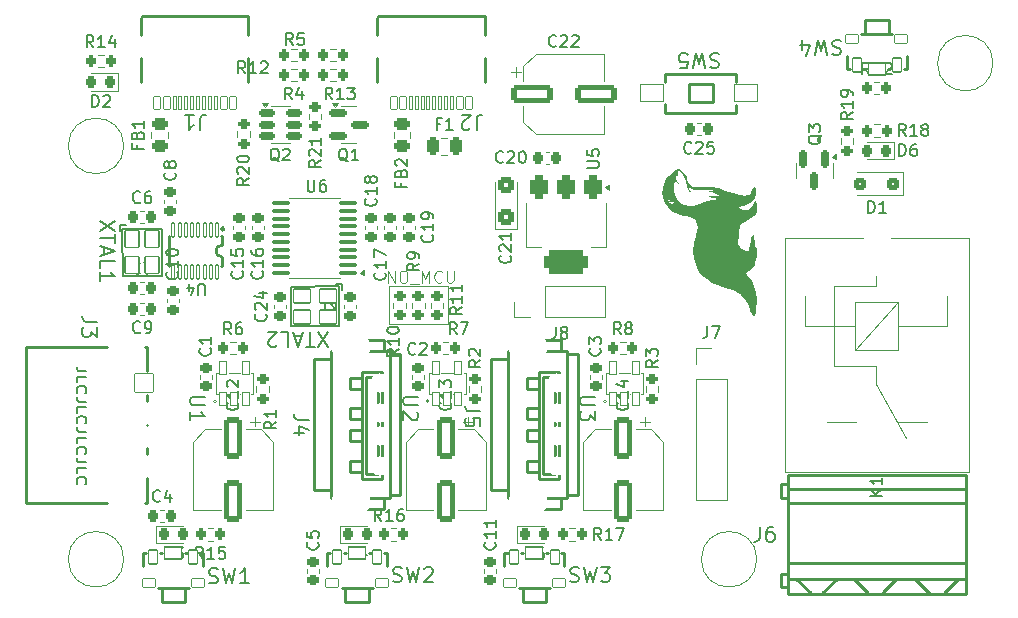
<source format=gto>
G04 #@! TF.GenerationSoftware,KiCad,Pcbnew,8.0.2*
G04 #@! TF.CreationDate,2024-05-30T21:41:25+08:00*
G04 #@! TF.ProjectId,pppc_usb_hub,70707063-5f75-4736-925f-6875622e6b69,rev?*
G04 #@! TF.SameCoordinates,Original*
G04 #@! TF.FileFunction,Legend,Top*
G04 #@! TF.FilePolarity,Positive*
%FSLAX46Y46*%
G04 Gerber Fmt 4.6, Leading zero omitted, Abs format (unit mm)*
G04 Created by KiCad (PCBNEW 8.0.2) date 2024-05-30 21:41:25*
%MOMM*%
%LPD*%
G01*
G04 APERTURE LIST*
G04 Aperture macros list*
%AMRoundRect*
0 Rectangle with rounded corners*
0 $1 Rounding radius*
0 $2 $3 $4 $5 $6 $7 $8 $9 X,Y pos of 4 corners*
0 Add a 4 corners polygon primitive as box body*
4,1,4,$2,$3,$4,$5,$6,$7,$8,$9,$2,$3,0*
0 Add four circle primitives for the rounded corners*
1,1,$1+$1,$2,$3*
1,1,$1+$1,$4,$5*
1,1,$1+$1,$6,$7*
1,1,$1+$1,$8,$9*
0 Add four rect primitives between the rounded corners*
20,1,$1+$1,$2,$3,$4,$5,0*
20,1,$1+$1,$4,$5,$6,$7,0*
20,1,$1+$1,$6,$7,$8,$9,0*
20,1,$1+$1,$8,$9,$2,$3,0*%
G04 Aperture macros list end*
%ADD10C,0.150000*%
%ADD11C,0.100000*%
%ADD12C,0.158750*%
%ADD13C,0.152400*%
%ADD14C,0.300000*%
%ADD15C,0.254000*%
%ADD16C,0.120000*%
%ADD17C,0.152000*%
%ADD18C,0.000000*%
%ADD19RoundRect,0.050800X0.550000X0.350000X-0.550000X0.350000X-0.550000X-0.350000X0.550000X-0.350000X0*%
%ADD20RoundRect,0.050800X0.750000X0.500000X-0.750000X0.500000X-0.750000X-0.500000X0.750000X-0.500000X0*%
%ADD21RoundRect,0.050800X0.350000X0.600000X-0.350000X0.600000X-0.350000X-0.600000X0.350000X-0.600000X0*%
%ADD22C,0.900000*%
%ADD23C,0.700000*%
%ADD24RoundRect,0.200000X0.200000X0.275000X-0.200000X0.275000X-0.200000X-0.275000X0.200000X-0.275000X0*%
%ADD25RoundRect,0.050000X-0.125000X0.600000X-0.125000X-0.600000X0.125000X-0.600000X0.125000X0.600000X0*%
%ADD26RoundRect,0.225000X0.250000X-0.225000X0.250000X0.225000X-0.250000X0.225000X-0.250000X-0.225000X0*%
%ADD27RoundRect,0.050800X-0.300000X0.550000X-0.300000X-0.550000X0.300000X-0.550000X0.300000X0.550000X0*%
%ADD28RoundRect,0.250000X0.300000X0.300000X-0.300000X0.300000X-0.300000X-0.300000X0.300000X-0.300000X0*%
%ADD29RoundRect,0.225000X0.225000X0.250000X-0.225000X0.250000X-0.225000X-0.250000X0.225000X-0.250000X0*%
%ADD30RoundRect,0.200000X0.275000X-0.200000X0.275000X0.200000X-0.275000X0.200000X-0.275000X-0.200000X0*%
%ADD31RoundRect,0.200000X-0.275000X0.200000X-0.275000X-0.200000X0.275000X-0.200000X0.275000X0.200000X0*%
%ADD32RoundRect,0.050000X0.275000X0.550000X-0.275000X0.550000X-0.275000X-0.550000X0.275000X-0.550000X0*%
%ADD33RoundRect,0.050000X0.150000X0.550000X-0.150000X0.550000X-0.150000X-0.550000X0.150000X-0.550000X0*%
%ADD34O,1.200000X2.100000*%
%ADD35O,1.300000X1.900000*%
%ADD36RoundRect,0.050800X-0.350000X-0.600000X0.350000X-0.600000X0.350000X0.600000X-0.350000X0.600000X0*%
%ADD37RoundRect,0.050800X-0.750000X-0.500000X0.750000X-0.500000X0.750000X0.500000X-0.750000X0.500000X0*%
%ADD38RoundRect,0.050800X-0.550000X-0.350000X0.550000X-0.350000X0.550000X0.350000X-0.550000X0.350000X0*%
%ADD39RoundRect,0.218750X-0.218750X-0.256250X0.218750X-0.256250X0.218750X0.256250X-0.218750X0.256250X0*%
%ADD40RoundRect,0.225000X-0.250000X0.225000X-0.250000X-0.225000X0.250000X-0.225000X0.250000X0.225000X0*%
%ADD41RoundRect,0.050000X0.800000X-0.800000X0.800000X0.800000X-0.800000X0.800000X-0.800000X-0.800000X0*%
%ADD42O,1.700000X1.700000*%
%ADD43O,2.900000X1.400000*%
%ADD44RoundRect,0.200000X-0.200000X-0.275000X0.200000X-0.275000X0.200000X0.275000X-0.200000X0.275000X0*%
%ADD45RoundRect,0.050800X-0.600000X0.700000X-0.600000X-0.700000X0.600000X-0.700000X0.600000X0.700000X0*%
%ADD46RoundRect,0.150000X-0.150000X0.587500X-0.150000X-0.587500X0.150000X-0.587500X0.150000X0.587500X0*%
%ADD47RoundRect,0.225000X-0.225000X-0.250000X0.225000X-0.250000X0.225000X0.250000X-0.225000X0.250000X0*%
%ADD48RoundRect,0.150000X-0.512500X-0.150000X0.512500X-0.150000X0.512500X0.150000X-0.512500X0.150000X0*%
%ADD49R,1.700000X1.700000*%
%ADD50RoundRect,0.375000X-0.375000X0.625000X-0.375000X-0.625000X0.375000X-0.625000X0.375000X0.625000X0*%
%ADD51RoundRect,0.500000X-1.400000X0.500000X-1.400000X-0.500000X1.400000X-0.500000X1.400000X0.500000X0*%
%ADD52RoundRect,0.050800X0.950000X0.750000X-0.950000X0.750000X-0.950000X-0.750000X0.950000X-0.750000X0*%
%ADD53C,2.500000*%
%ADD54C,3.000000*%
%ADD55O,1.625600X1.625600*%
%ADD56O,3.301600X2.101600*%
%ADD57RoundRect,0.250000X-1.500000X-0.550000X1.500000X-0.550000X1.500000X0.550000X-1.500000X0.550000X0*%
%ADD58RoundRect,0.150000X-0.587500X-0.150000X0.587500X-0.150000X0.587500X0.150000X-0.587500X0.150000X0*%
%ADD59RoundRect,0.100000X0.637500X0.100000X-0.637500X0.100000X-0.637500X-0.100000X0.637500X-0.100000X0*%
%ADD60RoundRect,0.250000X-0.550000X1.500000X-0.550000X-1.500000X0.550000X-1.500000X0.550000X1.500000X0*%
%ADD61O,2.501600X2.501600*%
%ADD62RoundRect,0.218750X0.218750X0.256250X-0.218750X0.256250X-0.218750X-0.256250X0.218750X-0.256250X0*%
%ADD63RoundRect,0.050800X0.700000X0.600000X-0.700000X0.600000X-0.700000X-0.600000X0.700000X-0.600000X0*%
%ADD64RoundRect,0.250000X0.425000X-0.450000X0.425000X0.450000X-0.425000X0.450000X-0.425000X-0.450000X0*%
%ADD65RoundRect,0.243750X-0.456250X0.243750X-0.456250X-0.243750X0.456250X-0.243750X0.456250X0.243750X0*%
%ADD66RoundRect,0.250000X-0.250000X-0.475000X0.250000X-0.475000X0.250000X0.475000X-0.250000X0.475000X0*%
G04 APERTURE END LIST*
D10*
X110855704Y-110072493D02*
X110284276Y-110072493D01*
X110284276Y-110072493D02*
X110169990Y-110024874D01*
X110169990Y-110024874D02*
X110093800Y-109929636D01*
X110093800Y-109929636D02*
X110055704Y-109786779D01*
X110055704Y-109786779D02*
X110055704Y-109691541D01*
X110055704Y-111024874D02*
X110055704Y-110548684D01*
X110055704Y-110548684D02*
X110855704Y-110548684D01*
X110131895Y-111929636D02*
X110093800Y-111882017D01*
X110093800Y-111882017D02*
X110055704Y-111739160D01*
X110055704Y-111739160D02*
X110055704Y-111643922D01*
X110055704Y-111643922D02*
X110093800Y-111501065D01*
X110093800Y-111501065D02*
X110169990Y-111405827D01*
X110169990Y-111405827D02*
X110246180Y-111358208D01*
X110246180Y-111358208D02*
X110398561Y-111310589D01*
X110398561Y-111310589D02*
X110512847Y-111310589D01*
X110512847Y-111310589D02*
X110665228Y-111358208D01*
X110665228Y-111358208D02*
X110741419Y-111405827D01*
X110741419Y-111405827D02*
X110817609Y-111501065D01*
X110817609Y-111501065D02*
X110855704Y-111643922D01*
X110855704Y-111643922D02*
X110855704Y-111739160D01*
X110855704Y-111739160D02*
X110817609Y-111882017D01*
X110817609Y-111882017D02*
X110779514Y-111929636D01*
X110855704Y-112643922D02*
X110284276Y-112643922D01*
X110284276Y-112643922D02*
X110169990Y-112596303D01*
X110169990Y-112596303D02*
X110093800Y-112501065D01*
X110093800Y-112501065D02*
X110055704Y-112358208D01*
X110055704Y-112358208D02*
X110055704Y-112262970D01*
X110055704Y-113596303D02*
X110055704Y-113120113D01*
X110055704Y-113120113D02*
X110855704Y-113120113D01*
X110131895Y-114501065D02*
X110093800Y-114453446D01*
X110093800Y-114453446D02*
X110055704Y-114310589D01*
X110055704Y-114310589D02*
X110055704Y-114215351D01*
X110055704Y-114215351D02*
X110093800Y-114072494D01*
X110093800Y-114072494D02*
X110169990Y-113977256D01*
X110169990Y-113977256D02*
X110246180Y-113929637D01*
X110246180Y-113929637D02*
X110398561Y-113882018D01*
X110398561Y-113882018D02*
X110512847Y-113882018D01*
X110512847Y-113882018D02*
X110665228Y-113929637D01*
X110665228Y-113929637D02*
X110741419Y-113977256D01*
X110741419Y-113977256D02*
X110817609Y-114072494D01*
X110817609Y-114072494D02*
X110855704Y-114215351D01*
X110855704Y-114215351D02*
X110855704Y-114310589D01*
X110855704Y-114310589D02*
X110817609Y-114453446D01*
X110817609Y-114453446D02*
X110779514Y-114501065D01*
X110855704Y-115215351D02*
X110284276Y-115215351D01*
X110284276Y-115215351D02*
X110169990Y-115167732D01*
X110169990Y-115167732D02*
X110093800Y-115072494D01*
X110093800Y-115072494D02*
X110055704Y-114929637D01*
X110055704Y-114929637D02*
X110055704Y-114834399D01*
X110055704Y-116167732D02*
X110055704Y-115691542D01*
X110055704Y-115691542D02*
X110855704Y-115691542D01*
X110131895Y-117072494D02*
X110093800Y-117024875D01*
X110093800Y-117024875D02*
X110055704Y-116882018D01*
X110055704Y-116882018D02*
X110055704Y-116786780D01*
X110055704Y-116786780D02*
X110093800Y-116643923D01*
X110093800Y-116643923D02*
X110169990Y-116548685D01*
X110169990Y-116548685D02*
X110246180Y-116501066D01*
X110246180Y-116501066D02*
X110398561Y-116453447D01*
X110398561Y-116453447D02*
X110512847Y-116453447D01*
X110512847Y-116453447D02*
X110665228Y-116501066D01*
X110665228Y-116501066D02*
X110741419Y-116548685D01*
X110741419Y-116548685D02*
X110817609Y-116643923D01*
X110817609Y-116643923D02*
X110855704Y-116786780D01*
X110855704Y-116786780D02*
X110855704Y-116882018D01*
X110855704Y-116882018D02*
X110817609Y-117024875D01*
X110817609Y-117024875D02*
X110779514Y-117072494D01*
X110855704Y-117786780D02*
X110284276Y-117786780D01*
X110284276Y-117786780D02*
X110169990Y-117739161D01*
X110169990Y-117739161D02*
X110093800Y-117643923D01*
X110093800Y-117643923D02*
X110055704Y-117501066D01*
X110055704Y-117501066D02*
X110055704Y-117405828D01*
X110055704Y-118739161D02*
X110055704Y-118262971D01*
X110055704Y-118262971D02*
X110855704Y-118262971D01*
X110131895Y-119643923D02*
X110093800Y-119596304D01*
X110093800Y-119596304D02*
X110055704Y-119453447D01*
X110055704Y-119453447D02*
X110055704Y-119358209D01*
X110055704Y-119358209D02*
X110093800Y-119215352D01*
X110093800Y-119215352D02*
X110169990Y-119120114D01*
X110169990Y-119120114D02*
X110246180Y-119072495D01*
X110246180Y-119072495D02*
X110398561Y-119024876D01*
X110398561Y-119024876D02*
X110512847Y-119024876D01*
X110512847Y-119024876D02*
X110665228Y-119072495D01*
X110665228Y-119072495D02*
X110741419Y-119120114D01*
X110741419Y-119120114D02*
X110817609Y-119215352D01*
X110817609Y-119215352D02*
X110855704Y-119358209D01*
X110855704Y-119358209D02*
X110855704Y-119453447D01*
X110855704Y-119453447D02*
X110817609Y-119596304D01*
X110817609Y-119596304D02*
X110779514Y-119643923D01*
D11*
X136500000Y-102900000D02*
X141500000Y-102900000D01*
X141500000Y-106100000D01*
X136500000Y-106100000D01*
X136500000Y-102900000D01*
X187650000Y-84000000D02*
G75*
G02*
X182950000Y-84000000I-2350000J0D01*
G01*
X182950000Y-84000000D02*
G75*
G02*
X187650000Y-84000000I2350000J0D01*
G01*
X114050000Y-126000000D02*
G75*
G02*
X109350000Y-126000000I-2350000J0D01*
G01*
X109350000Y-126000000D02*
G75*
G02*
X114050000Y-126000000I2350000J0D01*
G01*
X114050000Y-91000000D02*
G75*
G02*
X109350000Y-91000000I-2350000J0D01*
G01*
X109350000Y-91000000D02*
G75*
G02*
X114050000Y-91000000I2350000J0D01*
G01*
X167650000Y-126000000D02*
G75*
G02*
X162950000Y-126000000I-2350000J0D01*
G01*
X162950000Y-126000000D02*
G75*
G02*
X167650000Y-126000000I2350000J0D01*
G01*
X136403884Y-102572419D02*
X136403884Y-101572419D01*
X136403884Y-101572419D02*
X136975312Y-102572419D01*
X136975312Y-102572419D02*
X136975312Y-101572419D01*
X137641979Y-101572419D02*
X137832455Y-101572419D01*
X137832455Y-101572419D02*
X137927693Y-101620038D01*
X137927693Y-101620038D02*
X138022931Y-101715276D01*
X138022931Y-101715276D02*
X138070550Y-101905752D01*
X138070550Y-101905752D02*
X138070550Y-102239085D01*
X138070550Y-102239085D02*
X138022931Y-102429561D01*
X138022931Y-102429561D02*
X137927693Y-102524800D01*
X137927693Y-102524800D02*
X137832455Y-102572419D01*
X137832455Y-102572419D02*
X137641979Y-102572419D01*
X137641979Y-102572419D02*
X137546741Y-102524800D01*
X137546741Y-102524800D02*
X137451503Y-102429561D01*
X137451503Y-102429561D02*
X137403884Y-102239085D01*
X137403884Y-102239085D02*
X137403884Y-101905752D01*
X137403884Y-101905752D02*
X137451503Y-101715276D01*
X137451503Y-101715276D02*
X137546741Y-101620038D01*
X137546741Y-101620038D02*
X137641979Y-101572419D01*
X138261027Y-102667657D02*
X139022931Y-102667657D01*
X139261027Y-102572419D02*
X139261027Y-101572419D01*
X139261027Y-101572419D02*
X139594360Y-102286704D01*
X139594360Y-102286704D02*
X139927693Y-101572419D01*
X139927693Y-101572419D02*
X139927693Y-102572419D01*
X140975312Y-102477180D02*
X140927693Y-102524800D01*
X140927693Y-102524800D02*
X140784836Y-102572419D01*
X140784836Y-102572419D02*
X140689598Y-102572419D01*
X140689598Y-102572419D02*
X140546741Y-102524800D01*
X140546741Y-102524800D02*
X140451503Y-102429561D01*
X140451503Y-102429561D02*
X140403884Y-102334323D01*
X140403884Y-102334323D02*
X140356265Y-102143847D01*
X140356265Y-102143847D02*
X140356265Y-102000990D01*
X140356265Y-102000990D02*
X140403884Y-101810514D01*
X140403884Y-101810514D02*
X140451503Y-101715276D01*
X140451503Y-101715276D02*
X140546741Y-101620038D01*
X140546741Y-101620038D02*
X140689598Y-101572419D01*
X140689598Y-101572419D02*
X140784836Y-101572419D01*
X140784836Y-101572419D02*
X140927693Y-101620038D01*
X140927693Y-101620038D02*
X140975312Y-101667657D01*
X141403884Y-101572419D02*
X141403884Y-102381942D01*
X141403884Y-102381942D02*
X141451503Y-102477180D01*
X141451503Y-102477180D02*
X141499122Y-102524800D01*
X141499122Y-102524800D02*
X141594360Y-102572419D01*
X141594360Y-102572419D02*
X141784836Y-102572419D01*
X141784836Y-102572419D02*
X141880074Y-102524800D01*
X141880074Y-102524800D02*
X141927693Y-102477180D01*
X141927693Y-102477180D02*
X141975312Y-102381942D01*
X141975312Y-102381942D02*
X141975312Y-101572419D01*
D12*
X174779969Y-82081205D02*
X174598540Y-82020728D01*
X174598540Y-82020728D02*
X174296159Y-82020728D01*
X174296159Y-82020728D02*
X174175207Y-82081205D01*
X174175207Y-82081205D02*
X174114731Y-82141681D01*
X174114731Y-82141681D02*
X174054254Y-82262633D01*
X174054254Y-82262633D02*
X174054254Y-82383585D01*
X174054254Y-82383585D02*
X174114731Y-82504538D01*
X174114731Y-82504538D02*
X174175207Y-82565014D01*
X174175207Y-82565014D02*
X174296159Y-82625490D01*
X174296159Y-82625490D02*
X174538064Y-82685966D01*
X174538064Y-82685966D02*
X174659016Y-82746443D01*
X174659016Y-82746443D02*
X174719493Y-82806919D01*
X174719493Y-82806919D02*
X174779969Y-82927871D01*
X174779969Y-82927871D02*
X174779969Y-83048824D01*
X174779969Y-83048824D02*
X174719493Y-83169776D01*
X174719493Y-83169776D02*
X174659016Y-83230252D01*
X174659016Y-83230252D02*
X174538064Y-83290728D01*
X174538064Y-83290728D02*
X174235683Y-83290728D01*
X174235683Y-83290728D02*
X174054254Y-83230252D01*
X173630921Y-83290728D02*
X173328540Y-82020728D01*
X173328540Y-82020728D02*
X173086635Y-82927871D01*
X173086635Y-82927871D02*
X172844730Y-82020728D01*
X172844730Y-82020728D02*
X172542350Y-83290728D01*
X171514254Y-82867395D02*
X171514254Y-82020728D01*
X171816635Y-83351205D02*
X172119016Y-82444062D01*
X172119016Y-82444062D02*
X171332825Y-82444062D01*
D10*
X135857142Y-122751569D02*
X135523809Y-122275378D01*
X135285714Y-122751569D02*
X135285714Y-121751569D01*
X135285714Y-121751569D02*
X135666666Y-121751569D01*
X135666666Y-121751569D02*
X135761904Y-121799188D01*
X135761904Y-121799188D02*
X135809523Y-121846807D01*
X135809523Y-121846807D02*
X135857142Y-121942045D01*
X135857142Y-121942045D02*
X135857142Y-122084902D01*
X135857142Y-122084902D02*
X135809523Y-122180140D01*
X135809523Y-122180140D02*
X135761904Y-122227759D01*
X135761904Y-122227759D02*
X135666666Y-122275378D01*
X135666666Y-122275378D02*
X135285714Y-122275378D01*
X136809523Y-122751569D02*
X136238095Y-122751569D01*
X136523809Y-122751569D02*
X136523809Y-121751569D01*
X136523809Y-121751569D02*
X136428571Y-121894426D01*
X136428571Y-121894426D02*
X136333333Y-121989664D01*
X136333333Y-121989664D02*
X136238095Y-122037283D01*
X137666666Y-121751569D02*
X137476190Y-121751569D01*
X137476190Y-121751569D02*
X137380952Y-121799188D01*
X137380952Y-121799188D02*
X137333333Y-121846807D01*
X137333333Y-121846807D02*
X137238095Y-121989664D01*
X137238095Y-121989664D02*
X137190476Y-122180140D01*
X137190476Y-122180140D02*
X137190476Y-122561092D01*
X137190476Y-122561092D02*
X137238095Y-122656330D01*
X137238095Y-122656330D02*
X137285714Y-122703950D01*
X137285714Y-122703950D02*
X137380952Y-122751569D01*
X137380952Y-122751569D02*
X137571428Y-122751569D01*
X137571428Y-122751569D02*
X137666666Y-122703950D01*
X137666666Y-122703950D02*
X137714285Y-122656330D01*
X137714285Y-122656330D02*
X137761904Y-122561092D01*
X137761904Y-122561092D02*
X137761904Y-122322997D01*
X137761904Y-122322997D02*
X137714285Y-122227759D01*
X137714285Y-122227759D02*
X137666666Y-122180140D01*
X137666666Y-122180140D02*
X137571428Y-122132521D01*
X137571428Y-122132521D02*
X137380952Y-122132521D01*
X137380952Y-122132521D02*
X137285714Y-122180140D01*
X137285714Y-122180140D02*
X137238095Y-122227759D01*
X137238095Y-122227759D02*
X137190476Y-122322997D01*
D13*
X120894285Y-103601792D02*
X120894285Y-102861563D01*
X120894285Y-102861563D02*
X120850742Y-102774477D01*
X120850742Y-102774477D02*
X120807200Y-102730935D01*
X120807200Y-102730935D02*
X120720114Y-102687392D01*
X120720114Y-102687392D02*
X120545942Y-102687392D01*
X120545942Y-102687392D02*
X120458857Y-102730935D01*
X120458857Y-102730935D02*
X120415314Y-102774477D01*
X120415314Y-102774477D02*
X120371771Y-102861563D01*
X120371771Y-102861563D02*
X120371771Y-103601792D01*
X119544457Y-103296992D02*
X119544457Y-102687392D01*
X119762171Y-103645335D02*
X119979885Y-102992192D01*
X119979885Y-102992192D02*
X119413828Y-102992192D01*
D10*
X140162830Y-98542857D02*
X140210450Y-98590476D01*
X140210450Y-98590476D02*
X140258069Y-98733333D01*
X140258069Y-98733333D02*
X140258069Y-98828571D01*
X140258069Y-98828571D02*
X140210450Y-98971428D01*
X140210450Y-98971428D02*
X140115211Y-99066666D01*
X140115211Y-99066666D02*
X140019973Y-99114285D01*
X140019973Y-99114285D02*
X139829497Y-99161904D01*
X139829497Y-99161904D02*
X139686640Y-99161904D01*
X139686640Y-99161904D02*
X139496164Y-99114285D01*
X139496164Y-99114285D02*
X139400926Y-99066666D01*
X139400926Y-99066666D02*
X139305688Y-98971428D01*
X139305688Y-98971428D02*
X139258069Y-98828571D01*
X139258069Y-98828571D02*
X139258069Y-98733333D01*
X139258069Y-98733333D02*
X139305688Y-98590476D01*
X139305688Y-98590476D02*
X139353307Y-98542857D01*
X140258069Y-97590476D02*
X140258069Y-98161904D01*
X140258069Y-97876190D02*
X139258069Y-97876190D01*
X139258069Y-97876190D02*
X139400926Y-97971428D01*
X139400926Y-97971428D02*
X139496164Y-98066666D01*
X139496164Y-98066666D02*
X139543783Y-98161904D01*
X140258069Y-97114285D02*
X140258069Y-96923809D01*
X140258069Y-96923809D02*
X140210450Y-96828571D01*
X140210450Y-96828571D02*
X140162830Y-96780952D01*
X140162830Y-96780952D02*
X140019973Y-96685714D01*
X140019973Y-96685714D02*
X139829497Y-96638095D01*
X139829497Y-96638095D02*
X139448545Y-96638095D01*
X139448545Y-96638095D02*
X139353307Y-96685714D01*
X139353307Y-96685714D02*
X139305688Y-96733333D01*
X139305688Y-96733333D02*
X139258069Y-96828571D01*
X139258069Y-96828571D02*
X139258069Y-97019047D01*
X139258069Y-97019047D02*
X139305688Y-97114285D01*
X139305688Y-97114285D02*
X139353307Y-97161904D01*
X139353307Y-97161904D02*
X139448545Y-97209523D01*
X139448545Y-97209523D02*
X139686640Y-97209523D01*
X139686640Y-97209523D02*
X139781878Y-97161904D01*
X139781878Y-97161904D02*
X139829497Y-97114285D01*
X139829497Y-97114285D02*
X139877116Y-97019047D01*
X139877116Y-97019047D02*
X139877116Y-96828571D01*
X139877116Y-96828571D02*
X139829497Y-96733333D01*
X139829497Y-96733333D02*
X139781878Y-96685714D01*
X139781878Y-96685714D02*
X139686640Y-96638095D01*
X128376142Y-82454819D02*
X128042809Y-81978628D01*
X127804714Y-82454819D02*
X127804714Y-81454819D01*
X127804714Y-81454819D02*
X128185666Y-81454819D01*
X128185666Y-81454819D02*
X128280904Y-81502438D01*
X128280904Y-81502438D02*
X128328523Y-81550057D01*
X128328523Y-81550057D02*
X128376142Y-81645295D01*
X128376142Y-81645295D02*
X128376142Y-81788152D01*
X128376142Y-81788152D02*
X128328523Y-81883390D01*
X128328523Y-81883390D02*
X128280904Y-81931009D01*
X128280904Y-81931009D02*
X128185666Y-81978628D01*
X128185666Y-81978628D02*
X127804714Y-81978628D01*
X129280904Y-81454819D02*
X128804714Y-81454819D01*
X128804714Y-81454819D02*
X128757095Y-81931009D01*
X128757095Y-81931009D02*
X128804714Y-81883390D01*
X128804714Y-81883390D02*
X128899952Y-81835771D01*
X128899952Y-81835771D02*
X129138047Y-81835771D01*
X129138047Y-81835771D02*
X129233285Y-81883390D01*
X129233285Y-81883390D02*
X129280904Y-81931009D01*
X129280904Y-81931009D02*
X129328523Y-82026247D01*
X129328523Y-82026247D02*
X129328523Y-82264342D01*
X129328523Y-82264342D02*
X129280904Y-82359580D01*
X129280904Y-82359580D02*
X129233285Y-82407200D01*
X129233285Y-82407200D02*
X129138047Y-82454819D01*
X129138047Y-82454819D02*
X128899952Y-82454819D01*
X128899952Y-82454819D02*
X128804714Y-82407200D01*
X128804714Y-82407200D02*
X128757095Y-82359580D01*
D12*
X138979171Y-112232180D02*
X137951076Y-112232180D01*
X137951076Y-112232180D02*
X137830124Y-112292657D01*
X137830124Y-112292657D02*
X137769648Y-112353133D01*
X137769648Y-112353133D02*
X137709171Y-112474085D01*
X137709171Y-112474085D02*
X137709171Y-112715990D01*
X137709171Y-112715990D02*
X137769648Y-112836942D01*
X137769648Y-112836942D02*
X137830124Y-112897419D01*
X137830124Y-112897419D02*
X137951076Y-112957895D01*
X137951076Y-112957895D02*
X138979171Y-112957895D01*
X138858219Y-113502180D02*
X138918695Y-113562656D01*
X138918695Y-113562656D02*
X138979171Y-113683609D01*
X138979171Y-113683609D02*
X138979171Y-113985990D01*
X138979171Y-113985990D02*
X138918695Y-114106942D01*
X138918695Y-114106942D02*
X138858219Y-114167418D01*
X138858219Y-114167418D02*
X138737267Y-114227895D01*
X138737267Y-114227895D02*
X138616314Y-114227895D01*
X138616314Y-114227895D02*
X138434886Y-114167418D01*
X138434886Y-114167418D02*
X137709171Y-113441704D01*
X137709171Y-113441704D02*
X137709171Y-114227895D01*
D10*
X154464523Y-124354819D02*
X154131190Y-123878628D01*
X153893095Y-124354819D02*
X153893095Y-123354819D01*
X153893095Y-123354819D02*
X154274047Y-123354819D01*
X154274047Y-123354819D02*
X154369285Y-123402438D01*
X154369285Y-123402438D02*
X154416904Y-123450057D01*
X154416904Y-123450057D02*
X154464523Y-123545295D01*
X154464523Y-123545295D02*
X154464523Y-123688152D01*
X154464523Y-123688152D02*
X154416904Y-123783390D01*
X154416904Y-123783390D02*
X154369285Y-123831009D01*
X154369285Y-123831009D02*
X154274047Y-123878628D01*
X154274047Y-123878628D02*
X153893095Y-123878628D01*
X155416904Y-124354819D02*
X154845476Y-124354819D01*
X155131190Y-124354819D02*
X155131190Y-123354819D01*
X155131190Y-123354819D02*
X155035952Y-123497676D01*
X155035952Y-123497676D02*
X154940714Y-123592914D01*
X154940714Y-123592914D02*
X154845476Y-123640533D01*
X155750238Y-123354819D02*
X156416904Y-123354819D01*
X156416904Y-123354819D02*
X155988333Y-124354819D01*
X136159580Y-101725238D02*
X136207200Y-101772857D01*
X136207200Y-101772857D02*
X136254819Y-101915714D01*
X136254819Y-101915714D02*
X136254819Y-102010952D01*
X136254819Y-102010952D02*
X136207200Y-102153809D01*
X136207200Y-102153809D02*
X136111961Y-102249047D01*
X136111961Y-102249047D02*
X136016723Y-102296666D01*
X136016723Y-102296666D02*
X135826247Y-102344285D01*
X135826247Y-102344285D02*
X135683390Y-102344285D01*
X135683390Y-102344285D02*
X135492914Y-102296666D01*
X135492914Y-102296666D02*
X135397676Y-102249047D01*
X135397676Y-102249047D02*
X135302438Y-102153809D01*
X135302438Y-102153809D02*
X135254819Y-102010952D01*
X135254819Y-102010952D02*
X135254819Y-101915714D01*
X135254819Y-101915714D02*
X135302438Y-101772857D01*
X135302438Y-101772857D02*
X135350057Y-101725238D01*
X136254819Y-100772857D02*
X136254819Y-101344285D01*
X136254819Y-101058571D02*
X135254819Y-101058571D01*
X135254819Y-101058571D02*
X135397676Y-101153809D01*
X135397676Y-101153809D02*
X135492914Y-101249047D01*
X135492914Y-101249047D02*
X135540533Y-101344285D01*
X135254819Y-100439523D02*
X135254819Y-99772857D01*
X135254819Y-99772857D02*
X136254819Y-100201428D01*
X177081905Y-96678069D02*
X177081905Y-95678069D01*
X177081905Y-95678069D02*
X177320000Y-95678069D01*
X177320000Y-95678069D02*
X177462857Y-95725688D01*
X177462857Y-95725688D02*
X177558095Y-95820926D01*
X177558095Y-95820926D02*
X177605714Y-95916164D01*
X177605714Y-95916164D02*
X177653333Y-96106640D01*
X177653333Y-96106640D02*
X177653333Y-96249497D01*
X177653333Y-96249497D02*
X177605714Y-96439973D01*
X177605714Y-96439973D02*
X177558095Y-96535211D01*
X177558095Y-96535211D02*
X177462857Y-96630450D01*
X177462857Y-96630450D02*
X177320000Y-96678069D01*
X177320000Y-96678069D02*
X177081905Y-96678069D01*
X178605714Y-96678069D02*
X178034286Y-96678069D01*
X178320000Y-96678069D02*
X178320000Y-95678069D01*
X178320000Y-95678069D02*
X178224762Y-95820926D01*
X178224762Y-95820926D02*
X178129524Y-95916164D01*
X178129524Y-95916164D02*
X178034286Y-95963783D01*
X162107142Y-91562830D02*
X162059523Y-91610450D01*
X162059523Y-91610450D02*
X161916666Y-91658069D01*
X161916666Y-91658069D02*
X161821428Y-91658069D01*
X161821428Y-91658069D02*
X161678571Y-91610450D01*
X161678571Y-91610450D02*
X161583333Y-91515211D01*
X161583333Y-91515211D02*
X161535714Y-91419973D01*
X161535714Y-91419973D02*
X161488095Y-91229497D01*
X161488095Y-91229497D02*
X161488095Y-91086640D01*
X161488095Y-91086640D02*
X161535714Y-90896164D01*
X161535714Y-90896164D02*
X161583333Y-90800926D01*
X161583333Y-90800926D02*
X161678571Y-90705688D01*
X161678571Y-90705688D02*
X161821428Y-90658069D01*
X161821428Y-90658069D02*
X161916666Y-90658069D01*
X161916666Y-90658069D02*
X162059523Y-90705688D01*
X162059523Y-90705688D02*
X162107142Y-90753307D01*
X162488095Y-90753307D02*
X162535714Y-90705688D01*
X162535714Y-90705688D02*
X162630952Y-90658069D01*
X162630952Y-90658069D02*
X162869047Y-90658069D01*
X162869047Y-90658069D02*
X162964285Y-90705688D01*
X162964285Y-90705688D02*
X163011904Y-90753307D01*
X163011904Y-90753307D02*
X163059523Y-90848545D01*
X163059523Y-90848545D02*
X163059523Y-90943783D01*
X163059523Y-90943783D02*
X163011904Y-91086640D01*
X163011904Y-91086640D02*
X162440476Y-91658069D01*
X162440476Y-91658069D02*
X163059523Y-91658069D01*
X163964285Y-90658069D02*
X163488095Y-90658069D01*
X163488095Y-90658069D02*
X163440476Y-91134259D01*
X163440476Y-91134259D02*
X163488095Y-91086640D01*
X163488095Y-91086640D02*
X163583333Y-91039021D01*
X163583333Y-91039021D02*
X163821428Y-91039021D01*
X163821428Y-91039021D02*
X163916666Y-91086640D01*
X163916666Y-91086640D02*
X163964285Y-91134259D01*
X163964285Y-91134259D02*
X164011904Y-91229497D01*
X164011904Y-91229497D02*
X164011904Y-91467592D01*
X164011904Y-91467592D02*
X163964285Y-91562830D01*
X163964285Y-91562830D02*
X163916666Y-91610450D01*
X163916666Y-91610450D02*
X163821428Y-91658069D01*
X163821428Y-91658069D02*
X163583333Y-91658069D01*
X163583333Y-91658069D02*
X163488095Y-91610450D01*
X163488095Y-91610450D02*
X163440476Y-91562830D01*
X126954819Y-114347756D02*
X126478628Y-114681089D01*
X126954819Y-114919184D02*
X125954819Y-114919184D01*
X125954819Y-114919184D02*
X125954819Y-114538232D01*
X125954819Y-114538232D02*
X126002438Y-114442994D01*
X126002438Y-114442994D02*
X126050057Y-114395375D01*
X126050057Y-114395375D02*
X126145295Y-114347756D01*
X126145295Y-114347756D02*
X126288152Y-114347756D01*
X126288152Y-114347756D02*
X126383390Y-114395375D01*
X126383390Y-114395375D02*
X126431009Y-114442994D01*
X126431009Y-114442994D02*
X126478628Y-114538232D01*
X126478628Y-114538232D02*
X126478628Y-114919184D01*
X126954819Y-113395375D02*
X126954819Y-113966803D01*
X126954819Y-113681089D02*
X125954819Y-113681089D01*
X125954819Y-113681089D02*
X126097676Y-113776327D01*
X126097676Y-113776327D02*
X126192914Y-113871565D01*
X126192914Y-113871565D02*
X126240533Y-113966803D01*
X142658069Y-104642857D02*
X142181878Y-104976190D01*
X142658069Y-105214285D02*
X141658069Y-105214285D01*
X141658069Y-105214285D02*
X141658069Y-104833333D01*
X141658069Y-104833333D02*
X141705688Y-104738095D01*
X141705688Y-104738095D02*
X141753307Y-104690476D01*
X141753307Y-104690476D02*
X141848545Y-104642857D01*
X141848545Y-104642857D02*
X141991402Y-104642857D01*
X141991402Y-104642857D02*
X142086640Y-104690476D01*
X142086640Y-104690476D02*
X142134259Y-104738095D01*
X142134259Y-104738095D02*
X142181878Y-104833333D01*
X142181878Y-104833333D02*
X142181878Y-105214285D01*
X142658069Y-103690476D02*
X142658069Y-104261904D01*
X142658069Y-103976190D02*
X141658069Y-103976190D01*
X141658069Y-103976190D02*
X141800926Y-104071428D01*
X141800926Y-104071428D02*
X141896164Y-104166666D01*
X141896164Y-104166666D02*
X141943783Y-104261904D01*
X142658069Y-102738095D02*
X142658069Y-103309523D01*
X142658069Y-103023809D02*
X141658069Y-103023809D01*
X141658069Y-103023809D02*
X141800926Y-103119047D01*
X141800926Y-103119047D02*
X141896164Y-103214285D01*
X141896164Y-103214285D02*
X141943783Y-103309523D01*
X123143833Y-106951569D02*
X122810500Y-106475378D01*
X122572405Y-106951569D02*
X122572405Y-105951569D01*
X122572405Y-105951569D02*
X122953357Y-105951569D01*
X122953357Y-105951569D02*
X123048595Y-105999188D01*
X123048595Y-105999188D02*
X123096214Y-106046807D01*
X123096214Y-106046807D02*
X123143833Y-106142045D01*
X123143833Y-106142045D02*
X123143833Y-106284902D01*
X123143833Y-106284902D02*
X123096214Y-106380140D01*
X123096214Y-106380140D02*
X123048595Y-106427759D01*
X123048595Y-106427759D02*
X122953357Y-106475378D01*
X122953357Y-106475378D02*
X122572405Y-106475378D01*
X124000976Y-105951569D02*
X123810500Y-105951569D01*
X123810500Y-105951569D02*
X123715262Y-105999188D01*
X123715262Y-105999188D02*
X123667643Y-106046807D01*
X123667643Y-106046807D02*
X123572405Y-106189664D01*
X123572405Y-106189664D02*
X123524786Y-106380140D01*
X123524786Y-106380140D02*
X123524786Y-106761092D01*
X123524786Y-106761092D02*
X123572405Y-106856330D01*
X123572405Y-106856330D02*
X123620024Y-106903950D01*
X123620024Y-106903950D02*
X123715262Y-106951569D01*
X123715262Y-106951569D02*
X123905738Y-106951569D01*
X123905738Y-106951569D02*
X124000976Y-106903950D01*
X124000976Y-106903950D02*
X124048595Y-106856330D01*
X124048595Y-106856330D02*
X124096214Y-106761092D01*
X124096214Y-106761092D02*
X124096214Y-106522997D01*
X124096214Y-106522997D02*
X124048595Y-106427759D01*
X124048595Y-106427759D02*
X124000976Y-106380140D01*
X124000976Y-106380140D02*
X123905738Y-106332521D01*
X123905738Y-106332521D02*
X123715262Y-106332521D01*
X123715262Y-106332521D02*
X123620024Y-106380140D01*
X123620024Y-106380140D02*
X123572405Y-106427759D01*
X123572405Y-106427759D02*
X123524786Y-106522997D01*
X115433333Y-106762830D02*
X115385714Y-106810450D01*
X115385714Y-106810450D02*
X115242857Y-106858069D01*
X115242857Y-106858069D02*
X115147619Y-106858069D01*
X115147619Y-106858069D02*
X115004762Y-106810450D01*
X115004762Y-106810450D02*
X114909524Y-106715211D01*
X114909524Y-106715211D02*
X114861905Y-106619973D01*
X114861905Y-106619973D02*
X114814286Y-106429497D01*
X114814286Y-106429497D02*
X114814286Y-106286640D01*
X114814286Y-106286640D02*
X114861905Y-106096164D01*
X114861905Y-106096164D02*
X114909524Y-106000926D01*
X114909524Y-106000926D02*
X115004762Y-105905688D01*
X115004762Y-105905688D02*
X115147619Y-105858069D01*
X115147619Y-105858069D02*
X115242857Y-105858069D01*
X115242857Y-105858069D02*
X115385714Y-105905688D01*
X115385714Y-105905688D02*
X115433333Y-105953307D01*
X115909524Y-106858069D02*
X116100000Y-106858069D01*
X116100000Y-106858069D02*
X116195238Y-106810450D01*
X116195238Y-106810450D02*
X116242857Y-106762830D01*
X116242857Y-106762830D02*
X116338095Y-106619973D01*
X116338095Y-106619973D02*
X116385714Y-106429497D01*
X116385714Y-106429497D02*
X116385714Y-106048545D01*
X116385714Y-106048545D02*
X116338095Y-105953307D01*
X116338095Y-105953307D02*
X116290476Y-105905688D01*
X116290476Y-105905688D02*
X116195238Y-105858069D01*
X116195238Y-105858069D02*
X116004762Y-105858069D01*
X116004762Y-105858069D02*
X115909524Y-105905688D01*
X115909524Y-105905688D02*
X115861905Y-105953307D01*
X115861905Y-105953307D02*
X115814286Y-106048545D01*
X115814286Y-106048545D02*
X115814286Y-106286640D01*
X115814286Y-106286640D02*
X115861905Y-106381878D01*
X115861905Y-106381878D02*
X115909524Y-106429497D01*
X115909524Y-106429497D02*
X116004762Y-106477116D01*
X116004762Y-106477116D02*
X116195238Y-106477116D01*
X116195238Y-106477116D02*
X116290476Y-106429497D01*
X116290476Y-106429497D02*
X116338095Y-106381878D01*
X116338095Y-106381878D02*
X116385714Y-106286640D01*
D12*
X120522332Y-89625784D02*
X120522332Y-88718641D01*
X120522332Y-88718641D02*
X120582809Y-88537213D01*
X120582809Y-88537213D02*
X120703761Y-88416261D01*
X120703761Y-88416261D02*
X120885190Y-88355784D01*
X120885190Y-88355784D02*
X121006142Y-88355784D01*
X119252332Y-88355784D02*
X119978047Y-88355784D01*
X119615190Y-88355784D02*
X119615190Y-89625784D01*
X119615190Y-89625784D02*
X119736142Y-89444356D01*
X119736142Y-89444356D02*
X119857094Y-89323403D01*
X119857094Y-89323403D02*
X119978047Y-89262927D01*
D10*
X131706142Y-87058069D02*
X131372809Y-86581878D01*
X131134714Y-87058069D02*
X131134714Y-86058069D01*
X131134714Y-86058069D02*
X131515666Y-86058069D01*
X131515666Y-86058069D02*
X131610904Y-86105688D01*
X131610904Y-86105688D02*
X131658523Y-86153307D01*
X131658523Y-86153307D02*
X131706142Y-86248545D01*
X131706142Y-86248545D02*
X131706142Y-86391402D01*
X131706142Y-86391402D02*
X131658523Y-86486640D01*
X131658523Y-86486640D02*
X131610904Y-86534259D01*
X131610904Y-86534259D02*
X131515666Y-86581878D01*
X131515666Y-86581878D02*
X131134714Y-86581878D01*
X132658523Y-87058069D02*
X132087095Y-87058069D01*
X132372809Y-87058069D02*
X132372809Y-86058069D01*
X132372809Y-86058069D02*
X132277571Y-86200926D01*
X132277571Y-86200926D02*
X132182333Y-86296164D01*
X132182333Y-86296164D02*
X132087095Y-86343783D01*
X132991857Y-86058069D02*
X133610904Y-86058069D01*
X133610904Y-86058069D02*
X133277571Y-86439021D01*
X133277571Y-86439021D02*
X133420428Y-86439021D01*
X133420428Y-86439021D02*
X133515666Y-86486640D01*
X133515666Y-86486640D02*
X133563285Y-86534259D01*
X133563285Y-86534259D02*
X133610904Y-86629497D01*
X133610904Y-86629497D02*
X133610904Y-86867592D01*
X133610904Y-86867592D02*
X133563285Y-86962830D01*
X133563285Y-86962830D02*
X133515666Y-87010450D01*
X133515666Y-87010450D02*
X133420428Y-87058069D01*
X133420428Y-87058069D02*
X133134714Y-87058069D01*
X133134714Y-87058069D02*
X133039476Y-87010450D01*
X133039476Y-87010450D02*
X132991857Y-86962830D01*
D12*
X120965671Y-112232180D02*
X119937576Y-112232180D01*
X119937576Y-112232180D02*
X119816624Y-112292657D01*
X119816624Y-112292657D02*
X119756148Y-112353133D01*
X119756148Y-112353133D02*
X119695671Y-112474085D01*
X119695671Y-112474085D02*
X119695671Y-112715990D01*
X119695671Y-112715990D02*
X119756148Y-112836942D01*
X119756148Y-112836942D02*
X119816624Y-112897419D01*
X119816624Y-112897419D02*
X119937576Y-112957895D01*
X119937576Y-112957895D02*
X120965671Y-112957895D01*
X119695671Y-114227895D02*
X119695671Y-113502180D01*
X119695671Y-113865037D02*
X120965671Y-113865037D01*
X120965671Y-113865037D02*
X120784243Y-113744085D01*
X120784243Y-113744085D02*
X120663290Y-113623133D01*
X120663290Y-113623133D02*
X120602814Y-113502180D01*
X121269929Y-127982295D02*
X121451358Y-128042771D01*
X121451358Y-128042771D02*
X121753739Y-128042771D01*
X121753739Y-128042771D02*
X121874691Y-127982295D01*
X121874691Y-127982295D02*
X121935167Y-127921818D01*
X121935167Y-127921818D02*
X121995644Y-127800866D01*
X121995644Y-127800866D02*
X121995644Y-127679914D01*
X121995644Y-127679914D02*
X121935167Y-127558961D01*
X121935167Y-127558961D02*
X121874691Y-127498485D01*
X121874691Y-127498485D02*
X121753739Y-127438009D01*
X121753739Y-127438009D02*
X121511834Y-127377533D01*
X121511834Y-127377533D02*
X121390882Y-127317056D01*
X121390882Y-127317056D02*
X121330405Y-127256580D01*
X121330405Y-127256580D02*
X121269929Y-127135628D01*
X121269929Y-127135628D02*
X121269929Y-127014675D01*
X121269929Y-127014675D02*
X121330405Y-126893723D01*
X121330405Y-126893723D02*
X121390882Y-126833247D01*
X121390882Y-126833247D02*
X121511834Y-126772771D01*
X121511834Y-126772771D02*
X121814215Y-126772771D01*
X121814215Y-126772771D02*
X121995644Y-126833247D01*
X122418977Y-126772771D02*
X122721358Y-128042771D01*
X122721358Y-128042771D02*
X122963263Y-127135628D01*
X122963263Y-127135628D02*
X123205168Y-128042771D01*
X123205168Y-128042771D02*
X123507549Y-126772771D01*
X124656597Y-128042771D02*
X123930882Y-128042771D01*
X124293739Y-128042771D02*
X124293739Y-126772771D01*
X124293739Y-126772771D02*
X124172787Y-126954199D01*
X124172787Y-126954199D02*
X124051835Y-127075152D01*
X124051835Y-127075152D02*
X123930882Y-127135628D01*
D10*
X117511805Y-125998069D02*
X117511805Y-124998069D01*
X117511805Y-124998069D02*
X117749900Y-124998069D01*
X117749900Y-124998069D02*
X117892757Y-125045688D01*
X117892757Y-125045688D02*
X117987995Y-125140926D01*
X117987995Y-125140926D02*
X118035614Y-125236164D01*
X118035614Y-125236164D02*
X118083233Y-125426640D01*
X118083233Y-125426640D02*
X118083233Y-125569497D01*
X118083233Y-125569497D02*
X118035614Y-125759973D01*
X118035614Y-125759973D02*
X117987995Y-125855211D01*
X117987995Y-125855211D02*
X117892757Y-125950450D01*
X117892757Y-125950450D02*
X117749900Y-125998069D01*
X117749900Y-125998069D02*
X117511805Y-125998069D01*
X118416567Y-124998069D02*
X119035614Y-124998069D01*
X119035614Y-124998069D02*
X118702281Y-125379021D01*
X118702281Y-125379021D02*
X118845138Y-125379021D01*
X118845138Y-125379021D02*
X118940376Y-125426640D01*
X118940376Y-125426640D02*
X118987995Y-125474259D01*
X118987995Y-125474259D02*
X119035614Y-125569497D01*
X119035614Y-125569497D02*
X119035614Y-125807592D01*
X119035614Y-125807592D02*
X118987995Y-125902830D01*
X118987995Y-125902830D02*
X118940376Y-125950450D01*
X118940376Y-125950450D02*
X118845138Y-125998069D01*
X118845138Y-125998069D02*
X118559424Y-125998069D01*
X118559424Y-125998069D02*
X118464186Y-125950450D01*
X118464186Y-125950450D02*
X118416567Y-125902830D01*
X124654819Y-93725238D02*
X124178628Y-94058571D01*
X124654819Y-94296666D02*
X123654819Y-94296666D01*
X123654819Y-94296666D02*
X123654819Y-93915714D01*
X123654819Y-93915714D02*
X123702438Y-93820476D01*
X123702438Y-93820476D02*
X123750057Y-93772857D01*
X123750057Y-93772857D02*
X123845295Y-93725238D01*
X123845295Y-93725238D02*
X123988152Y-93725238D01*
X123988152Y-93725238D02*
X124083390Y-93772857D01*
X124083390Y-93772857D02*
X124131009Y-93820476D01*
X124131009Y-93820476D02*
X124178628Y-93915714D01*
X124178628Y-93915714D02*
X124178628Y-94296666D01*
X123750057Y-93344285D02*
X123702438Y-93296666D01*
X123702438Y-93296666D02*
X123654819Y-93201428D01*
X123654819Y-93201428D02*
X123654819Y-92963333D01*
X123654819Y-92963333D02*
X123702438Y-92868095D01*
X123702438Y-92868095D02*
X123750057Y-92820476D01*
X123750057Y-92820476D02*
X123845295Y-92772857D01*
X123845295Y-92772857D02*
X123940533Y-92772857D01*
X123940533Y-92772857D02*
X124083390Y-92820476D01*
X124083390Y-92820476D02*
X124654819Y-93391904D01*
X124654819Y-93391904D02*
X124654819Y-92772857D01*
X123654819Y-92153809D02*
X123654819Y-92058571D01*
X123654819Y-92058571D02*
X123702438Y-91963333D01*
X123702438Y-91963333D02*
X123750057Y-91915714D01*
X123750057Y-91915714D02*
X123845295Y-91868095D01*
X123845295Y-91868095D02*
X124035771Y-91820476D01*
X124035771Y-91820476D02*
X124273866Y-91820476D01*
X124273866Y-91820476D02*
X124464342Y-91868095D01*
X124464342Y-91868095D02*
X124559580Y-91915714D01*
X124559580Y-91915714D02*
X124607200Y-91963333D01*
X124607200Y-91963333D02*
X124654819Y-92058571D01*
X124654819Y-92058571D02*
X124654819Y-92153809D01*
X124654819Y-92153809D02*
X124607200Y-92249047D01*
X124607200Y-92249047D02*
X124559580Y-92296666D01*
X124559580Y-92296666D02*
X124464342Y-92344285D01*
X124464342Y-92344285D02*
X124273866Y-92391904D01*
X124273866Y-92391904D02*
X124035771Y-92391904D01*
X124035771Y-92391904D02*
X123845295Y-92344285D01*
X123845295Y-92344285D02*
X123750057Y-92296666D01*
X123750057Y-92296666D02*
X123702438Y-92249047D01*
X123702438Y-92249047D02*
X123654819Y-92153809D01*
X154359580Y-108135175D02*
X154407200Y-108182794D01*
X154407200Y-108182794D02*
X154454819Y-108325651D01*
X154454819Y-108325651D02*
X154454819Y-108420889D01*
X154454819Y-108420889D02*
X154407200Y-108563746D01*
X154407200Y-108563746D02*
X154311961Y-108658984D01*
X154311961Y-108658984D02*
X154216723Y-108706603D01*
X154216723Y-108706603D02*
X154026247Y-108754222D01*
X154026247Y-108754222D02*
X153883390Y-108754222D01*
X153883390Y-108754222D02*
X153692914Y-108706603D01*
X153692914Y-108706603D02*
X153597676Y-108658984D01*
X153597676Y-108658984D02*
X153502438Y-108563746D01*
X153502438Y-108563746D02*
X153454819Y-108420889D01*
X153454819Y-108420889D02*
X153454819Y-108325651D01*
X153454819Y-108325651D02*
X153502438Y-108182794D01*
X153502438Y-108182794D02*
X153550057Y-108135175D01*
X153454819Y-107801841D02*
X153454819Y-107182794D01*
X153454819Y-107182794D02*
X153835771Y-107516127D01*
X153835771Y-107516127D02*
X153835771Y-107373270D01*
X153835771Y-107373270D02*
X153883390Y-107278032D01*
X153883390Y-107278032D02*
X153931009Y-107230413D01*
X153931009Y-107230413D02*
X154026247Y-107182794D01*
X154026247Y-107182794D02*
X154264342Y-107182794D01*
X154264342Y-107182794D02*
X154359580Y-107230413D01*
X154359580Y-107230413D02*
X154407200Y-107278032D01*
X154407200Y-107278032D02*
X154454819Y-107373270D01*
X154454819Y-107373270D02*
X154454819Y-107658984D01*
X154454819Y-107658984D02*
X154407200Y-107754222D01*
X154407200Y-107754222D02*
X154359580Y-107801841D01*
D12*
X153979171Y-112232180D02*
X152951076Y-112232180D01*
X152951076Y-112232180D02*
X152830124Y-112292657D01*
X152830124Y-112292657D02*
X152769648Y-112353133D01*
X152769648Y-112353133D02*
X152709171Y-112474085D01*
X152709171Y-112474085D02*
X152709171Y-112715990D01*
X152709171Y-112715990D02*
X152769648Y-112836942D01*
X152769648Y-112836942D02*
X152830124Y-112897419D01*
X152830124Y-112897419D02*
X152951076Y-112957895D01*
X152951076Y-112957895D02*
X153979171Y-112957895D01*
X153979171Y-113441704D02*
X153979171Y-114227895D01*
X153979171Y-114227895D02*
X153495362Y-113804561D01*
X153495362Y-113804561D02*
X153495362Y-113985990D01*
X153495362Y-113985990D02*
X153434886Y-114106942D01*
X153434886Y-114106942D02*
X153374409Y-114167418D01*
X153374409Y-114167418D02*
X153253457Y-114227895D01*
X153253457Y-114227895D02*
X152951076Y-114227895D01*
X152951076Y-114227895D02*
X152830124Y-114167418D01*
X152830124Y-114167418D02*
X152769648Y-114106942D01*
X152769648Y-114106942D02*
X152709171Y-113985990D01*
X152709171Y-113985990D02*
X152709171Y-113623133D01*
X152709171Y-113623133D02*
X152769648Y-113502180D01*
X152769648Y-113502180D02*
X152830124Y-113441704D01*
X111790728Y-105876970D02*
X110883585Y-105876970D01*
X110883585Y-105876970D02*
X110702157Y-105816493D01*
X110702157Y-105816493D02*
X110581205Y-105695541D01*
X110581205Y-105695541D02*
X110520728Y-105514112D01*
X110520728Y-105514112D02*
X110520728Y-105393160D01*
X111790728Y-106360779D02*
X111790728Y-107146970D01*
X111790728Y-107146970D02*
X111306919Y-106723636D01*
X111306919Y-106723636D02*
X111306919Y-106905065D01*
X111306919Y-106905065D02*
X111246443Y-107026017D01*
X111246443Y-107026017D02*
X111185966Y-107086493D01*
X111185966Y-107086493D02*
X111065014Y-107146970D01*
X111065014Y-107146970D02*
X110762633Y-107146970D01*
X110762633Y-107146970D02*
X110641681Y-107086493D01*
X110641681Y-107086493D02*
X110581205Y-107026017D01*
X110581205Y-107026017D02*
X110520728Y-106905065D01*
X110520728Y-106905065D02*
X110520728Y-106542208D01*
X110520728Y-106542208D02*
X110581205Y-106421255D01*
X110581205Y-106421255D02*
X110641681Y-106360779D01*
X136844029Y-127882295D02*
X137025458Y-127942771D01*
X137025458Y-127942771D02*
X137327839Y-127942771D01*
X137327839Y-127942771D02*
X137448791Y-127882295D01*
X137448791Y-127882295D02*
X137509267Y-127821818D01*
X137509267Y-127821818D02*
X137569744Y-127700866D01*
X137569744Y-127700866D02*
X137569744Y-127579914D01*
X137569744Y-127579914D02*
X137509267Y-127458961D01*
X137509267Y-127458961D02*
X137448791Y-127398485D01*
X137448791Y-127398485D02*
X137327839Y-127338009D01*
X137327839Y-127338009D02*
X137085934Y-127277533D01*
X137085934Y-127277533D02*
X136964982Y-127217056D01*
X136964982Y-127217056D02*
X136904505Y-127156580D01*
X136904505Y-127156580D02*
X136844029Y-127035628D01*
X136844029Y-127035628D02*
X136844029Y-126914675D01*
X136844029Y-126914675D02*
X136904505Y-126793723D01*
X136904505Y-126793723D02*
X136964982Y-126733247D01*
X136964982Y-126733247D02*
X137085934Y-126672771D01*
X137085934Y-126672771D02*
X137388315Y-126672771D01*
X137388315Y-126672771D02*
X137569744Y-126733247D01*
X137993077Y-126672771D02*
X138295458Y-127942771D01*
X138295458Y-127942771D02*
X138537363Y-127035628D01*
X138537363Y-127035628D02*
X138779268Y-127942771D01*
X138779268Y-127942771D02*
X139081649Y-126672771D01*
X139504982Y-126793723D02*
X139565458Y-126733247D01*
X139565458Y-126733247D02*
X139686411Y-126672771D01*
X139686411Y-126672771D02*
X139988792Y-126672771D01*
X139988792Y-126672771D02*
X140109744Y-126733247D01*
X140109744Y-126733247D02*
X140170220Y-126793723D01*
X140170220Y-126793723D02*
X140230697Y-126914675D01*
X140230697Y-126914675D02*
X140230697Y-127035628D01*
X140230697Y-127035628D02*
X140170220Y-127217056D01*
X140170220Y-127217056D02*
X139444506Y-127942771D01*
X139444506Y-127942771D02*
X140230697Y-127942771D01*
D10*
X124323761Y-84854819D02*
X123990428Y-84378628D01*
X123752333Y-84854819D02*
X123752333Y-83854819D01*
X123752333Y-83854819D02*
X124133285Y-83854819D01*
X124133285Y-83854819D02*
X124228523Y-83902438D01*
X124228523Y-83902438D02*
X124276142Y-83950057D01*
X124276142Y-83950057D02*
X124323761Y-84045295D01*
X124323761Y-84045295D02*
X124323761Y-84188152D01*
X124323761Y-84188152D02*
X124276142Y-84283390D01*
X124276142Y-84283390D02*
X124228523Y-84331009D01*
X124228523Y-84331009D02*
X124133285Y-84378628D01*
X124133285Y-84378628D02*
X123752333Y-84378628D01*
X125276142Y-84854819D02*
X124704714Y-84854819D01*
X124990428Y-84854819D02*
X124990428Y-83854819D01*
X124990428Y-83854819D02*
X124895190Y-83997676D01*
X124895190Y-83997676D02*
X124799952Y-84092914D01*
X124799952Y-84092914D02*
X124704714Y-84140533D01*
X125657095Y-83950057D02*
X125704714Y-83902438D01*
X125704714Y-83902438D02*
X125799952Y-83854819D01*
X125799952Y-83854819D02*
X126038047Y-83854819D01*
X126038047Y-83854819D02*
X126133285Y-83902438D01*
X126133285Y-83902438D02*
X126180904Y-83950057D01*
X126180904Y-83950057D02*
X126228523Y-84045295D01*
X126228523Y-84045295D02*
X126228523Y-84140533D01*
X126228523Y-84140533D02*
X126180904Y-84283390D01*
X126180904Y-84283390D02*
X125609476Y-84854819D01*
X125609476Y-84854819D02*
X126228523Y-84854819D01*
D12*
X113296055Y-97329762D02*
X112026055Y-98176429D01*
X113296055Y-98176429D02*
X112026055Y-97329762D01*
X113296055Y-98478810D02*
X113296055Y-99204524D01*
X112026055Y-98841667D02*
X113296055Y-98841667D01*
X112388912Y-99567381D02*
X112388912Y-100172143D01*
X112026055Y-99446429D02*
X113296055Y-99869762D01*
X113296055Y-99869762D02*
X112026055Y-100293096D01*
X112026055Y-101321190D02*
X112026055Y-100716428D01*
X112026055Y-100716428D02*
X113296055Y-100716428D01*
X112026055Y-102409762D02*
X112026055Y-101684047D01*
X112026055Y-102046904D02*
X113296055Y-102046904D01*
X113296055Y-102046904D02*
X113114627Y-101925952D01*
X113114627Y-101925952D02*
X112993674Y-101805000D01*
X112993674Y-101805000D02*
X112933198Y-101684047D01*
D10*
X139054819Y-100960475D02*
X138578628Y-101293808D01*
X139054819Y-101531903D02*
X138054819Y-101531903D01*
X138054819Y-101531903D02*
X138054819Y-101150951D01*
X138054819Y-101150951D02*
X138102438Y-101055713D01*
X138102438Y-101055713D02*
X138150057Y-101008094D01*
X138150057Y-101008094D02*
X138245295Y-100960475D01*
X138245295Y-100960475D02*
X138388152Y-100960475D01*
X138388152Y-100960475D02*
X138483390Y-101008094D01*
X138483390Y-101008094D02*
X138531009Y-101055713D01*
X138531009Y-101055713D02*
X138578628Y-101150951D01*
X138578628Y-101150951D02*
X138578628Y-101531903D01*
X139054819Y-100484284D02*
X139054819Y-100293808D01*
X139054819Y-100293808D02*
X139007200Y-100198570D01*
X139007200Y-100198570D02*
X138959580Y-100150951D01*
X138959580Y-100150951D02*
X138816723Y-100055713D01*
X138816723Y-100055713D02*
X138626247Y-100008094D01*
X138626247Y-100008094D02*
X138245295Y-100008094D01*
X138245295Y-100008094D02*
X138150057Y-100055713D01*
X138150057Y-100055713D02*
X138102438Y-100103332D01*
X138102438Y-100103332D02*
X138054819Y-100198570D01*
X138054819Y-100198570D02*
X138054819Y-100389046D01*
X138054819Y-100389046D02*
X138102438Y-100484284D01*
X138102438Y-100484284D02*
X138150057Y-100531903D01*
X138150057Y-100531903D02*
X138245295Y-100579522D01*
X138245295Y-100579522D02*
X138483390Y-100579522D01*
X138483390Y-100579522D02*
X138578628Y-100531903D01*
X138578628Y-100531903D02*
X138626247Y-100484284D01*
X138626247Y-100484284D02*
X138673866Y-100389046D01*
X138673866Y-100389046D02*
X138673866Y-100198570D01*
X138673866Y-100198570D02*
X138626247Y-100103332D01*
X138626247Y-100103332D02*
X138578628Y-100055713D01*
X138578628Y-100055713D02*
X138483390Y-100008094D01*
X173137557Y-90087738D02*
X173089938Y-90182976D01*
X173089938Y-90182976D02*
X172994700Y-90278214D01*
X172994700Y-90278214D02*
X172851842Y-90421071D01*
X172851842Y-90421071D02*
X172804223Y-90516309D01*
X172804223Y-90516309D02*
X172804223Y-90611547D01*
X173042319Y-90563928D02*
X172994700Y-90659166D01*
X172994700Y-90659166D02*
X172899461Y-90754404D01*
X172899461Y-90754404D02*
X172708985Y-90802023D01*
X172708985Y-90802023D02*
X172375652Y-90802023D01*
X172375652Y-90802023D02*
X172185176Y-90754404D01*
X172185176Y-90754404D02*
X172089938Y-90659166D01*
X172089938Y-90659166D02*
X172042319Y-90563928D01*
X172042319Y-90563928D02*
X172042319Y-90373452D01*
X172042319Y-90373452D02*
X172089938Y-90278214D01*
X172089938Y-90278214D02*
X172185176Y-90182976D01*
X172185176Y-90182976D02*
X172375652Y-90135357D01*
X172375652Y-90135357D02*
X172708985Y-90135357D01*
X172708985Y-90135357D02*
X172899461Y-90182976D01*
X172899461Y-90182976D02*
X172994700Y-90278214D01*
X172994700Y-90278214D02*
X173042319Y-90373452D01*
X173042319Y-90373452D02*
X173042319Y-90563928D01*
X172042319Y-89802023D02*
X172042319Y-89182976D01*
X172042319Y-89182976D02*
X172423271Y-89516309D01*
X172423271Y-89516309D02*
X172423271Y-89373452D01*
X172423271Y-89373452D02*
X172470890Y-89278214D01*
X172470890Y-89278214D02*
X172518509Y-89230595D01*
X172518509Y-89230595D02*
X172613747Y-89182976D01*
X172613747Y-89182976D02*
X172851842Y-89182976D01*
X172851842Y-89182976D02*
X172947080Y-89230595D01*
X172947080Y-89230595D02*
X172994700Y-89278214D01*
X172994700Y-89278214D02*
X173042319Y-89373452D01*
X173042319Y-89373452D02*
X173042319Y-89659166D01*
X173042319Y-89659166D02*
X172994700Y-89754404D01*
X172994700Y-89754404D02*
X172947080Y-89802023D01*
X111469642Y-82651569D02*
X111136309Y-82175378D01*
X110898214Y-82651569D02*
X110898214Y-81651569D01*
X110898214Y-81651569D02*
X111279166Y-81651569D01*
X111279166Y-81651569D02*
X111374404Y-81699188D01*
X111374404Y-81699188D02*
X111422023Y-81746807D01*
X111422023Y-81746807D02*
X111469642Y-81842045D01*
X111469642Y-81842045D02*
X111469642Y-81984902D01*
X111469642Y-81984902D02*
X111422023Y-82080140D01*
X111422023Y-82080140D02*
X111374404Y-82127759D01*
X111374404Y-82127759D02*
X111279166Y-82175378D01*
X111279166Y-82175378D02*
X110898214Y-82175378D01*
X112422023Y-82651569D02*
X111850595Y-82651569D01*
X112136309Y-82651569D02*
X112136309Y-81651569D01*
X112136309Y-81651569D02*
X112041071Y-81794426D01*
X112041071Y-81794426D02*
X111945833Y-81889664D01*
X111945833Y-81889664D02*
X111850595Y-81937283D01*
X113279166Y-81984902D02*
X113279166Y-82651569D01*
X113041071Y-81603950D02*
X112802976Y-82318235D01*
X112802976Y-82318235D02*
X113422023Y-82318235D01*
X175754819Y-88160476D02*
X175278628Y-88493809D01*
X175754819Y-88731904D02*
X174754819Y-88731904D01*
X174754819Y-88731904D02*
X174754819Y-88350952D01*
X174754819Y-88350952D02*
X174802438Y-88255714D01*
X174802438Y-88255714D02*
X174850057Y-88208095D01*
X174850057Y-88208095D02*
X174945295Y-88160476D01*
X174945295Y-88160476D02*
X175088152Y-88160476D01*
X175088152Y-88160476D02*
X175183390Y-88208095D01*
X175183390Y-88208095D02*
X175231009Y-88255714D01*
X175231009Y-88255714D02*
X175278628Y-88350952D01*
X175278628Y-88350952D02*
X175278628Y-88731904D01*
X175754819Y-87208095D02*
X175754819Y-87779523D01*
X175754819Y-87493809D02*
X174754819Y-87493809D01*
X174754819Y-87493809D02*
X174897676Y-87589047D01*
X174897676Y-87589047D02*
X174992914Y-87684285D01*
X174992914Y-87684285D02*
X175040533Y-87779523D01*
X175754819Y-86731904D02*
X175754819Y-86541428D01*
X175754819Y-86541428D02*
X175707200Y-86446190D01*
X175707200Y-86446190D02*
X175659580Y-86398571D01*
X175659580Y-86398571D02*
X175516723Y-86303333D01*
X175516723Y-86303333D02*
X175326247Y-86255714D01*
X175326247Y-86255714D02*
X174945295Y-86255714D01*
X174945295Y-86255714D02*
X174850057Y-86303333D01*
X174850057Y-86303333D02*
X174802438Y-86350952D01*
X174802438Y-86350952D02*
X174754819Y-86446190D01*
X174754819Y-86446190D02*
X174754819Y-86636666D01*
X174754819Y-86636666D02*
X174802438Y-86731904D01*
X174802438Y-86731904D02*
X174850057Y-86779523D01*
X174850057Y-86779523D02*
X174945295Y-86827142D01*
X174945295Y-86827142D02*
X175183390Y-86827142D01*
X175183390Y-86827142D02*
X175278628Y-86779523D01*
X175278628Y-86779523D02*
X175326247Y-86731904D01*
X175326247Y-86731904D02*
X175373866Y-86636666D01*
X175373866Y-86636666D02*
X175373866Y-86446190D01*
X175373866Y-86446190D02*
X175326247Y-86350952D01*
X175326247Y-86350952D02*
X175278628Y-86303333D01*
X175278628Y-86303333D02*
X175183390Y-86255714D01*
X146174761Y-92359580D02*
X146127142Y-92407200D01*
X146127142Y-92407200D02*
X145984285Y-92454819D01*
X145984285Y-92454819D02*
X145889047Y-92454819D01*
X145889047Y-92454819D02*
X145746190Y-92407200D01*
X145746190Y-92407200D02*
X145650952Y-92311961D01*
X145650952Y-92311961D02*
X145603333Y-92216723D01*
X145603333Y-92216723D02*
X145555714Y-92026247D01*
X145555714Y-92026247D02*
X145555714Y-91883390D01*
X145555714Y-91883390D02*
X145603333Y-91692914D01*
X145603333Y-91692914D02*
X145650952Y-91597676D01*
X145650952Y-91597676D02*
X145746190Y-91502438D01*
X145746190Y-91502438D02*
X145889047Y-91454819D01*
X145889047Y-91454819D02*
X145984285Y-91454819D01*
X145984285Y-91454819D02*
X146127142Y-91502438D01*
X146127142Y-91502438D02*
X146174761Y-91550057D01*
X146555714Y-91550057D02*
X146603333Y-91502438D01*
X146603333Y-91502438D02*
X146698571Y-91454819D01*
X146698571Y-91454819D02*
X146936666Y-91454819D01*
X146936666Y-91454819D02*
X147031904Y-91502438D01*
X147031904Y-91502438D02*
X147079523Y-91550057D01*
X147079523Y-91550057D02*
X147127142Y-91645295D01*
X147127142Y-91645295D02*
X147127142Y-91740533D01*
X147127142Y-91740533D02*
X147079523Y-91883390D01*
X147079523Y-91883390D02*
X146508095Y-92454819D01*
X146508095Y-92454819D02*
X147127142Y-92454819D01*
X147746190Y-91454819D02*
X147841428Y-91454819D01*
X147841428Y-91454819D02*
X147936666Y-91502438D01*
X147936666Y-91502438D02*
X147984285Y-91550057D01*
X147984285Y-91550057D02*
X148031904Y-91645295D01*
X148031904Y-91645295D02*
X148079523Y-91835771D01*
X148079523Y-91835771D02*
X148079523Y-92073866D01*
X148079523Y-92073866D02*
X148031904Y-92264342D01*
X148031904Y-92264342D02*
X147984285Y-92359580D01*
X147984285Y-92359580D02*
X147936666Y-92407200D01*
X147936666Y-92407200D02*
X147841428Y-92454819D01*
X147841428Y-92454819D02*
X147746190Y-92454819D01*
X147746190Y-92454819D02*
X147650952Y-92407200D01*
X147650952Y-92407200D02*
X147603333Y-92359580D01*
X147603333Y-92359580D02*
X147555714Y-92264342D01*
X147555714Y-92264342D02*
X147508095Y-92073866D01*
X147508095Y-92073866D02*
X147508095Y-91835771D01*
X147508095Y-91835771D02*
X147555714Y-91645295D01*
X147555714Y-91645295D02*
X147603333Y-91550057D01*
X147603333Y-91550057D02*
X147650952Y-91502438D01*
X147650952Y-91502438D02*
X147746190Y-91454819D01*
X120757142Y-125958069D02*
X120423809Y-125481878D01*
X120185714Y-125958069D02*
X120185714Y-124958069D01*
X120185714Y-124958069D02*
X120566666Y-124958069D01*
X120566666Y-124958069D02*
X120661904Y-125005688D01*
X120661904Y-125005688D02*
X120709523Y-125053307D01*
X120709523Y-125053307D02*
X120757142Y-125148545D01*
X120757142Y-125148545D02*
X120757142Y-125291402D01*
X120757142Y-125291402D02*
X120709523Y-125386640D01*
X120709523Y-125386640D02*
X120661904Y-125434259D01*
X120661904Y-125434259D02*
X120566666Y-125481878D01*
X120566666Y-125481878D02*
X120185714Y-125481878D01*
X121709523Y-125958069D02*
X121138095Y-125958069D01*
X121423809Y-125958069D02*
X121423809Y-124958069D01*
X121423809Y-124958069D02*
X121328571Y-125100926D01*
X121328571Y-125100926D02*
X121233333Y-125196164D01*
X121233333Y-125196164D02*
X121138095Y-125243783D01*
X122614285Y-124958069D02*
X122138095Y-124958069D01*
X122138095Y-124958069D02*
X122090476Y-125434259D01*
X122090476Y-125434259D02*
X122138095Y-125386640D01*
X122138095Y-125386640D02*
X122233333Y-125339021D01*
X122233333Y-125339021D02*
X122471428Y-125339021D01*
X122471428Y-125339021D02*
X122566666Y-125386640D01*
X122566666Y-125386640D02*
X122614285Y-125434259D01*
X122614285Y-125434259D02*
X122661904Y-125529497D01*
X122661904Y-125529497D02*
X122661904Y-125767592D01*
X122661904Y-125767592D02*
X122614285Y-125862830D01*
X122614285Y-125862830D02*
X122566666Y-125910450D01*
X122566666Y-125910450D02*
X122471428Y-125958069D01*
X122471428Y-125958069D02*
X122233333Y-125958069D01*
X122233333Y-125958069D02*
X122138095Y-125910450D01*
X122138095Y-125910450D02*
X122090476Y-125862830D01*
X144254819Y-109135375D02*
X143778628Y-109468708D01*
X144254819Y-109706803D02*
X143254819Y-109706803D01*
X143254819Y-109706803D02*
X143254819Y-109325851D01*
X143254819Y-109325851D02*
X143302438Y-109230613D01*
X143302438Y-109230613D02*
X143350057Y-109182994D01*
X143350057Y-109182994D02*
X143445295Y-109135375D01*
X143445295Y-109135375D02*
X143588152Y-109135375D01*
X143588152Y-109135375D02*
X143683390Y-109182994D01*
X143683390Y-109182994D02*
X143731009Y-109230613D01*
X143731009Y-109230613D02*
X143778628Y-109325851D01*
X143778628Y-109325851D02*
X143778628Y-109706803D01*
X143350057Y-108754422D02*
X143302438Y-108706803D01*
X143302438Y-108706803D02*
X143254819Y-108611565D01*
X143254819Y-108611565D02*
X143254819Y-108373470D01*
X143254819Y-108373470D02*
X143302438Y-108278232D01*
X143302438Y-108278232D02*
X143350057Y-108230613D01*
X143350057Y-108230613D02*
X143445295Y-108182994D01*
X143445295Y-108182994D02*
X143540533Y-108182994D01*
X143540533Y-108182994D02*
X143683390Y-108230613D01*
X143683390Y-108230613D02*
X144254819Y-108802041D01*
X144254819Y-108802041D02*
X144254819Y-108182994D01*
X127204761Y-92323307D02*
X127109523Y-92275688D01*
X127109523Y-92275688D02*
X127014285Y-92180450D01*
X127014285Y-92180450D02*
X126871428Y-92037592D01*
X126871428Y-92037592D02*
X126776190Y-91989973D01*
X126776190Y-91989973D02*
X126680952Y-91989973D01*
X126728571Y-92228069D02*
X126633333Y-92180450D01*
X126633333Y-92180450D02*
X126538095Y-92085211D01*
X126538095Y-92085211D02*
X126490476Y-91894735D01*
X126490476Y-91894735D02*
X126490476Y-91561402D01*
X126490476Y-91561402D02*
X126538095Y-91370926D01*
X126538095Y-91370926D02*
X126633333Y-91275688D01*
X126633333Y-91275688D02*
X126728571Y-91228069D01*
X126728571Y-91228069D02*
X126919047Y-91228069D01*
X126919047Y-91228069D02*
X127014285Y-91275688D01*
X127014285Y-91275688D02*
X127109523Y-91370926D01*
X127109523Y-91370926D02*
X127157142Y-91561402D01*
X127157142Y-91561402D02*
X127157142Y-91894735D01*
X127157142Y-91894735D02*
X127109523Y-92085211D01*
X127109523Y-92085211D02*
X127014285Y-92180450D01*
X127014285Y-92180450D02*
X126919047Y-92228069D01*
X126919047Y-92228069D02*
X126728571Y-92228069D01*
X127538095Y-91323307D02*
X127585714Y-91275688D01*
X127585714Y-91275688D02*
X127680952Y-91228069D01*
X127680952Y-91228069D02*
X127919047Y-91228069D01*
X127919047Y-91228069D02*
X128014285Y-91275688D01*
X128014285Y-91275688D02*
X128061904Y-91323307D01*
X128061904Y-91323307D02*
X128109523Y-91418545D01*
X128109523Y-91418545D02*
X128109523Y-91513783D01*
X128109523Y-91513783D02*
X128061904Y-91656640D01*
X128061904Y-91656640D02*
X127490476Y-92228069D01*
X127490476Y-92228069D02*
X128109523Y-92228069D01*
X115433333Y-101756330D02*
X115385714Y-101803950D01*
X115385714Y-101803950D02*
X115242857Y-101851569D01*
X115242857Y-101851569D02*
X115147619Y-101851569D01*
X115147619Y-101851569D02*
X115004762Y-101803950D01*
X115004762Y-101803950D02*
X114909524Y-101708711D01*
X114909524Y-101708711D02*
X114861905Y-101613473D01*
X114861905Y-101613473D02*
X114814286Y-101422997D01*
X114814286Y-101422997D02*
X114814286Y-101280140D01*
X114814286Y-101280140D02*
X114861905Y-101089664D01*
X114861905Y-101089664D02*
X114909524Y-100994426D01*
X114909524Y-100994426D02*
X115004762Y-100899188D01*
X115004762Y-100899188D02*
X115147619Y-100851569D01*
X115147619Y-100851569D02*
X115242857Y-100851569D01*
X115242857Y-100851569D02*
X115385714Y-100899188D01*
X115385714Y-100899188D02*
X115433333Y-100946807D01*
X115766667Y-100851569D02*
X116433333Y-100851569D01*
X116433333Y-100851569D02*
X116004762Y-101851569D01*
X145459580Y-124560476D02*
X145507200Y-124608095D01*
X145507200Y-124608095D02*
X145554819Y-124750952D01*
X145554819Y-124750952D02*
X145554819Y-124846190D01*
X145554819Y-124846190D02*
X145507200Y-124989047D01*
X145507200Y-124989047D02*
X145411961Y-125084285D01*
X145411961Y-125084285D02*
X145316723Y-125131904D01*
X145316723Y-125131904D02*
X145126247Y-125179523D01*
X145126247Y-125179523D02*
X144983390Y-125179523D01*
X144983390Y-125179523D02*
X144792914Y-125131904D01*
X144792914Y-125131904D02*
X144697676Y-125084285D01*
X144697676Y-125084285D02*
X144602438Y-124989047D01*
X144602438Y-124989047D02*
X144554819Y-124846190D01*
X144554819Y-124846190D02*
X144554819Y-124750952D01*
X144554819Y-124750952D02*
X144602438Y-124608095D01*
X144602438Y-124608095D02*
X144650057Y-124560476D01*
X145554819Y-123608095D02*
X145554819Y-124179523D01*
X145554819Y-123893809D02*
X144554819Y-123893809D01*
X144554819Y-123893809D02*
X144697676Y-123989047D01*
X144697676Y-123989047D02*
X144792914Y-124084285D01*
X144792914Y-124084285D02*
X144840533Y-124179523D01*
X145554819Y-122655714D02*
X145554819Y-123227142D01*
X145554819Y-122941428D02*
X144554819Y-122941428D01*
X144554819Y-122941428D02*
X144697676Y-123036666D01*
X144697676Y-123036666D02*
X144792914Y-123131904D01*
X144792914Y-123131904D02*
X144840533Y-123227142D01*
X163466666Y-106261569D02*
X163466666Y-106975854D01*
X163466666Y-106975854D02*
X163419047Y-107118711D01*
X163419047Y-107118711D02*
X163323809Y-107213950D01*
X163323809Y-107213950D02*
X163180952Y-107261569D01*
X163180952Y-107261569D02*
X163085714Y-107261569D01*
X163847619Y-106261569D02*
X164514285Y-106261569D01*
X164514285Y-106261569D02*
X164085714Y-107261569D01*
X153292319Y-92861904D02*
X154101842Y-92861904D01*
X154101842Y-92861904D02*
X154197080Y-92814285D01*
X154197080Y-92814285D02*
X154244700Y-92766666D01*
X154244700Y-92766666D02*
X154292319Y-92671428D01*
X154292319Y-92671428D02*
X154292319Y-92480952D01*
X154292319Y-92480952D02*
X154244700Y-92385714D01*
X154244700Y-92385714D02*
X154197080Y-92338095D01*
X154197080Y-92338095D02*
X154101842Y-92290476D01*
X154101842Y-92290476D02*
X153292319Y-92290476D01*
X153292319Y-91338095D02*
X153292319Y-91814285D01*
X153292319Y-91814285D02*
X153768509Y-91861904D01*
X153768509Y-91861904D02*
X153720890Y-91814285D01*
X153720890Y-91814285D02*
X153673271Y-91719047D01*
X153673271Y-91719047D02*
X153673271Y-91480952D01*
X153673271Y-91480952D02*
X153720890Y-91385714D01*
X153720890Y-91385714D02*
X153768509Y-91338095D01*
X153768509Y-91338095D02*
X153863747Y-91290476D01*
X153863747Y-91290476D02*
X154101842Y-91290476D01*
X154101842Y-91290476D02*
X154197080Y-91338095D01*
X154197080Y-91338095D02*
X154244700Y-91385714D01*
X154244700Y-91385714D02*
X154292319Y-91480952D01*
X154292319Y-91480952D02*
X154292319Y-91719047D01*
X154292319Y-91719047D02*
X154244700Y-91814285D01*
X154244700Y-91814285D02*
X154197080Y-91861904D01*
D12*
X164443333Y-83214848D02*
X164261904Y-83154371D01*
X164261904Y-83154371D02*
X163959523Y-83154371D01*
X163959523Y-83154371D02*
X163838571Y-83214848D01*
X163838571Y-83214848D02*
X163778095Y-83275324D01*
X163778095Y-83275324D02*
X163717618Y-83396276D01*
X163717618Y-83396276D02*
X163717618Y-83517228D01*
X163717618Y-83517228D02*
X163778095Y-83638181D01*
X163778095Y-83638181D02*
X163838571Y-83698657D01*
X163838571Y-83698657D02*
X163959523Y-83759133D01*
X163959523Y-83759133D02*
X164201428Y-83819609D01*
X164201428Y-83819609D02*
X164322380Y-83880086D01*
X164322380Y-83880086D02*
X164382857Y-83940562D01*
X164382857Y-83940562D02*
X164443333Y-84061514D01*
X164443333Y-84061514D02*
X164443333Y-84182467D01*
X164443333Y-84182467D02*
X164382857Y-84303419D01*
X164382857Y-84303419D02*
X164322380Y-84363895D01*
X164322380Y-84363895D02*
X164201428Y-84424371D01*
X164201428Y-84424371D02*
X163899047Y-84424371D01*
X163899047Y-84424371D02*
X163717618Y-84363895D01*
X163294285Y-84424371D02*
X162991904Y-83154371D01*
X162991904Y-83154371D02*
X162749999Y-84061514D01*
X162749999Y-84061514D02*
X162508094Y-83154371D01*
X162508094Y-83154371D02*
X162205714Y-84424371D01*
X161117142Y-84424371D02*
X161721904Y-84424371D01*
X161721904Y-84424371D02*
X161782380Y-83819609D01*
X161782380Y-83819609D02*
X161721904Y-83880086D01*
X161721904Y-83880086D02*
X161600951Y-83940562D01*
X161600951Y-83940562D02*
X161298570Y-83940562D01*
X161298570Y-83940562D02*
X161177618Y-83880086D01*
X161177618Y-83880086D02*
X161117142Y-83819609D01*
X161117142Y-83819609D02*
X161056665Y-83698657D01*
X161056665Y-83698657D02*
X161056665Y-83396276D01*
X161056665Y-83396276D02*
X161117142Y-83275324D01*
X161117142Y-83275324D02*
X161177618Y-83214848D01*
X161177618Y-83214848D02*
X161298570Y-83154371D01*
X161298570Y-83154371D02*
X161600951Y-83154371D01*
X161600951Y-83154371D02*
X161721904Y-83214848D01*
X161721904Y-83214848D02*
X161782380Y-83275324D01*
D10*
X178274819Y-120614284D02*
X177274819Y-120614284D01*
X178274819Y-120042856D02*
X177703390Y-120471427D01*
X177274819Y-120042856D02*
X177846247Y-120614284D01*
X178274819Y-119090475D02*
X178274819Y-119661903D01*
X178274819Y-119376189D02*
X177274819Y-119376189D01*
X177274819Y-119376189D02*
X177417676Y-119471427D01*
X177417676Y-119471427D02*
X177512914Y-119566665D01*
X177512914Y-119566665D02*
X177560533Y-119661903D01*
D12*
X129716171Y-114176567D02*
X128809028Y-114176567D01*
X128809028Y-114176567D02*
X128627600Y-114116090D01*
X128627600Y-114116090D02*
X128506648Y-113995138D01*
X128506648Y-113995138D02*
X128446171Y-113813709D01*
X128446171Y-113813709D02*
X128446171Y-113692757D01*
X129292838Y-115325614D02*
X128446171Y-115325614D01*
X129776648Y-115023233D02*
X128869505Y-114720852D01*
X128869505Y-114720852D02*
X128869505Y-115507043D01*
D10*
X150657142Y-82536330D02*
X150609523Y-82583950D01*
X150609523Y-82583950D02*
X150466666Y-82631569D01*
X150466666Y-82631569D02*
X150371428Y-82631569D01*
X150371428Y-82631569D02*
X150228571Y-82583950D01*
X150228571Y-82583950D02*
X150133333Y-82488711D01*
X150133333Y-82488711D02*
X150085714Y-82393473D01*
X150085714Y-82393473D02*
X150038095Y-82202997D01*
X150038095Y-82202997D02*
X150038095Y-82060140D01*
X150038095Y-82060140D02*
X150085714Y-81869664D01*
X150085714Y-81869664D02*
X150133333Y-81774426D01*
X150133333Y-81774426D02*
X150228571Y-81679188D01*
X150228571Y-81679188D02*
X150371428Y-81631569D01*
X150371428Y-81631569D02*
X150466666Y-81631569D01*
X150466666Y-81631569D02*
X150609523Y-81679188D01*
X150609523Y-81679188D02*
X150657142Y-81726807D01*
X151038095Y-81726807D02*
X151085714Y-81679188D01*
X151085714Y-81679188D02*
X151180952Y-81631569D01*
X151180952Y-81631569D02*
X151419047Y-81631569D01*
X151419047Y-81631569D02*
X151514285Y-81679188D01*
X151514285Y-81679188D02*
X151561904Y-81726807D01*
X151561904Y-81726807D02*
X151609523Y-81822045D01*
X151609523Y-81822045D02*
X151609523Y-81917283D01*
X151609523Y-81917283D02*
X151561904Y-82060140D01*
X151561904Y-82060140D02*
X150990476Y-82631569D01*
X150990476Y-82631569D02*
X151609523Y-82631569D01*
X151990476Y-81726807D02*
X152038095Y-81679188D01*
X152038095Y-81679188D02*
X152133333Y-81631569D01*
X152133333Y-81631569D02*
X152371428Y-81631569D01*
X152371428Y-81631569D02*
X152466666Y-81679188D01*
X152466666Y-81679188D02*
X152514285Y-81726807D01*
X152514285Y-81726807D02*
X152561904Y-81822045D01*
X152561904Y-81822045D02*
X152561904Y-81917283D01*
X152561904Y-81917283D02*
X152514285Y-82060140D01*
X152514285Y-82060140D02*
X151942857Y-82631569D01*
X151942857Y-82631569D02*
X152561904Y-82631569D01*
X133004761Y-92323307D02*
X132909523Y-92275688D01*
X132909523Y-92275688D02*
X132814285Y-92180450D01*
X132814285Y-92180450D02*
X132671428Y-92037592D01*
X132671428Y-92037592D02*
X132576190Y-91989973D01*
X132576190Y-91989973D02*
X132480952Y-91989973D01*
X132528571Y-92228069D02*
X132433333Y-92180450D01*
X132433333Y-92180450D02*
X132338095Y-92085211D01*
X132338095Y-92085211D02*
X132290476Y-91894735D01*
X132290476Y-91894735D02*
X132290476Y-91561402D01*
X132290476Y-91561402D02*
X132338095Y-91370926D01*
X132338095Y-91370926D02*
X132433333Y-91275688D01*
X132433333Y-91275688D02*
X132528571Y-91228069D01*
X132528571Y-91228069D02*
X132719047Y-91228069D01*
X132719047Y-91228069D02*
X132814285Y-91275688D01*
X132814285Y-91275688D02*
X132909523Y-91370926D01*
X132909523Y-91370926D02*
X132957142Y-91561402D01*
X132957142Y-91561402D02*
X132957142Y-91894735D01*
X132957142Y-91894735D02*
X132909523Y-92085211D01*
X132909523Y-92085211D02*
X132814285Y-92180450D01*
X132814285Y-92180450D02*
X132719047Y-92228069D01*
X132719047Y-92228069D02*
X132528571Y-92228069D01*
X133909523Y-92228069D02*
X133338095Y-92228069D01*
X133623809Y-92228069D02*
X133623809Y-91228069D01*
X133623809Y-91228069D02*
X133528571Y-91370926D01*
X133528571Y-91370926D02*
X133433333Y-91466164D01*
X133433333Y-91466164D02*
X133338095Y-91513783D01*
X121359580Y-108135175D02*
X121407200Y-108182794D01*
X121407200Y-108182794D02*
X121454819Y-108325651D01*
X121454819Y-108325651D02*
X121454819Y-108420889D01*
X121454819Y-108420889D02*
X121407200Y-108563746D01*
X121407200Y-108563746D02*
X121311961Y-108658984D01*
X121311961Y-108658984D02*
X121216723Y-108706603D01*
X121216723Y-108706603D02*
X121026247Y-108754222D01*
X121026247Y-108754222D02*
X120883390Y-108754222D01*
X120883390Y-108754222D02*
X120692914Y-108706603D01*
X120692914Y-108706603D02*
X120597676Y-108658984D01*
X120597676Y-108658984D02*
X120502438Y-108563746D01*
X120502438Y-108563746D02*
X120454819Y-108420889D01*
X120454819Y-108420889D02*
X120454819Y-108325651D01*
X120454819Y-108325651D02*
X120502438Y-108182794D01*
X120502438Y-108182794D02*
X120550057Y-108135175D01*
X121454819Y-107182794D02*
X121454819Y-107754222D01*
X121454819Y-107468508D02*
X120454819Y-107468508D01*
X120454819Y-107468508D02*
X120597676Y-107563746D01*
X120597676Y-107563746D02*
X120692914Y-107658984D01*
X120692914Y-107658984D02*
X120740533Y-107754222D01*
X130459580Y-124560475D02*
X130507200Y-124608094D01*
X130507200Y-124608094D02*
X130554819Y-124750951D01*
X130554819Y-124750951D02*
X130554819Y-124846189D01*
X130554819Y-124846189D02*
X130507200Y-124989046D01*
X130507200Y-124989046D02*
X130411961Y-125084284D01*
X130411961Y-125084284D02*
X130316723Y-125131903D01*
X130316723Y-125131903D02*
X130126247Y-125179522D01*
X130126247Y-125179522D02*
X129983390Y-125179522D01*
X129983390Y-125179522D02*
X129792914Y-125131903D01*
X129792914Y-125131903D02*
X129697676Y-125084284D01*
X129697676Y-125084284D02*
X129602438Y-124989046D01*
X129602438Y-124989046D02*
X129554819Y-124846189D01*
X129554819Y-124846189D02*
X129554819Y-124750951D01*
X129554819Y-124750951D02*
X129602438Y-124608094D01*
X129602438Y-124608094D02*
X129650057Y-124560475D01*
X129554819Y-123655713D02*
X129554819Y-124131903D01*
X129554819Y-124131903D02*
X130031009Y-124179522D01*
X130031009Y-124179522D02*
X129983390Y-124131903D01*
X129983390Y-124131903D02*
X129935771Y-124036665D01*
X129935771Y-124036665D02*
X129935771Y-123798570D01*
X129935771Y-123798570D02*
X129983390Y-123703332D01*
X129983390Y-123703332D02*
X130031009Y-123655713D01*
X130031009Y-123655713D02*
X130126247Y-123608094D01*
X130126247Y-123608094D02*
X130364342Y-123608094D01*
X130364342Y-123608094D02*
X130459580Y-123655713D01*
X130459580Y-123655713D02*
X130507200Y-123703332D01*
X130507200Y-123703332D02*
X130554819Y-123798570D01*
X130554819Y-123798570D02*
X130554819Y-124036665D01*
X130554819Y-124036665D02*
X130507200Y-124131903D01*
X130507200Y-124131903D02*
X130459580Y-124179522D01*
X126056330Y-105242857D02*
X126103950Y-105290476D01*
X126103950Y-105290476D02*
X126151569Y-105433333D01*
X126151569Y-105433333D02*
X126151569Y-105528571D01*
X126151569Y-105528571D02*
X126103950Y-105671428D01*
X126103950Y-105671428D02*
X126008711Y-105766666D01*
X126008711Y-105766666D02*
X125913473Y-105814285D01*
X125913473Y-105814285D02*
X125722997Y-105861904D01*
X125722997Y-105861904D02*
X125580140Y-105861904D01*
X125580140Y-105861904D02*
X125389664Y-105814285D01*
X125389664Y-105814285D02*
X125294426Y-105766666D01*
X125294426Y-105766666D02*
X125199188Y-105671428D01*
X125199188Y-105671428D02*
X125151569Y-105528571D01*
X125151569Y-105528571D02*
X125151569Y-105433333D01*
X125151569Y-105433333D02*
X125199188Y-105290476D01*
X125199188Y-105290476D02*
X125246807Y-105242857D01*
X125246807Y-104861904D02*
X125199188Y-104814285D01*
X125199188Y-104814285D02*
X125151569Y-104719047D01*
X125151569Y-104719047D02*
X125151569Y-104480952D01*
X125151569Y-104480952D02*
X125199188Y-104385714D01*
X125199188Y-104385714D02*
X125246807Y-104338095D01*
X125246807Y-104338095D02*
X125342045Y-104290476D01*
X125342045Y-104290476D02*
X125437283Y-104290476D01*
X125437283Y-104290476D02*
X125580140Y-104338095D01*
X125580140Y-104338095D02*
X126151569Y-104909523D01*
X126151569Y-104909523D02*
X126151569Y-104290476D01*
X125484902Y-103433333D02*
X126151569Y-103433333D01*
X125103950Y-103671428D02*
X125818235Y-103909523D01*
X125818235Y-103909523D02*
X125818235Y-103290476D01*
X133085905Y-125998069D02*
X133085905Y-124998069D01*
X133085905Y-124998069D02*
X133324000Y-124998069D01*
X133324000Y-124998069D02*
X133466857Y-125045688D01*
X133466857Y-125045688D02*
X133562095Y-125140926D01*
X133562095Y-125140926D02*
X133609714Y-125236164D01*
X133609714Y-125236164D02*
X133657333Y-125426640D01*
X133657333Y-125426640D02*
X133657333Y-125569497D01*
X133657333Y-125569497D02*
X133609714Y-125759973D01*
X133609714Y-125759973D02*
X133562095Y-125855211D01*
X133562095Y-125855211D02*
X133466857Y-125950450D01*
X133466857Y-125950450D02*
X133324000Y-125998069D01*
X133324000Y-125998069D02*
X133085905Y-125998069D01*
X134514476Y-125331402D02*
X134514476Y-125998069D01*
X134276381Y-124950450D02*
X134038286Y-125664735D01*
X134038286Y-125664735D02*
X134657333Y-125664735D01*
X131956330Y-105242857D02*
X132003950Y-105290476D01*
X132003950Y-105290476D02*
X132051569Y-105433333D01*
X132051569Y-105433333D02*
X132051569Y-105528571D01*
X132051569Y-105528571D02*
X132003950Y-105671428D01*
X132003950Y-105671428D02*
X131908711Y-105766666D01*
X131908711Y-105766666D02*
X131813473Y-105814285D01*
X131813473Y-105814285D02*
X131622997Y-105861904D01*
X131622997Y-105861904D02*
X131480140Y-105861904D01*
X131480140Y-105861904D02*
X131289664Y-105814285D01*
X131289664Y-105814285D02*
X131194426Y-105766666D01*
X131194426Y-105766666D02*
X131099188Y-105671428D01*
X131099188Y-105671428D02*
X131051569Y-105528571D01*
X131051569Y-105528571D02*
X131051569Y-105433333D01*
X131051569Y-105433333D02*
X131099188Y-105290476D01*
X131099188Y-105290476D02*
X131146807Y-105242857D01*
X131146807Y-104861904D02*
X131099188Y-104814285D01*
X131099188Y-104814285D02*
X131051569Y-104719047D01*
X131051569Y-104719047D02*
X131051569Y-104480952D01*
X131051569Y-104480952D02*
X131099188Y-104385714D01*
X131099188Y-104385714D02*
X131146807Y-104338095D01*
X131146807Y-104338095D02*
X131242045Y-104290476D01*
X131242045Y-104290476D02*
X131337283Y-104290476D01*
X131337283Y-104290476D02*
X131480140Y-104338095D01*
X131480140Y-104338095D02*
X132051569Y-104909523D01*
X132051569Y-104909523D02*
X132051569Y-104290476D01*
X131051569Y-103957142D02*
X131051569Y-103338095D01*
X131051569Y-103338095D02*
X131432521Y-103671428D01*
X131432521Y-103671428D02*
X131432521Y-103528571D01*
X131432521Y-103528571D02*
X131480140Y-103433333D01*
X131480140Y-103433333D02*
X131527759Y-103385714D01*
X131527759Y-103385714D02*
X131622997Y-103338095D01*
X131622997Y-103338095D02*
X131861092Y-103338095D01*
X131861092Y-103338095D02*
X131956330Y-103385714D01*
X131956330Y-103385714D02*
X132003950Y-103433333D01*
X132003950Y-103433333D02*
X132051569Y-103528571D01*
X132051569Y-103528571D02*
X132051569Y-103814285D01*
X132051569Y-103814285D02*
X132003950Y-103909523D01*
X132003950Y-103909523D02*
X131956330Y-103957142D01*
X129625595Y-93881569D02*
X129625595Y-94691092D01*
X129625595Y-94691092D02*
X129673214Y-94786330D01*
X129673214Y-94786330D02*
X129720833Y-94833950D01*
X129720833Y-94833950D02*
X129816071Y-94881569D01*
X129816071Y-94881569D02*
X130006547Y-94881569D01*
X130006547Y-94881569D02*
X130101785Y-94833950D01*
X130101785Y-94833950D02*
X130149404Y-94786330D01*
X130149404Y-94786330D02*
X130197023Y-94691092D01*
X130197023Y-94691092D02*
X130197023Y-93881569D01*
X131101785Y-93881569D02*
X130911309Y-93881569D01*
X130911309Y-93881569D02*
X130816071Y-93929188D01*
X130816071Y-93929188D02*
X130768452Y-93976807D01*
X130768452Y-93976807D02*
X130673214Y-94119664D01*
X130673214Y-94119664D02*
X130625595Y-94310140D01*
X130625595Y-94310140D02*
X130625595Y-94691092D01*
X130625595Y-94691092D02*
X130673214Y-94786330D01*
X130673214Y-94786330D02*
X130720833Y-94833950D01*
X130720833Y-94833950D02*
X130816071Y-94881569D01*
X130816071Y-94881569D02*
X131006547Y-94881569D01*
X131006547Y-94881569D02*
X131101785Y-94833950D01*
X131101785Y-94833950D02*
X131149404Y-94786330D01*
X131149404Y-94786330D02*
X131197023Y-94691092D01*
X131197023Y-94691092D02*
X131197023Y-94452997D01*
X131197023Y-94452997D02*
X131149404Y-94357759D01*
X131149404Y-94357759D02*
X131101785Y-94310140D01*
X131101785Y-94310140D02*
X131006547Y-94262521D01*
X131006547Y-94262521D02*
X130816071Y-94262521D01*
X130816071Y-94262521D02*
X130720833Y-94310140D01*
X130720833Y-94310140D02*
X130673214Y-94357759D01*
X130673214Y-94357759D02*
X130625595Y-94452997D01*
X138733333Y-108581030D02*
X138685714Y-108628650D01*
X138685714Y-108628650D02*
X138542857Y-108676269D01*
X138542857Y-108676269D02*
X138447619Y-108676269D01*
X138447619Y-108676269D02*
X138304762Y-108628650D01*
X138304762Y-108628650D02*
X138209524Y-108533411D01*
X138209524Y-108533411D02*
X138161905Y-108438173D01*
X138161905Y-108438173D02*
X138114286Y-108247697D01*
X138114286Y-108247697D02*
X138114286Y-108104840D01*
X138114286Y-108104840D02*
X138161905Y-107914364D01*
X138161905Y-107914364D02*
X138209524Y-107819126D01*
X138209524Y-107819126D02*
X138304762Y-107723888D01*
X138304762Y-107723888D02*
X138447619Y-107676269D01*
X138447619Y-107676269D02*
X138542857Y-107676269D01*
X138542857Y-107676269D02*
X138685714Y-107723888D01*
X138685714Y-107723888D02*
X138733333Y-107771507D01*
X139114286Y-107771507D02*
X139161905Y-107723888D01*
X139161905Y-107723888D02*
X139257143Y-107676269D01*
X139257143Y-107676269D02*
X139495238Y-107676269D01*
X139495238Y-107676269D02*
X139590476Y-107723888D01*
X139590476Y-107723888D02*
X139638095Y-107771507D01*
X139638095Y-107771507D02*
X139685714Y-107866745D01*
X139685714Y-107866745D02*
X139685714Y-107961983D01*
X139685714Y-107961983D02*
X139638095Y-108104840D01*
X139638095Y-108104840D02*
X139066667Y-108676269D01*
X139066667Y-108676269D02*
X139685714Y-108676269D01*
X156683580Y-112740376D02*
X156731200Y-112787995D01*
X156731200Y-112787995D02*
X156778819Y-112930852D01*
X156778819Y-112930852D02*
X156778819Y-113026090D01*
X156778819Y-113026090D02*
X156731200Y-113168947D01*
X156731200Y-113168947D02*
X156635961Y-113264185D01*
X156635961Y-113264185D02*
X156540723Y-113311804D01*
X156540723Y-113311804D02*
X156350247Y-113359423D01*
X156350247Y-113359423D02*
X156207390Y-113359423D01*
X156207390Y-113359423D02*
X156016914Y-113311804D01*
X156016914Y-113311804D02*
X155921676Y-113264185D01*
X155921676Y-113264185D02*
X155826438Y-113168947D01*
X155826438Y-113168947D02*
X155778819Y-113026090D01*
X155778819Y-113026090D02*
X155778819Y-112930852D01*
X155778819Y-112930852D02*
X155826438Y-112787995D01*
X155826438Y-112787995D02*
X155874057Y-112740376D01*
X156778819Y-111787995D02*
X156778819Y-112359423D01*
X156778819Y-112073709D02*
X155778819Y-112073709D01*
X155778819Y-112073709D02*
X155921676Y-112168947D01*
X155921676Y-112168947D02*
X156016914Y-112264185D01*
X156016914Y-112264185D02*
X156064533Y-112359423D01*
X156112152Y-110930852D02*
X156778819Y-110930852D01*
X155731200Y-111168947D02*
X156445485Y-111407042D01*
X156445485Y-111407042D02*
X156445485Y-110787995D01*
D12*
X167881970Y-123239321D02*
X167881970Y-124146464D01*
X167881970Y-124146464D02*
X167821493Y-124327892D01*
X167821493Y-124327892D02*
X167700541Y-124448845D01*
X167700541Y-124448845D02*
X167519112Y-124509321D01*
X167519112Y-124509321D02*
X167398160Y-124509321D01*
X169031017Y-123239321D02*
X168789112Y-123239321D01*
X168789112Y-123239321D02*
X168668160Y-123299797D01*
X168668160Y-123299797D02*
X168607684Y-123360273D01*
X168607684Y-123360273D02*
X168486731Y-123541702D01*
X168486731Y-123541702D02*
X168426255Y-123783606D01*
X168426255Y-123783606D02*
X168426255Y-124267416D01*
X168426255Y-124267416D02*
X168486731Y-124388368D01*
X168486731Y-124388368D02*
X168547208Y-124448845D01*
X168547208Y-124448845D02*
X168668160Y-124509321D01*
X168668160Y-124509321D02*
X168910065Y-124509321D01*
X168910065Y-124509321D02*
X169031017Y-124448845D01*
X169031017Y-124448845D02*
X169091493Y-124388368D01*
X169091493Y-124388368D02*
X169151970Y-124267416D01*
X169151970Y-124267416D02*
X169151970Y-123965035D01*
X169151970Y-123965035D02*
X169091493Y-123844083D01*
X169091493Y-123844083D02*
X169031017Y-123783606D01*
X169031017Y-123783606D02*
X168910065Y-123723130D01*
X168910065Y-123723130D02*
X168668160Y-123723130D01*
X168668160Y-123723130D02*
X168547208Y-123783606D01*
X168547208Y-123783606D02*
X168486731Y-123844083D01*
X168486731Y-123844083D02*
X168426255Y-123965035D01*
D10*
X115433333Y-95756330D02*
X115385714Y-95803950D01*
X115385714Y-95803950D02*
X115242857Y-95851569D01*
X115242857Y-95851569D02*
X115147619Y-95851569D01*
X115147619Y-95851569D02*
X115004762Y-95803950D01*
X115004762Y-95803950D02*
X114909524Y-95708711D01*
X114909524Y-95708711D02*
X114861905Y-95613473D01*
X114861905Y-95613473D02*
X114814286Y-95422997D01*
X114814286Y-95422997D02*
X114814286Y-95280140D01*
X114814286Y-95280140D02*
X114861905Y-95089664D01*
X114861905Y-95089664D02*
X114909524Y-94994426D01*
X114909524Y-94994426D02*
X115004762Y-94899188D01*
X115004762Y-94899188D02*
X115147619Y-94851569D01*
X115147619Y-94851569D02*
X115242857Y-94851569D01*
X115242857Y-94851569D02*
X115385714Y-94899188D01*
X115385714Y-94899188D02*
X115433333Y-94946807D01*
X116290476Y-94851569D02*
X116100000Y-94851569D01*
X116100000Y-94851569D02*
X116004762Y-94899188D01*
X116004762Y-94899188D02*
X115957143Y-94946807D01*
X115957143Y-94946807D02*
X115861905Y-95089664D01*
X115861905Y-95089664D02*
X115814286Y-95280140D01*
X115814286Y-95280140D02*
X115814286Y-95661092D01*
X115814286Y-95661092D02*
X115861905Y-95756330D01*
X115861905Y-95756330D02*
X115909524Y-95803950D01*
X115909524Y-95803950D02*
X116004762Y-95851569D01*
X116004762Y-95851569D02*
X116195238Y-95851569D01*
X116195238Y-95851569D02*
X116290476Y-95803950D01*
X116290476Y-95803950D02*
X116338095Y-95756330D01*
X116338095Y-95756330D02*
X116385714Y-95661092D01*
X116385714Y-95661092D02*
X116385714Y-95422997D01*
X116385714Y-95422997D02*
X116338095Y-95327759D01*
X116338095Y-95327759D02*
X116290476Y-95280140D01*
X116290476Y-95280140D02*
X116195238Y-95232521D01*
X116195238Y-95232521D02*
X116004762Y-95232521D01*
X116004762Y-95232521D02*
X115909524Y-95280140D01*
X115909524Y-95280140D02*
X115861905Y-95327759D01*
X115861905Y-95327759D02*
X115814286Y-95422997D01*
X142233333Y-106951569D02*
X141900000Y-106475378D01*
X141661905Y-106951569D02*
X141661905Y-105951569D01*
X141661905Y-105951569D02*
X142042857Y-105951569D01*
X142042857Y-105951569D02*
X142138095Y-105999188D01*
X142138095Y-105999188D02*
X142185714Y-106046807D01*
X142185714Y-106046807D02*
X142233333Y-106142045D01*
X142233333Y-106142045D02*
X142233333Y-106284902D01*
X142233333Y-106284902D02*
X142185714Y-106380140D01*
X142185714Y-106380140D02*
X142138095Y-106427759D01*
X142138095Y-106427759D02*
X142042857Y-106475378D01*
X142042857Y-106475378D02*
X141661905Y-106475378D01*
X142566667Y-105951569D02*
X143233333Y-105951569D01*
X143233333Y-105951569D02*
X142804762Y-106951569D01*
D12*
X144216171Y-113476567D02*
X143309028Y-113476567D01*
X143309028Y-113476567D02*
X143127600Y-113416090D01*
X143127600Y-113416090D02*
X143006648Y-113295138D01*
X143006648Y-113295138D02*
X142946171Y-113113709D01*
X142946171Y-113113709D02*
X142946171Y-112992757D01*
X144216171Y-114686090D02*
X144216171Y-114081328D01*
X144216171Y-114081328D02*
X143611409Y-114020852D01*
X143611409Y-114020852D02*
X143671886Y-114081328D01*
X143671886Y-114081328D02*
X143732362Y-114202281D01*
X143732362Y-114202281D02*
X143732362Y-114504662D01*
X143732362Y-114504662D02*
X143671886Y-114625614D01*
X143671886Y-114625614D02*
X143611409Y-114686090D01*
X143611409Y-114686090D02*
X143490457Y-114746567D01*
X143490457Y-114746567D02*
X143188076Y-114746567D01*
X143188076Y-114746567D02*
X143067124Y-114686090D01*
X143067124Y-114686090D02*
X143006648Y-114625614D01*
X143006648Y-114625614D02*
X142946171Y-114504662D01*
X142946171Y-114504662D02*
X142946171Y-114202281D01*
X142946171Y-114202281D02*
X143006648Y-114081328D01*
X143006648Y-114081328D02*
X143067124Y-114020852D01*
D10*
X156133333Y-106951569D02*
X155800000Y-106475378D01*
X155561905Y-106951569D02*
X155561905Y-105951569D01*
X155561905Y-105951569D02*
X155942857Y-105951569D01*
X155942857Y-105951569D02*
X156038095Y-105999188D01*
X156038095Y-105999188D02*
X156085714Y-106046807D01*
X156085714Y-106046807D02*
X156133333Y-106142045D01*
X156133333Y-106142045D02*
X156133333Y-106284902D01*
X156133333Y-106284902D02*
X156085714Y-106380140D01*
X156085714Y-106380140D02*
X156038095Y-106427759D01*
X156038095Y-106427759D02*
X155942857Y-106475378D01*
X155942857Y-106475378D02*
X155561905Y-106475378D01*
X156704762Y-106380140D02*
X156609524Y-106332521D01*
X156609524Y-106332521D02*
X156561905Y-106284902D01*
X156561905Y-106284902D02*
X156514286Y-106189664D01*
X156514286Y-106189664D02*
X156514286Y-106142045D01*
X156514286Y-106142045D02*
X156561905Y-106046807D01*
X156561905Y-106046807D02*
X156609524Y-105999188D01*
X156609524Y-105999188D02*
X156704762Y-105951569D01*
X156704762Y-105951569D02*
X156895238Y-105951569D01*
X156895238Y-105951569D02*
X156990476Y-105999188D01*
X156990476Y-105999188D02*
X157038095Y-106046807D01*
X157038095Y-106046807D02*
X157085714Y-106142045D01*
X157085714Y-106142045D02*
X157085714Y-106189664D01*
X157085714Y-106189664D02*
X157038095Y-106284902D01*
X157038095Y-106284902D02*
X156990476Y-106332521D01*
X156990476Y-106332521D02*
X156895238Y-106380140D01*
X156895238Y-106380140D02*
X156704762Y-106380140D01*
X156704762Y-106380140D02*
X156609524Y-106427759D01*
X156609524Y-106427759D02*
X156561905Y-106475378D01*
X156561905Y-106475378D02*
X156514286Y-106570616D01*
X156514286Y-106570616D02*
X156514286Y-106761092D01*
X156514286Y-106761092D02*
X156561905Y-106856330D01*
X156561905Y-106856330D02*
X156609524Y-106903950D01*
X156609524Y-106903950D02*
X156704762Y-106951569D01*
X156704762Y-106951569D02*
X156895238Y-106951569D01*
X156895238Y-106951569D02*
X156990476Y-106903950D01*
X156990476Y-106903950D02*
X157038095Y-106856330D01*
X157038095Y-106856330D02*
X157085714Y-106761092D01*
X157085714Y-106761092D02*
X157085714Y-106570616D01*
X157085714Y-106570616D02*
X157038095Y-106475378D01*
X157038095Y-106475378D02*
X156990476Y-106427759D01*
X156990476Y-106427759D02*
X156895238Y-106380140D01*
X180259523Y-90154819D02*
X179926190Y-89678628D01*
X179688095Y-90154819D02*
X179688095Y-89154819D01*
X179688095Y-89154819D02*
X180069047Y-89154819D01*
X180069047Y-89154819D02*
X180164285Y-89202438D01*
X180164285Y-89202438D02*
X180211904Y-89250057D01*
X180211904Y-89250057D02*
X180259523Y-89345295D01*
X180259523Y-89345295D02*
X180259523Y-89488152D01*
X180259523Y-89488152D02*
X180211904Y-89583390D01*
X180211904Y-89583390D02*
X180164285Y-89631009D01*
X180164285Y-89631009D02*
X180069047Y-89678628D01*
X180069047Y-89678628D02*
X179688095Y-89678628D01*
X181211904Y-90154819D02*
X180640476Y-90154819D01*
X180926190Y-90154819D02*
X180926190Y-89154819D01*
X180926190Y-89154819D02*
X180830952Y-89297676D01*
X180830952Y-89297676D02*
X180735714Y-89392914D01*
X180735714Y-89392914D02*
X180640476Y-89440533D01*
X181783333Y-89583390D02*
X181688095Y-89535771D01*
X181688095Y-89535771D02*
X181640476Y-89488152D01*
X181640476Y-89488152D02*
X181592857Y-89392914D01*
X181592857Y-89392914D02*
X181592857Y-89345295D01*
X181592857Y-89345295D02*
X181640476Y-89250057D01*
X181640476Y-89250057D02*
X181688095Y-89202438D01*
X181688095Y-89202438D02*
X181783333Y-89154819D01*
X181783333Y-89154819D02*
X181973809Y-89154819D01*
X181973809Y-89154819D02*
X182069047Y-89202438D01*
X182069047Y-89202438D02*
X182116666Y-89250057D01*
X182116666Y-89250057D02*
X182164285Y-89345295D01*
X182164285Y-89345295D02*
X182164285Y-89392914D01*
X182164285Y-89392914D02*
X182116666Y-89488152D01*
X182116666Y-89488152D02*
X182069047Y-89535771D01*
X182069047Y-89535771D02*
X181973809Y-89583390D01*
X181973809Y-89583390D02*
X181783333Y-89583390D01*
X181783333Y-89583390D02*
X181688095Y-89631009D01*
X181688095Y-89631009D02*
X181640476Y-89678628D01*
X181640476Y-89678628D02*
X181592857Y-89773866D01*
X181592857Y-89773866D02*
X181592857Y-89964342D01*
X181592857Y-89964342D02*
X181640476Y-90059580D01*
X181640476Y-90059580D02*
X181688095Y-90107200D01*
X181688095Y-90107200D02*
X181783333Y-90154819D01*
X181783333Y-90154819D02*
X181973809Y-90154819D01*
X181973809Y-90154819D02*
X182069047Y-90107200D01*
X182069047Y-90107200D02*
X182116666Y-90059580D01*
X182116666Y-90059580D02*
X182164285Y-89964342D01*
X182164285Y-89964342D02*
X182164285Y-89773866D01*
X182164285Y-89773866D02*
X182116666Y-89678628D01*
X182116666Y-89678628D02*
X182069047Y-89631009D01*
X182069047Y-89631009D02*
X181973809Y-89583390D01*
X111381905Y-87698069D02*
X111381905Y-86698069D01*
X111381905Y-86698069D02*
X111620000Y-86698069D01*
X111620000Y-86698069D02*
X111762857Y-86745688D01*
X111762857Y-86745688D02*
X111858095Y-86840926D01*
X111858095Y-86840926D02*
X111905714Y-86936164D01*
X111905714Y-86936164D02*
X111953333Y-87126640D01*
X111953333Y-87126640D02*
X111953333Y-87269497D01*
X111953333Y-87269497D02*
X111905714Y-87459973D01*
X111905714Y-87459973D02*
X111858095Y-87555211D01*
X111858095Y-87555211D02*
X111762857Y-87650450D01*
X111762857Y-87650450D02*
X111620000Y-87698069D01*
X111620000Y-87698069D02*
X111381905Y-87698069D01*
X112334286Y-86793307D02*
X112381905Y-86745688D01*
X112381905Y-86745688D02*
X112477143Y-86698069D01*
X112477143Y-86698069D02*
X112715238Y-86698069D01*
X112715238Y-86698069D02*
X112810476Y-86745688D01*
X112810476Y-86745688D02*
X112858095Y-86793307D01*
X112858095Y-86793307D02*
X112905714Y-86888545D01*
X112905714Y-86888545D02*
X112905714Y-86983783D01*
X112905714Y-86983783D02*
X112858095Y-87126640D01*
X112858095Y-87126640D02*
X112286667Y-87698069D01*
X112286667Y-87698069D02*
X112905714Y-87698069D01*
X125759580Y-101625238D02*
X125807200Y-101672857D01*
X125807200Y-101672857D02*
X125854819Y-101815714D01*
X125854819Y-101815714D02*
X125854819Y-101910952D01*
X125854819Y-101910952D02*
X125807200Y-102053809D01*
X125807200Y-102053809D02*
X125711961Y-102149047D01*
X125711961Y-102149047D02*
X125616723Y-102196666D01*
X125616723Y-102196666D02*
X125426247Y-102244285D01*
X125426247Y-102244285D02*
X125283390Y-102244285D01*
X125283390Y-102244285D02*
X125092914Y-102196666D01*
X125092914Y-102196666D02*
X124997676Y-102149047D01*
X124997676Y-102149047D02*
X124902438Y-102053809D01*
X124902438Y-102053809D02*
X124854819Y-101910952D01*
X124854819Y-101910952D02*
X124854819Y-101815714D01*
X124854819Y-101815714D02*
X124902438Y-101672857D01*
X124902438Y-101672857D02*
X124950057Y-101625238D01*
X125854819Y-100672857D02*
X125854819Y-101244285D01*
X125854819Y-100958571D02*
X124854819Y-100958571D01*
X124854819Y-100958571D02*
X124997676Y-101053809D01*
X124997676Y-101053809D02*
X125092914Y-101149047D01*
X125092914Y-101149047D02*
X125140533Y-101244285D01*
X124854819Y-99815714D02*
X124854819Y-100006190D01*
X124854819Y-100006190D02*
X124902438Y-100101428D01*
X124902438Y-100101428D02*
X124950057Y-100149047D01*
X124950057Y-100149047D02*
X125092914Y-100244285D01*
X125092914Y-100244285D02*
X125283390Y-100291904D01*
X125283390Y-100291904D02*
X125664342Y-100291904D01*
X125664342Y-100291904D02*
X125759580Y-100244285D01*
X125759580Y-100244285D02*
X125807200Y-100196666D01*
X125807200Y-100196666D02*
X125854819Y-100101428D01*
X125854819Y-100101428D02*
X125854819Y-99910952D01*
X125854819Y-99910952D02*
X125807200Y-99815714D01*
X125807200Y-99815714D02*
X125759580Y-99768095D01*
X125759580Y-99768095D02*
X125664342Y-99720476D01*
X125664342Y-99720476D02*
X125426247Y-99720476D01*
X125426247Y-99720476D02*
X125331009Y-99768095D01*
X125331009Y-99768095D02*
X125283390Y-99815714D01*
X125283390Y-99815714D02*
X125235771Y-99910952D01*
X125235771Y-99910952D02*
X125235771Y-100101428D01*
X125235771Y-100101428D02*
X125283390Y-100196666D01*
X125283390Y-100196666D02*
X125331009Y-100244285D01*
X125331009Y-100244285D02*
X125426247Y-100291904D01*
D12*
X151844029Y-127882295D02*
X152025458Y-127942771D01*
X152025458Y-127942771D02*
X152327839Y-127942771D01*
X152327839Y-127942771D02*
X152448791Y-127882295D01*
X152448791Y-127882295D02*
X152509267Y-127821818D01*
X152509267Y-127821818D02*
X152569744Y-127700866D01*
X152569744Y-127700866D02*
X152569744Y-127579914D01*
X152569744Y-127579914D02*
X152509267Y-127458961D01*
X152509267Y-127458961D02*
X152448791Y-127398485D01*
X152448791Y-127398485D02*
X152327839Y-127338009D01*
X152327839Y-127338009D02*
X152085934Y-127277533D01*
X152085934Y-127277533D02*
X151964982Y-127217056D01*
X151964982Y-127217056D02*
X151904505Y-127156580D01*
X151904505Y-127156580D02*
X151844029Y-127035628D01*
X151844029Y-127035628D02*
X151844029Y-126914675D01*
X151844029Y-126914675D02*
X151904505Y-126793723D01*
X151904505Y-126793723D02*
X151964982Y-126733247D01*
X151964982Y-126733247D02*
X152085934Y-126672771D01*
X152085934Y-126672771D02*
X152388315Y-126672771D01*
X152388315Y-126672771D02*
X152569744Y-126733247D01*
X152993077Y-126672771D02*
X153295458Y-127942771D01*
X153295458Y-127942771D02*
X153537363Y-127035628D01*
X153537363Y-127035628D02*
X153779268Y-127942771D01*
X153779268Y-127942771D02*
X154081649Y-126672771D01*
X154444506Y-126672771D02*
X155230697Y-126672771D01*
X155230697Y-126672771D02*
X154807363Y-127156580D01*
X154807363Y-127156580D02*
X154988792Y-127156580D01*
X154988792Y-127156580D02*
X155109744Y-127217056D01*
X155109744Y-127217056D02*
X155170220Y-127277533D01*
X155170220Y-127277533D02*
X155230697Y-127398485D01*
X155230697Y-127398485D02*
X155230697Y-127700866D01*
X155230697Y-127700866D02*
X155170220Y-127821818D01*
X155170220Y-127821818D02*
X155109744Y-127882295D01*
X155109744Y-127882295D02*
X154988792Y-127942771D01*
X154988792Y-127942771D02*
X154625935Y-127942771D01*
X154625935Y-127942771D02*
X154504982Y-127882295D01*
X154504982Y-127882295D02*
X154444506Y-127821818D01*
X131357737Y-108014784D02*
X130511070Y-106744784D01*
X130511070Y-108014784D02*
X131357737Y-106744784D01*
X130208689Y-108014784D02*
X129482975Y-108014784D01*
X129845832Y-106744784D02*
X129845832Y-108014784D01*
X129120118Y-107107641D02*
X128515356Y-107107641D01*
X129241070Y-106744784D02*
X128817737Y-108014784D01*
X128817737Y-108014784D02*
X128394403Y-106744784D01*
X127366309Y-106744784D02*
X127971071Y-106744784D01*
X127971071Y-106744784D02*
X127971071Y-108014784D01*
X127003452Y-107893832D02*
X126942976Y-107954308D01*
X126942976Y-107954308D02*
X126822023Y-108014784D01*
X126822023Y-108014784D02*
X126519642Y-108014784D01*
X126519642Y-108014784D02*
X126398690Y-107954308D01*
X126398690Y-107954308D02*
X126338214Y-107893832D01*
X126338214Y-107893832D02*
X126277737Y-107772880D01*
X126277737Y-107772880D02*
X126277737Y-107651927D01*
X126277737Y-107651927D02*
X126338214Y-107470499D01*
X126338214Y-107470499D02*
X127063928Y-106744784D01*
X127063928Y-106744784D02*
X126277737Y-106744784D01*
D10*
X146759580Y-100290238D02*
X146807200Y-100337857D01*
X146807200Y-100337857D02*
X146854819Y-100480714D01*
X146854819Y-100480714D02*
X146854819Y-100575952D01*
X146854819Y-100575952D02*
X146807200Y-100718809D01*
X146807200Y-100718809D02*
X146711961Y-100814047D01*
X146711961Y-100814047D02*
X146616723Y-100861666D01*
X146616723Y-100861666D02*
X146426247Y-100909285D01*
X146426247Y-100909285D02*
X146283390Y-100909285D01*
X146283390Y-100909285D02*
X146092914Y-100861666D01*
X146092914Y-100861666D02*
X145997676Y-100814047D01*
X145997676Y-100814047D02*
X145902438Y-100718809D01*
X145902438Y-100718809D02*
X145854819Y-100575952D01*
X145854819Y-100575952D02*
X145854819Y-100480714D01*
X145854819Y-100480714D02*
X145902438Y-100337857D01*
X145902438Y-100337857D02*
X145950057Y-100290238D01*
X145950057Y-99909285D02*
X145902438Y-99861666D01*
X145902438Y-99861666D02*
X145854819Y-99766428D01*
X145854819Y-99766428D02*
X145854819Y-99528333D01*
X145854819Y-99528333D02*
X145902438Y-99433095D01*
X145902438Y-99433095D02*
X145950057Y-99385476D01*
X145950057Y-99385476D02*
X146045295Y-99337857D01*
X146045295Y-99337857D02*
X146140533Y-99337857D01*
X146140533Y-99337857D02*
X146283390Y-99385476D01*
X146283390Y-99385476D02*
X146854819Y-99956904D01*
X146854819Y-99956904D02*
X146854819Y-99337857D01*
X146854819Y-98385476D02*
X146854819Y-98956904D01*
X146854819Y-98671190D02*
X145854819Y-98671190D01*
X145854819Y-98671190D02*
X145997676Y-98766428D01*
X145997676Y-98766428D02*
X146092914Y-98861666D01*
X146092914Y-98861666D02*
X146140533Y-98956904D01*
X130719819Y-92225238D02*
X130243628Y-92558571D01*
X130719819Y-92796666D02*
X129719819Y-92796666D01*
X129719819Y-92796666D02*
X129719819Y-92415714D01*
X129719819Y-92415714D02*
X129767438Y-92320476D01*
X129767438Y-92320476D02*
X129815057Y-92272857D01*
X129815057Y-92272857D02*
X129910295Y-92225238D01*
X129910295Y-92225238D02*
X130053152Y-92225238D01*
X130053152Y-92225238D02*
X130148390Y-92272857D01*
X130148390Y-92272857D02*
X130196009Y-92320476D01*
X130196009Y-92320476D02*
X130243628Y-92415714D01*
X130243628Y-92415714D02*
X130243628Y-92796666D01*
X129815057Y-91844285D02*
X129767438Y-91796666D01*
X129767438Y-91796666D02*
X129719819Y-91701428D01*
X129719819Y-91701428D02*
X129719819Y-91463333D01*
X129719819Y-91463333D02*
X129767438Y-91368095D01*
X129767438Y-91368095D02*
X129815057Y-91320476D01*
X129815057Y-91320476D02*
X129910295Y-91272857D01*
X129910295Y-91272857D02*
X130005533Y-91272857D01*
X130005533Y-91272857D02*
X130148390Y-91320476D01*
X130148390Y-91320476D02*
X130719819Y-91891904D01*
X130719819Y-91891904D02*
X130719819Y-91272857D01*
X130719819Y-90320476D02*
X130719819Y-90891904D01*
X130719819Y-90606190D02*
X129719819Y-90606190D01*
X129719819Y-90606190D02*
X129862676Y-90701428D01*
X129862676Y-90701428D02*
X129957914Y-90796666D01*
X129957914Y-90796666D02*
X130005533Y-90891904D01*
X128282333Y-87058069D02*
X127949000Y-86581878D01*
X127710905Y-87058069D02*
X127710905Y-86058069D01*
X127710905Y-86058069D02*
X128091857Y-86058069D01*
X128091857Y-86058069D02*
X128187095Y-86105688D01*
X128187095Y-86105688D02*
X128234714Y-86153307D01*
X128234714Y-86153307D02*
X128282333Y-86248545D01*
X128282333Y-86248545D02*
X128282333Y-86391402D01*
X128282333Y-86391402D02*
X128234714Y-86486640D01*
X128234714Y-86486640D02*
X128187095Y-86534259D01*
X128187095Y-86534259D02*
X128091857Y-86581878D01*
X128091857Y-86581878D02*
X127710905Y-86581878D01*
X129139476Y-86391402D02*
X129139476Y-87058069D01*
X128901381Y-86010450D02*
X128663286Y-86724735D01*
X128663286Y-86724735D02*
X129282333Y-86724735D01*
X123670080Y-112740376D02*
X123717700Y-112787995D01*
X123717700Y-112787995D02*
X123765319Y-112930852D01*
X123765319Y-112930852D02*
X123765319Y-113026090D01*
X123765319Y-113026090D02*
X123717700Y-113168947D01*
X123717700Y-113168947D02*
X123622461Y-113264185D01*
X123622461Y-113264185D02*
X123527223Y-113311804D01*
X123527223Y-113311804D02*
X123336747Y-113359423D01*
X123336747Y-113359423D02*
X123193890Y-113359423D01*
X123193890Y-113359423D02*
X123003414Y-113311804D01*
X123003414Y-113311804D02*
X122908176Y-113264185D01*
X122908176Y-113264185D02*
X122812938Y-113168947D01*
X122812938Y-113168947D02*
X122765319Y-113026090D01*
X122765319Y-113026090D02*
X122765319Y-112930852D01*
X122765319Y-112930852D02*
X122812938Y-112787995D01*
X122812938Y-112787995D02*
X122860557Y-112740376D01*
X123765319Y-111787995D02*
X123765319Y-112359423D01*
X123765319Y-112073709D02*
X122765319Y-112073709D01*
X122765319Y-112073709D02*
X122908176Y-112168947D01*
X122908176Y-112168947D02*
X123003414Y-112264185D01*
X123003414Y-112264185D02*
X123051033Y-112359423D01*
X122860557Y-111407042D02*
X122812938Y-111359423D01*
X122812938Y-111359423D02*
X122765319Y-111264185D01*
X122765319Y-111264185D02*
X122765319Y-111026090D01*
X122765319Y-111026090D02*
X122812938Y-110930852D01*
X122812938Y-110930852D02*
X122860557Y-110883233D01*
X122860557Y-110883233D02*
X122955795Y-110835614D01*
X122955795Y-110835614D02*
X123051033Y-110835614D01*
X123051033Y-110835614D02*
X123193890Y-110883233D01*
X123193890Y-110883233D02*
X123765319Y-111454661D01*
X123765319Y-111454661D02*
X123765319Y-110835614D01*
X179708095Y-91854819D02*
X179708095Y-90854819D01*
X179708095Y-90854819D02*
X179946190Y-90854819D01*
X179946190Y-90854819D02*
X180089047Y-90902438D01*
X180089047Y-90902438D02*
X180184285Y-90997676D01*
X180184285Y-90997676D02*
X180231904Y-91092914D01*
X180231904Y-91092914D02*
X180279523Y-91283390D01*
X180279523Y-91283390D02*
X180279523Y-91426247D01*
X180279523Y-91426247D02*
X180231904Y-91616723D01*
X180231904Y-91616723D02*
X180184285Y-91711961D01*
X180184285Y-91711961D02*
X180089047Y-91807200D01*
X180089047Y-91807200D02*
X179946190Y-91854819D01*
X179946190Y-91854819D02*
X179708095Y-91854819D01*
X181136666Y-90854819D02*
X180946190Y-90854819D01*
X180946190Y-90854819D02*
X180850952Y-90902438D01*
X180850952Y-90902438D02*
X180803333Y-90950057D01*
X180803333Y-90950057D02*
X180708095Y-91092914D01*
X180708095Y-91092914D02*
X180660476Y-91283390D01*
X180660476Y-91283390D02*
X180660476Y-91664342D01*
X180660476Y-91664342D02*
X180708095Y-91759580D01*
X180708095Y-91759580D02*
X180755714Y-91807200D01*
X180755714Y-91807200D02*
X180850952Y-91854819D01*
X180850952Y-91854819D02*
X181041428Y-91854819D01*
X181041428Y-91854819D02*
X181136666Y-91807200D01*
X181136666Y-91807200D02*
X181184285Y-91759580D01*
X181184285Y-91759580D02*
X181231904Y-91664342D01*
X181231904Y-91664342D02*
X181231904Y-91426247D01*
X181231904Y-91426247D02*
X181184285Y-91331009D01*
X181184285Y-91331009D02*
X181136666Y-91283390D01*
X181136666Y-91283390D02*
X181041428Y-91235771D01*
X181041428Y-91235771D02*
X180850952Y-91235771D01*
X180850952Y-91235771D02*
X180755714Y-91283390D01*
X180755714Y-91283390D02*
X180708095Y-91331009D01*
X180708095Y-91331009D02*
X180660476Y-91426247D01*
X148085905Y-125998069D02*
X148085905Y-124998069D01*
X148085905Y-124998069D02*
X148324000Y-124998069D01*
X148324000Y-124998069D02*
X148466857Y-125045688D01*
X148466857Y-125045688D02*
X148562095Y-125140926D01*
X148562095Y-125140926D02*
X148609714Y-125236164D01*
X148609714Y-125236164D02*
X148657333Y-125426640D01*
X148657333Y-125426640D02*
X148657333Y-125569497D01*
X148657333Y-125569497D02*
X148609714Y-125759973D01*
X148609714Y-125759973D02*
X148562095Y-125855211D01*
X148562095Y-125855211D02*
X148466857Y-125950450D01*
X148466857Y-125950450D02*
X148324000Y-125998069D01*
X148324000Y-125998069D02*
X148085905Y-125998069D01*
X149562095Y-124998069D02*
X149085905Y-124998069D01*
X149085905Y-124998069D02*
X149038286Y-125474259D01*
X149038286Y-125474259D02*
X149085905Y-125426640D01*
X149085905Y-125426640D02*
X149181143Y-125379021D01*
X149181143Y-125379021D02*
X149419238Y-125379021D01*
X149419238Y-125379021D02*
X149514476Y-125426640D01*
X149514476Y-125426640D02*
X149562095Y-125474259D01*
X149562095Y-125474259D02*
X149609714Y-125569497D01*
X149609714Y-125569497D02*
X149609714Y-125807592D01*
X149609714Y-125807592D02*
X149562095Y-125902830D01*
X149562095Y-125902830D02*
X149514476Y-125950450D01*
X149514476Y-125950450D02*
X149419238Y-125998069D01*
X149419238Y-125998069D02*
X149181143Y-125998069D01*
X149181143Y-125998069D02*
X149085905Y-125950450D01*
X149085905Y-125950450D02*
X149038286Y-125902830D01*
D12*
X143922332Y-89625784D02*
X143922332Y-88718641D01*
X143922332Y-88718641D02*
X143982809Y-88537213D01*
X143982809Y-88537213D02*
X144103761Y-88416261D01*
X144103761Y-88416261D02*
X144285190Y-88355784D01*
X144285190Y-88355784D02*
X144406142Y-88355784D01*
X143378047Y-89504832D02*
X143317571Y-89565308D01*
X143317571Y-89565308D02*
X143196618Y-89625784D01*
X143196618Y-89625784D02*
X142894237Y-89625784D01*
X142894237Y-89625784D02*
X142773285Y-89565308D01*
X142773285Y-89565308D02*
X142712809Y-89504832D01*
X142712809Y-89504832D02*
X142652332Y-89383880D01*
X142652332Y-89383880D02*
X142652332Y-89262927D01*
X142652332Y-89262927D02*
X142712809Y-89081499D01*
X142712809Y-89081499D02*
X143438523Y-88355784D01*
X143438523Y-88355784D02*
X142652332Y-88355784D01*
D10*
X115207759Y-90933333D02*
X115207759Y-91266666D01*
X115731569Y-91266666D02*
X114731569Y-91266666D01*
X114731569Y-91266666D02*
X114731569Y-90790476D01*
X115207759Y-90076190D02*
X115255378Y-89933333D01*
X115255378Y-89933333D02*
X115302997Y-89885714D01*
X115302997Y-89885714D02*
X115398235Y-89838095D01*
X115398235Y-89838095D02*
X115541092Y-89838095D01*
X115541092Y-89838095D02*
X115636330Y-89885714D01*
X115636330Y-89885714D02*
X115683950Y-89933333D01*
X115683950Y-89933333D02*
X115731569Y-90028571D01*
X115731569Y-90028571D02*
X115731569Y-90409523D01*
X115731569Y-90409523D02*
X114731569Y-90409523D01*
X114731569Y-90409523D02*
X114731569Y-90076190D01*
X114731569Y-90076190D02*
X114779188Y-89980952D01*
X114779188Y-89980952D02*
X114826807Y-89933333D01*
X114826807Y-89933333D02*
X114922045Y-89885714D01*
X114922045Y-89885714D02*
X115017283Y-89885714D01*
X115017283Y-89885714D02*
X115112521Y-89933333D01*
X115112521Y-89933333D02*
X115160140Y-89980952D01*
X115160140Y-89980952D02*
X115207759Y-90076190D01*
X115207759Y-90076190D02*
X115207759Y-90409523D01*
X115731569Y-88885714D02*
X115731569Y-89457142D01*
X115731569Y-89171428D02*
X114731569Y-89171428D01*
X114731569Y-89171428D02*
X114874426Y-89266666D01*
X114874426Y-89266666D02*
X114969664Y-89361904D01*
X114969664Y-89361904D02*
X115017283Y-89457142D01*
X140866666Y-89115259D02*
X140533333Y-89115259D01*
X140533333Y-89639069D02*
X140533333Y-88639069D01*
X140533333Y-88639069D02*
X141009523Y-88639069D01*
X141914285Y-89639069D02*
X141342857Y-89639069D01*
X141628571Y-89639069D02*
X141628571Y-88639069D01*
X141628571Y-88639069D02*
X141533333Y-88781926D01*
X141533333Y-88781926D02*
X141438095Y-88877164D01*
X141438095Y-88877164D02*
X141342857Y-88924783D01*
X177157142Y-84951569D02*
X176823809Y-84475378D01*
X176585714Y-84951569D02*
X176585714Y-83951569D01*
X176585714Y-83951569D02*
X176966666Y-83951569D01*
X176966666Y-83951569D02*
X177061904Y-83999188D01*
X177061904Y-83999188D02*
X177109523Y-84046807D01*
X177109523Y-84046807D02*
X177157142Y-84142045D01*
X177157142Y-84142045D02*
X177157142Y-84284902D01*
X177157142Y-84284902D02*
X177109523Y-84380140D01*
X177109523Y-84380140D02*
X177061904Y-84427759D01*
X177061904Y-84427759D02*
X176966666Y-84475378D01*
X176966666Y-84475378D02*
X176585714Y-84475378D01*
X177538095Y-84046807D02*
X177585714Y-83999188D01*
X177585714Y-83999188D02*
X177680952Y-83951569D01*
X177680952Y-83951569D02*
X177919047Y-83951569D01*
X177919047Y-83951569D02*
X178014285Y-83999188D01*
X178014285Y-83999188D02*
X178061904Y-84046807D01*
X178061904Y-84046807D02*
X178109523Y-84142045D01*
X178109523Y-84142045D02*
X178109523Y-84237283D01*
X178109523Y-84237283D02*
X178061904Y-84380140D01*
X178061904Y-84380140D02*
X177490476Y-84951569D01*
X177490476Y-84951569D02*
X178109523Y-84951569D01*
X178490476Y-84046807D02*
X178538095Y-83999188D01*
X178538095Y-83999188D02*
X178633333Y-83951569D01*
X178633333Y-83951569D02*
X178871428Y-83951569D01*
X178871428Y-83951569D02*
X178966666Y-83999188D01*
X178966666Y-83999188D02*
X179014285Y-84046807D01*
X179014285Y-84046807D02*
X179061904Y-84142045D01*
X179061904Y-84142045D02*
X179061904Y-84237283D01*
X179061904Y-84237283D02*
X179014285Y-84380140D01*
X179014285Y-84380140D02*
X178442857Y-84951569D01*
X178442857Y-84951569D02*
X179061904Y-84951569D01*
X118559580Y-101660476D02*
X118607200Y-101708095D01*
X118607200Y-101708095D02*
X118654819Y-101850952D01*
X118654819Y-101850952D02*
X118654819Y-101946190D01*
X118654819Y-101946190D02*
X118607200Y-102089047D01*
X118607200Y-102089047D02*
X118511961Y-102184285D01*
X118511961Y-102184285D02*
X118416723Y-102231904D01*
X118416723Y-102231904D02*
X118226247Y-102279523D01*
X118226247Y-102279523D02*
X118083390Y-102279523D01*
X118083390Y-102279523D02*
X117892914Y-102231904D01*
X117892914Y-102231904D02*
X117797676Y-102184285D01*
X117797676Y-102184285D02*
X117702438Y-102089047D01*
X117702438Y-102089047D02*
X117654819Y-101946190D01*
X117654819Y-101946190D02*
X117654819Y-101850952D01*
X117654819Y-101850952D02*
X117702438Y-101708095D01*
X117702438Y-101708095D02*
X117750057Y-101660476D01*
X118654819Y-100708095D02*
X118654819Y-101279523D01*
X118654819Y-100993809D02*
X117654819Y-100993809D01*
X117654819Y-100993809D02*
X117797676Y-101089047D01*
X117797676Y-101089047D02*
X117892914Y-101184285D01*
X117892914Y-101184285D02*
X117940533Y-101279523D01*
X117654819Y-100089047D02*
X117654819Y-99993809D01*
X117654819Y-99993809D02*
X117702438Y-99898571D01*
X117702438Y-99898571D02*
X117750057Y-99850952D01*
X117750057Y-99850952D02*
X117845295Y-99803333D01*
X117845295Y-99803333D02*
X118035771Y-99755714D01*
X118035771Y-99755714D02*
X118273866Y-99755714D01*
X118273866Y-99755714D02*
X118464342Y-99803333D01*
X118464342Y-99803333D02*
X118559580Y-99850952D01*
X118559580Y-99850952D02*
X118607200Y-99898571D01*
X118607200Y-99898571D02*
X118654819Y-99993809D01*
X118654819Y-99993809D02*
X118654819Y-100089047D01*
X118654819Y-100089047D02*
X118607200Y-100184285D01*
X118607200Y-100184285D02*
X118559580Y-100231904D01*
X118559580Y-100231904D02*
X118464342Y-100279523D01*
X118464342Y-100279523D02*
X118273866Y-100327142D01*
X118273866Y-100327142D02*
X118035771Y-100327142D01*
X118035771Y-100327142D02*
X117845295Y-100279523D01*
X117845295Y-100279523D02*
X117750057Y-100231904D01*
X117750057Y-100231904D02*
X117702438Y-100184285D01*
X117702438Y-100184285D02*
X117654819Y-100089047D01*
X135359580Y-95460476D02*
X135407200Y-95508095D01*
X135407200Y-95508095D02*
X135454819Y-95650952D01*
X135454819Y-95650952D02*
X135454819Y-95746190D01*
X135454819Y-95746190D02*
X135407200Y-95889047D01*
X135407200Y-95889047D02*
X135311961Y-95984285D01*
X135311961Y-95984285D02*
X135216723Y-96031904D01*
X135216723Y-96031904D02*
X135026247Y-96079523D01*
X135026247Y-96079523D02*
X134883390Y-96079523D01*
X134883390Y-96079523D02*
X134692914Y-96031904D01*
X134692914Y-96031904D02*
X134597676Y-95984285D01*
X134597676Y-95984285D02*
X134502438Y-95889047D01*
X134502438Y-95889047D02*
X134454819Y-95746190D01*
X134454819Y-95746190D02*
X134454819Y-95650952D01*
X134454819Y-95650952D02*
X134502438Y-95508095D01*
X134502438Y-95508095D02*
X134550057Y-95460476D01*
X135454819Y-94508095D02*
X135454819Y-95079523D01*
X135454819Y-94793809D02*
X134454819Y-94793809D01*
X134454819Y-94793809D02*
X134597676Y-94889047D01*
X134597676Y-94889047D02*
X134692914Y-94984285D01*
X134692914Y-94984285D02*
X134740533Y-95079523D01*
X134883390Y-93936666D02*
X134835771Y-94031904D01*
X134835771Y-94031904D02*
X134788152Y-94079523D01*
X134788152Y-94079523D02*
X134692914Y-94127142D01*
X134692914Y-94127142D02*
X134645295Y-94127142D01*
X134645295Y-94127142D02*
X134550057Y-94079523D01*
X134550057Y-94079523D02*
X134502438Y-94031904D01*
X134502438Y-94031904D02*
X134454819Y-93936666D01*
X134454819Y-93936666D02*
X134454819Y-93746190D01*
X134454819Y-93746190D02*
X134502438Y-93650952D01*
X134502438Y-93650952D02*
X134550057Y-93603333D01*
X134550057Y-93603333D02*
X134645295Y-93555714D01*
X134645295Y-93555714D02*
X134692914Y-93555714D01*
X134692914Y-93555714D02*
X134788152Y-93603333D01*
X134788152Y-93603333D02*
X134835771Y-93650952D01*
X134835771Y-93650952D02*
X134883390Y-93746190D01*
X134883390Y-93746190D02*
X134883390Y-93936666D01*
X134883390Y-93936666D02*
X134931009Y-94031904D01*
X134931009Y-94031904D02*
X134978628Y-94079523D01*
X134978628Y-94079523D02*
X135073866Y-94127142D01*
X135073866Y-94127142D02*
X135264342Y-94127142D01*
X135264342Y-94127142D02*
X135359580Y-94079523D01*
X135359580Y-94079523D02*
X135407200Y-94031904D01*
X135407200Y-94031904D02*
X135454819Y-93936666D01*
X135454819Y-93936666D02*
X135454819Y-93746190D01*
X135454819Y-93746190D02*
X135407200Y-93650952D01*
X135407200Y-93650952D02*
X135359580Y-93603333D01*
X135359580Y-93603333D02*
X135264342Y-93555714D01*
X135264342Y-93555714D02*
X135073866Y-93555714D01*
X135073866Y-93555714D02*
X134978628Y-93603333D01*
X134978628Y-93603333D02*
X134931009Y-93650952D01*
X134931009Y-93650952D02*
X134883390Y-93746190D01*
X150611666Y-106328069D02*
X150611666Y-107042354D01*
X150611666Y-107042354D02*
X150564047Y-107185211D01*
X150564047Y-107185211D02*
X150468809Y-107280450D01*
X150468809Y-107280450D02*
X150325952Y-107328069D01*
X150325952Y-107328069D02*
X150230714Y-107328069D01*
X151230714Y-106756640D02*
X151135476Y-106709021D01*
X151135476Y-106709021D02*
X151087857Y-106661402D01*
X151087857Y-106661402D02*
X151040238Y-106566164D01*
X151040238Y-106566164D02*
X151040238Y-106518545D01*
X151040238Y-106518545D02*
X151087857Y-106423307D01*
X151087857Y-106423307D02*
X151135476Y-106375688D01*
X151135476Y-106375688D02*
X151230714Y-106328069D01*
X151230714Y-106328069D02*
X151421190Y-106328069D01*
X151421190Y-106328069D02*
X151516428Y-106375688D01*
X151516428Y-106375688D02*
X151564047Y-106423307D01*
X151564047Y-106423307D02*
X151611666Y-106518545D01*
X151611666Y-106518545D02*
X151611666Y-106566164D01*
X151611666Y-106566164D02*
X151564047Y-106661402D01*
X151564047Y-106661402D02*
X151516428Y-106709021D01*
X151516428Y-106709021D02*
X151421190Y-106756640D01*
X151421190Y-106756640D02*
X151230714Y-106756640D01*
X151230714Y-106756640D02*
X151135476Y-106804259D01*
X151135476Y-106804259D02*
X151087857Y-106851878D01*
X151087857Y-106851878D02*
X151040238Y-106947116D01*
X151040238Y-106947116D02*
X151040238Y-107137592D01*
X151040238Y-107137592D02*
X151087857Y-107232830D01*
X151087857Y-107232830D02*
X151135476Y-107280450D01*
X151135476Y-107280450D02*
X151230714Y-107328069D01*
X151230714Y-107328069D02*
X151421190Y-107328069D01*
X151421190Y-107328069D02*
X151516428Y-107280450D01*
X151516428Y-107280450D02*
X151564047Y-107232830D01*
X151564047Y-107232830D02*
X151611666Y-107137592D01*
X151611666Y-107137592D02*
X151611666Y-106947116D01*
X151611666Y-106947116D02*
X151564047Y-106851878D01*
X151564047Y-106851878D02*
X151516428Y-106804259D01*
X151516428Y-106804259D02*
X151421190Y-106756640D01*
X159254819Y-109135375D02*
X158778628Y-109468708D01*
X159254819Y-109706803D02*
X158254819Y-109706803D01*
X158254819Y-109706803D02*
X158254819Y-109325851D01*
X158254819Y-109325851D02*
X158302438Y-109230613D01*
X158302438Y-109230613D02*
X158350057Y-109182994D01*
X158350057Y-109182994D02*
X158445295Y-109135375D01*
X158445295Y-109135375D02*
X158588152Y-109135375D01*
X158588152Y-109135375D02*
X158683390Y-109182994D01*
X158683390Y-109182994D02*
X158731009Y-109230613D01*
X158731009Y-109230613D02*
X158778628Y-109325851D01*
X158778628Y-109325851D02*
X158778628Y-109706803D01*
X158254819Y-108802041D02*
X158254819Y-108182994D01*
X158254819Y-108182994D02*
X158635771Y-108516327D01*
X158635771Y-108516327D02*
X158635771Y-108373470D01*
X158635771Y-108373470D02*
X158683390Y-108278232D01*
X158683390Y-108278232D02*
X158731009Y-108230613D01*
X158731009Y-108230613D02*
X158826247Y-108182994D01*
X158826247Y-108182994D02*
X159064342Y-108182994D01*
X159064342Y-108182994D02*
X159159580Y-108230613D01*
X159159580Y-108230613D02*
X159207200Y-108278232D01*
X159207200Y-108278232D02*
X159254819Y-108373470D01*
X159254819Y-108373470D02*
X159254819Y-108659184D01*
X159254819Y-108659184D02*
X159207200Y-108754422D01*
X159207200Y-108754422D02*
X159159580Y-108802041D01*
X117133333Y-121056330D02*
X117085714Y-121103950D01*
X117085714Y-121103950D02*
X116942857Y-121151569D01*
X116942857Y-121151569D02*
X116847619Y-121151569D01*
X116847619Y-121151569D02*
X116704762Y-121103950D01*
X116704762Y-121103950D02*
X116609524Y-121008711D01*
X116609524Y-121008711D02*
X116561905Y-120913473D01*
X116561905Y-120913473D02*
X116514286Y-120722997D01*
X116514286Y-120722997D02*
X116514286Y-120580140D01*
X116514286Y-120580140D02*
X116561905Y-120389664D01*
X116561905Y-120389664D02*
X116609524Y-120294426D01*
X116609524Y-120294426D02*
X116704762Y-120199188D01*
X116704762Y-120199188D02*
X116847619Y-120151569D01*
X116847619Y-120151569D02*
X116942857Y-120151569D01*
X116942857Y-120151569D02*
X117085714Y-120199188D01*
X117085714Y-120199188D02*
X117133333Y-120246807D01*
X117990476Y-120484902D02*
X117990476Y-121151569D01*
X117752381Y-120103950D02*
X117514286Y-120818235D01*
X117514286Y-120818235D02*
X118133333Y-120818235D01*
X124059580Y-101625238D02*
X124107200Y-101672857D01*
X124107200Y-101672857D02*
X124154819Y-101815714D01*
X124154819Y-101815714D02*
X124154819Y-101910952D01*
X124154819Y-101910952D02*
X124107200Y-102053809D01*
X124107200Y-102053809D02*
X124011961Y-102149047D01*
X124011961Y-102149047D02*
X123916723Y-102196666D01*
X123916723Y-102196666D02*
X123726247Y-102244285D01*
X123726247Y-102244285D02*
X123583390Y-102244285D01*
X123583390Y-102244285D02*
X123392914Y-102196666D01*
X123392914Y-102196666D02*
X123297676Y-102149047D01*
X123297676Y-102149047D02*
X123202438Y-102053809D01*
X123202438Y-102053809D02*
X123154819Y-101910952D01*
X123154819Y-101910952D02*
X123154819Y-101815714D01*
X123154819Y-101815714D02*
X123202438Y-101672857D01*
X123202438Y-101672857D02*
X123250057Y-101625238D01*
X124154819Y-100672857D02*
X124154819Y-101244285D01*
X124154819Y-100958571D02*
X123154819Y-100958571D01*
X123154819Y-100958571D02*
X123297676Y-101053809D01*
X123297676Y-101053809D02*
X123392914Y-101149047D01*
X123392914Y-101149047D02*
X123440533Y-101244285D01*
X123154819Y-99768095D02*
X123154819Y-100244285D01*
X123154819Y-100244285D02*
X123631009Y-100291904D01*
X123631009Y-100291904D02*
X123583390Y-100244285D01*
X123583390Y-100244285D02*
X123535771Y-100149047D01*
X123535771Y-100149047D02*
X123535771Y-99910952D01*
X123535771Y-99910952D02*
X123583390Y-99815714D01*
X123583390Y-99815714D02*
X123631009Y-99768095D01*
X123631009Y-99768095D02*
X123726247Y-99720476D01*
X123726247Y-99720476D02*
X123964342Y-99720476D01*
X123964342Y-99720476D02*
X124059580Y-99768095D01*
X124059580Y-99768095D02*
X124107200Y-99815714D01*
X124107200Y-99815714D02*
X124154819Y-99910952D01*
X124154819Y-99910952D02*
X124154819Y-100149047D01*
X124154819Y-100149047D02*
X124107200Y-100244285D01*
X124107200Y-100244285D02*
X124059580Y-100291904D01*
X141683580Y-112740376D02*
X141731200Y-112787995D01*
X141731200Y-112787995D02*
X141778819Y-112930852D01*
X141778819Y-112930852D02*
X141778819Y-113026090D01*
X141778819Y-113026090D02*
X141731200Y-113168947D01*
X141731200Y-113168947D02*
X141635961Y-113264185D01*
X141635961Y-113264185D02*
X141540723Y-113311804D01*
X141540723Y-113311804D02*
X141350247Y-113359423D01*
X141350247Y-113359423D02*
X141207390Y-113359423D01*
X141207390Y-113359423D02*
X141016914Y-113311804D01*
X141016914Y-113311804D02*
X140921676Y-113264185D01*
X140921676Y-113264185D02*
X140826438Y-113168947D01*
X140826438Y-113168947D02*
X140778819Y-113026090D01*
X140778819Y-113026090D02*
X140778819Y-112930852D01*
X140778819Y-112930852D02*
X140826438Y-112787995D01*
X140826438Y-112787995D02*
X140874057Y-112740376D01*
X141778819Y-111787995D02*
X141778819Y-112359423D01*
X141778819Y-112073709D02*
X140778819Y-112073709D01*
X140778819Y-112073709D02*
X140921676Y-112168947D01*
X140921676Y-112168947D02*
X141016914Y-112264185D01*
X141016914Y-112264185D02*
X141064533Y-112359423D01*
X140778819Y-111454661D02*
X140778819Y-110835614D01*
X140778819Y-110835614D02*
X141159771Y-111168947D01*
X141159771Y-111168947D02*
X141159771Y-111026090D01*
X141159771Y-111026090D02*
X141207390Y-110930852D01*
X141207390Y-110930852D02*
X141255009Y-110883233D01*
X141255009Y-110883233D02*
X141350247Y-110835614D01*
X141350247Y-110835614D02*
X141588342Y-110835614D01*
X141588342Y-110835614D02*
X141683580Y-110883233D01*
X141683580Y-110883233D02*
X141731200Y-110930852D01*
X141731200Y-110930852D02*
X141778819Y-111026090D01*
X141778819Y-111026090D02*
X141778819Y-111311804D01*
X141778819Y-111311804D02*
X141731200Y-111407042D01*
X141731200Y-111407042D02*
X141683580Y-111454661D01*
X137354819Y-108225238D02*
X136878628Y-108558571D01*
X137354819Y-108796666D02*
X136354819Y-108796666D01*
X136354819Y-108796666D02*
X136354819Y-108415714D01*
X136354819Y-108415714D02*
X136402438Y-108320476D01*
X136402438Y-108320476D02*
X136450057Y-108272857D01*
X136450057Y-108272857D02*
X136545295Y-108225238D01*
X136545295Y-108225238D02*
X136688152Y-108225238D01*
X136688152Y-108225238D02*
X136783390Y-108272857D01*
X136783390Y-108272857D02*
X136831009Y-108320476D01*
X136831009Y-108320476D02*
X136878628Y-108415714D01*
X136878628Y-108415714D02*
X136878628Y-108796666D01*
X137354819Y-107272857D02*
X137354819Y-107844285D01*
X137354819Y-107558571D02*
X136354819Y-107558571D01*
X136354819Y-107558571D02*
X136497676Y-107653809D01*
X136497676Y-107653809D02*
X136592914Y-107749047D01*
X136592914Y-107749047D02*
X136640533Y-107844285D01*
X136354819Y-106653809D02*
X136354819Y-106558571D01*
X136354819Y-106558571D02*
X136402438Y-106463333D01*
X136402438Y-106463333D02*
X136450057Y-106415714D01*
X136450057Y-106415714D02*
X136545295Y-106368095D01*
X136545295Y-106368095D02*
X136735771Y-106320476D01*
X136735771Y-106320476D02*
X136973866Y-106320476D01*
X136973866Y-106320476D02*
X137164342Y-106368095D01*
X137164342Y-106368095D02*
X137259580Y-106415714D01*
X137259580Y-106415714D02*
X137307200Y-106463333D01*
X137307200Y-106463333D02*
X137354819Y-106558571D01*
X137354819Y-106558571D02*
X137354819Y-106653809D01*
X137354819Y-106653809D02*
X137307200Y-106749047D01*
X137307200Y-106749047D02*
X137259580Y-106796666D01*
X137259580Y-106796666D02*
X137164342Y-106844285D01*
X137164342Y-106844285D02*
X136973866Y-106891904D01*
X136973866Y-106891904D02*
X136735771Y-106891904D01*
X136735771Y-106891904D02*
X136545295Y-106844285D01*
X136545295Y-106844285D02*
X136450057Y-106796666D01*
X136450057Y-106796666D02*
X136402438Y-106749047D01*
X136402438Y-106749047D02*
X136354819Y-106653809D01*
X137531009Y-94168095D02*
X137531009Y-94501428D01*
X138054819Y-94501428D02*
X137054819Y-94501428D01*
X137054819Y-94501428D02*
X137054819Y-94025238D01*
X137531009Y-93310952D02*
X137578628Y-93168095D01*
X137578628Y-93168095D02*
X137626247Y-93120476D01*
X137626247Y-93120476D02*
X137721485Y-93072857D01*
X137721485Y-93072857D02*
X137864342Y-93072857D01*
X137864342Y-93072857D02*
X137959580Y-93120476D01*
X137959580Y-93120476D02*
X138007200Y-93168095D01*
X138007200Y-93168095D02*
X138054819Y-93263333D01*
X138054819Y-93263333D02*
X138054819Y-93644285D01*
X138054819Y-93644285D02*
X137054819Y-93644285D01*
X137054819Y-93644285D02*
X137054819Y-93310952D01*
X137054819Y-93310952D02*
X137102438Y-93215714D01*
X137102438Y-93215714D02*
X137150057Y-93168095D01*
X137150057Y-93168095D02*
X137245295Y-93120476D01*
X137245295Y-93120476D02*
X137340533Y-93120476D01*
X137340533Y-93120476D02*
X137435771Y-93168095D01*
X137435771Y-93168095D02*
X137483390Y-93215714D01*
X137483390Y-93215714D02*
X137531009Y-93310952D01*
X137531009Y-93310952D02*
X137531009Y-93644285D01*
X137150057Y-92691904D02*
X137102438Y-92644285D01*
X137102438Y-92644285D02*
X137054819Y-92549047D01*
X137054819Y-92549047D02*
X137054819Y-92310952D01*
X137054819Y-92310952D02*
X137102438Y-92215714D01*
X137102438Y-92215714D02*
X137150057Y-92168095D01*
X137150057Y-92168095D02*
X137245295Y-92120476D01*
X137245295Y-92120476D02*
X137340533Y-92120476D01*
X137340533Y-92120476D02*
X137483390Y-92168095D01*
X137483390Y-92168095D02*
X138054819Y-92739523D01*
X138054819Y-92739523D02*
X138054819Y-92120476D01*
X118359580Y-93260475D02*
X118407200Y-93308094D01*
X118407200Y-93308094D02*
X118454819Y-93450951D01*
X118454819Y-93450951D02*
X118454819Y-93546189D01*
X118454819Y-93546189D02*
X118407200Y-93689046D01*
X118407200Y-93689046D02*
X118311961Y-93784284D01*
X118311961Y-93784284D02*
X118216723Y-93831903D01*
X118216723Y-93831903D02*
X118026247Y-93879522D01*
X118026247Y-93879522D02*
X117883390Y-93879522D01*
X117883390Y-93879522D02*
X117692914Y-93831903D01*
X117692914Y-93831903D02*
X117597676Y-93784284D01*
X117597676Y-93784284D02*
X117502438Y-93689046D01*
X117502438Y-93689046D02*
X117454819Y-93546189D01*
X117454819Y-93546189D02*
X117454819Y-93450951D01*
X117454819Y-93450951D02*
X117502438Y-93308094D01*
X117502438Y-93308094D02*
X117550057Y-93260475D01*
X117883390Y-92689046D02*
X117835771Y-92784284D01*
X117835771Y-92784284D02*
X117788152Y-92831903D01*
X117788152Y-92831903D02*
X117692914Y-92879522D01*
X117692914Y-92879522D02*
X117645295Y-92879522D01*
X117645295Y-92879522D02*
X117550057Y-92831903D01*
X117550057Y-92831903D02*
X117502438Y-92784284D01*
X117502438Y-92784284D02*
X117454819Y-92689046D01*
X117454819Y-92689046D02*
X117454819Y-92498570D01*
X117454819Y-92498570D02*
X117502438Y-92403332D01*
X117502438Y-92403332D02*
X117550057Y-92355713D01*
X117550057Y-92355713D02*
X117645295Y-92308094D01*
X117645295Y-92308094D02*
X117692914Y-92308094D01*
X117692914Y-92308094D02*
X117788152Y-92355713D01*
X117788152Y-92355713D02*
X117835771Y-92403332D01*
X117835771Y-92403332D02*
X117883390Y-92498570D01*
X117883390Y-92498570D02*
X117883390Y-92689046D01*
X117883390Y-92689046D02*
X117931009Y-92784284D01*
X117931009Y-92784284D02*
X117978628Y-92831903D01*
X117978628Y-92831903D02*
X118073866Y-92879522D01*
X118073866Y-92879522D02*
X118264342Y-92879522D01*
X118264342Y-92879522D02*
X118359580Y-92831903D01*
X118359580Y-92831903D02*
X118407200Y-92784284D01*
X118407200Y-92784284D02*
X118454819Y-92689046D01*
X118454819Y-92689046D02*
X118454819Y-92498570D01*
X118454819Y-92498570D02*
X118407200Y-92403332D01*
X118407200Y-92403332D02*
X118359580Y-92355713D01*
X118359580Y-92355713D02*
X118264342Y-92308094D01*
X118264342Y-92308094D02*
X118073866Y-92308094D01*
X118073866Y-92308094D02*
X117978628Y-92355713D01*
X117978628Y-92355713D02*
X117931009Y-92403332D01*
X117931009Y-92403332D02*
X117883390Y-92498570D01*
D14*
X162899757Y-100021427D02*
X162828328Y-100164285D01*
X162828328Y-100164285D02*
X162828328Y-100378570D01*
X162828328Y-100378570D02*
X162899757Y-100592856D01*
X162899757Y-100592856D02*
X163042614Y-100735713D01*
X163042614Y-100735713D02*
X163185471Y-100807142D01*
X163185471Y-100807142D02*
X163471185Y-100878570D01*
X163471185Y-100878570D02*
X163685471Y-100878570D01*
X163685471Y-100878570D02*
X163971185Y-100807142D01*
X163971185Y-100807142D02*
X164114042Y-100735713D01*
X164114042Y-100735713D02*
X164256900Y-100592856D01*
X164256900Y-100592856D02*
X164328328Y-100378570D01*
X164328328Y-100378570D02*
X164328328Y-100235713D01*
X164328328Y-100235713D02*
X164256900Y-100021427D01*
X164256900Y-100021427D02*
X164185471Y-99949999D01*
X164185471Y-99949999D02*
X163685471Y-99949999D01*
X163685471Y-99949999D02*
X163685471Y-100235713D01*
X162828328Y-99092856D02*
X163185471Y-99092856D01*
X163042614Y-99449999D02*
X163185471Y-99092856D01*
X163185471Y-99092856D02*
X163042614Y-98735713D01*
X163471185Y-99307142D02*
X163185471Y-99092856D01*
X163185471Y-99092856D02*
X163471185Y-98878570D01*
X162828328Y-97949999D02*
X163185471Y-97949999D01*
X163042614Y-98307142D02*
X163185471Y-97949999D01*
X163185471Y-97949999D02*
X163042614Y-97592856D01*
X163471185Y-98164285D02*
X163185471Y-97949999D01*
X163185471Y-97949999D02*
X163471185Y-97735713D01*
X162828328Y-96807142D02*
X163185471Y-96807142D01*
X163042614Y-97164285D02*
X163185471Y-96807142D01*
X163185471Y-96807142D02*
X163042614Y-96449999D01*
X163471185Y-97021428D02*
X163185471Y-96807142D01*
X163185471Y-96807142D02*
X163471185Y-96592856D01*
D15*
X175518900Y-84458500D02*
X175260000Y-84458500D01*
X175260000Y-84458500D02*
X175260000Y-83374100D01*
X180081100Y-84458500D02*
X180340000Y-84458500D01*
X180340000Y-84458500D02*
X180340000Y-83374100D01*
X178781100Y-84458500D02*
X178918800Y-84458500D01*
X176681200Y-84458500D02*
X176818800Y-84458500D01*
X176800000Y-80363500D02*
X176800000Y-81537500D01*
X178800000Y-80363500D02*
X178800000Y-81537500D01*
X176800000Y-80363500D02*
X178800000Y-80363500D01*
X176479700Y-81537500D02*
X179120300Y-81537500D01*
D16*
X137137258Y-123377500D02*
X136662742Y-123377500D01*
X137137258Y-124422500D02*
X136662742Y-124422500D01*
D15*
X117850000Y-98600000D02*
X117888900Y-98600000D01*
X117850000Y-101200000D02*
X117850000Y-98600000D01*
X117888900Y-101200000D02*
X117850000Y-101200000D01*
X122350000Y-98600000D02*
X122311100Y-98600000D01*
X122350000Y-98600000D02*
X122350000Y-99400000D01*
X122350000Y-101200000D02*
X122311100Y-101200000D01*
X122350000Y-101200000D02*
X122350000Y-100400000D01*
X122350400Y-100400400D02*
G75*
G02*
X122350000Y-99400001I3401J500201D01*
G01*
X122545200Y-98040000D02*
G75*
G02*
X122294800Y-98040000I-125200J0D01*
G01*
X122294800Y-98040000D02*
G75*
G02*
X122545200Y-98040000I125200J0D01*
G01*
D16*
X137690000Y-98040580D02*
X137690000Y-97759420D01*
X138710000Y-98040580D02*
X138710000Y-97759420D01*
X131986258Y-82777500D02*
X131511742Y-82777500D01*
X131986258Y-83822500D02*
X131511742Y-83822500D01*
D11*
X139887900Y-110199800D02*
X139887900Y-111999800D01*
X140033900Y-110199800D02*
X139887900Y-110199800D01*
X140033900Y-111999800D02*
X139887900Y-111999800D01*
X140983900Y-111999800D02*
X140942200Y-111999800D01*
X141933800Y-110199800D02*
X140942200Y-110199800D01*
X141933800Y-111999800D02*
X141892200Y-111999800D01*
X142988000Y-110199800D02*
X142842100Y-110199800D01*
X142988000Y-110199800D02*
X142988000Y-111999800D01*
X142988000Y-111999800D02*
X142842100Y-111999800D01*
X139914000Y-112623700D02*
G75*
G02*
X139660000Y-112623700I-127000J0D01*
G01*
X139660000Y-112623700D02*
G75*
G02*
X139914000Y-112623700I127000J0D01*
G01*
D16*
X152262258Y-123377500D02*
X151787742Y-123377500D01*
X152262258Y-124422500D02*
X151787742Y-124422500D01*
X136090000Y-98040580D02*
X136090000Y-97759420D01*
X137110000Y-98040580D02*
X137110000Y-97759420D01*
X180007500Y-93200000D02*
X176147500Y-93200000D01*
X180007500Y-95200000D02*
X176147500Y-95200000D01*
X180007500Y-95200000D02*
X180007500Y-93200000D01*
X162890580Y-89090000D02*
X162609420Y-89090000D01*
X162890580Y-90110000D02*
X162609420Y-90110000D01*
X125277500Y-111812158D02*
X125277500Y-111337642D01*
X126322500Y-111812158D02*
X126322500Y-111337642D01*
X140077500Y-104262742D02*
X140077500Y-104737258D01*
X141122500Y-104262742D02*
X141122500Y-104737258D01*
X123547758Y-107577500D02*
X123073242Y-107577500D01*
X123547758Y-108622500D02*
X123073242Y-108622500D01*
X115740580Y-104290000D02*
X115459420Y-104290000D01*
X115740580Y-105310000D02*
X115459420Y-105310000D01*
D15*
X115526900Y-80162500D02*
X115526900Y-81635500D01*
X115526900Y-83591600D02*
X115526900Y-85585500D01*
X115598900Y-80013500D02*
X124598900Y-80013500D01*
X124598900Y-80013500D02*
X124598900Y-81632400D01*
X124598900Y-83594700D02*
X124598900Y-85582400D01*
D16*
X131986258Y-84477500D02*
X131511742Y-84477500D01*
X131986258Y-85522500D02*
X131511742Y-85522500D01*
D11*
X121874400Y-110199800D02*
X121874400Y-111999800D01*
X122020400Y-110199800D02*
X121874400Y-110199800D01*
X122020400Y-111999800D02*
X121874400Y-111999800D01*
X122970400Y-111999800D02*
X122928700Y-111999800D01*
X123920300Y-110199800D02*
X122928700Y-110199800D01*
X123920300Y-111999800D02*
X123878700Y-111999800D01*
X124974500Y-110199800D02*
X124828600Y-110199800D01*
X124974500Y-110199800D02*
X124974500Y-111999800D01*
X124974500Y-111999800D02*
X124828600Y-111999800D01*
X121900500Y-112623700D02*
G75*
G02*
X121646500Y-112623700I-127000J0D01*
G01*
X121646500Y-112623700D02*
G75*
G02*
X121900500Y-112623700I127000J0D01*
G01*
D15*
X115709900Y-125505000D02*
X115709900Y-126589400D01*
X115968800Y-125505000D02*
X115709900Y-125505000D01*
X117249900Y-129600000D02*
X117249900Y-128426000D01*
X117268800Y-125505000D02*
X117131100Y-125505000D01*
X119249900Y-129600000D02*
X117249900Y-129600000D01*
X119249900Y-129600000D02*
X119249900Y-128426000D01*
X119368700Y-125505000D02*
X119231100Y-125505000D01*
X119570200Y-128426000D02*
X116929600Y-128426000D01*
X120531000Y-125505000D02*
X120789900Y-125505000D01*
X120789900Y-125505000D02*
X120789900Y-126589400D01*
D16*
X116784900Y-123165000D02*
X116784900Y-124635000D01*
X116784900Y-124635000D02*
X119069900Y-124635000D01*
X119069900Y-123165000D02*
X116784900Y-123165000D01*
X123677500Y-89762742D02*
X123677500Y-90237258D01*
X124722500Y-89762742D02*
X124722500Y-90237258D01*
X153490000Y-110434120D02*
X153490000Y-110715280D01*
X154510000Y-110434120D02*
X154510000Y-110715280D01*
D11*
X154887900Y-110199800D02*
X154887900Y-111999800D01*
X155033900Y-110199800D02*
X154887900Y-110199800D01*
X155033900Y-111999800D02*
X154887900Y-111999800D01*
X155983900Y-111999800D02*
X155942200Y-111999800D01*
X156933800Y-110199800D02*
X155942200Y-110199800D01*
X156933800Y-111999800D02*
X156892200Y-111999800D01*
X157988000Y-110199800D02*
X157842100Y-110199800D01*
X157988000Y-110199800D02*
X157988000Y-111999800D01*
X157988000Y-111999800D02*
X157842100Y-111999800D01*
X154914000Y-112623700D02*
G75*
G02*
X154660000Y-112623700I-127000J0D01*
G01*
X154660000Y-112623700D02*
G75*
G02*
X154914000Y-112623700I127000J0D01*
G01*
D15*
X105753000Y-107995900D02*
X112656400Y-107995900D01*
X105753000Y-121203900D02*
X105753000Y-107995900D01*
X112656400Y-121203900D02*
X105753000Y-121203900D01*
X115891500Y-107995900D02*
X116040000Y-107995900D01*
X116040000Y-107995900D02*
X116040000Y-110068700D01*
X116040000Y-112131000D02*
X116040000Y-112603700D01*
X116040000Y-114596100D02*
X116040000Y-114603700D01*
X116040000Y-116596100D02*
X116040000Y-117103700D01*
X116040000Y-119096100D02*
X116040000Y-121203900D01*
X116040000Y-121203900D02*
X115891500Y-121203900D01*
X131284000Y-125505000D02*
X131284000Y-126589400D01*
X131542900Y-125505000D02*
X131284000Y-125505000D01*
X132824000Y-129600000D02*
X132824000Y-128426000D01*
X132842900Y-125505000D02*
X132705200Y-125505000D01*
X134824000Y-129600000D02*
X132824000Y-129600000D01*
X134824000Y-129600000D02*
X134824000Y-128426000D01*
X134942800Y-125505000D02*
X134805200Y-125505000D01*
X135144300Y-128426000D02*
X132503700Y-128426000D01*
X136105100Y-125505000D02*
X136364000Y-125505000D01*
X136364000Y-125505000D02*
X136364000Y-126589400D01*
D16*
X128211742Y-82777500D02*
X128686258Y-82777500D01*
X128211742Y-83822500D02*
X128686258Y-83822500D01*
D17*
X113702884Y-97740900D02*
X113702884Y-98248900D01*
D13*
X113929084Y-97997400D02*
X117259084Y-97997400D01*
X113956884Y-102058900D02*
X113929084Y-97997400D01*
X113956884Y-102058900D02*
X113956884Y-102058900D01*
D17*
X114210884Y-97740900D02*
X113702884Y-97740900D01*
D13*
X115607884Y-102058900D02*
X113956884Y-102058900D01*
X117258884Y-102058900D02*
X115607884Y-102058900D01*
X117259084Y-97997400D02*
X117258884Y-102058900D01*
D16*
X138477500Y-104262742D02*
X138477500Y-104737258D01*
X139522500Y-104262742D02*
X139522500Y-104737258D01*
X170940000Y-93062500D02*
X170940000Y-92412500D01*
X170940000Y-93062500D02*
X170940000Y-93712500D01*
X174060000Y-93062500D02*
X174060000Y-92412500D01*
X174060000Y-93062500D02*
X174060000Y-93712500D01*
X174340000Y-92140000D02*
X174010000Y-91900000D01*
X174340000Y-91660000D01*
X174340000Y-92140000D01*
G36*
X174340000Y-92140000D02*
G01*
X174010000Y-91900000D01*
X174340000Y-91660000D01*
X174340000Y-92140000D01*
G37*
X112349758Y-83277500D02*
X111875242Y-83277500D01*
X112349758Y-84322500D02*
X111875242Y-84322500D01*
X174777500Y-90837258D02*
X174777500Y-90362742D01*
X175822500Y-90837258D02*
X175822500Y-90362742D01*
X149759420Y-91490000D02*
X150040580Y-91490000D01*
X149759420Y-92510000D02*
X150040580Y-92510000D01*
X121637258Y-123377500D02*
X121162742Y-123377500D01*
X121637258Y-124422500D02*
X121162742Y-124422500D01*
X143277500Y-111812158D02*
X143277500Y-111337642D01*
X144322500Y-111812158D02*
X144322500Y-111337642D01*
X127300000Y-87640000D02*
X126500000Y-87640000D01*
X127300000Y-87640000D02*
X128100000Y-87640000D01*
X127300000Y-90760000D02*
X126500000Y-90760000D01*
X127300000Y-90760000D02*
X128100000Y-90760000D01*
X126000000Y-87690000D02*
X125760000Y-87360000D01*
X126240000Y-87360000D01*
X126000000Y-87690000D01*
G36*
X126000000Y-87690000D02*
G01*
X125760000Y-87360000D01*
X126240000Y-87360000D01*
X126000000Y-87690000D01*
G37*
X115740580Y-102490000D02*
X115459420Y-102490000D01*
X115740580Y-103510000D02*
X115459420Y-103510000D01*
X144590000Y-126859420D02*
X144590000Y-127140580D01*
X145610000Y-126859420D02*
X145610000Y-127140580D01*
X162470000Y-108150000D02*
X163800000Y-108150000D01*
X162470000Y-109480000D02*
X162470000Y-108150000D01*
X162470000Y-110750000D02*
X162470000Y-120970000D01*
X162470000Y-110750000D02*
X165130000Y-110750000D01*
X162470000Y-120970000D02*
X165130000Y-120970000D01*
X165130000Y-110750000D02*
X165130000Y-120970000D01*
X148090000Y-95800000D02*
X148090000Y-99560000D01*
X148090000Y-99560000D02*
X149350000Y-99560000D01*
X154910000Y-95800000D02*
X154910000Y-99560000D01*
X154910000Y-99560000D02*
X153650000Y-99560000D01*
X155140000Y-94760000D02*
X154810000Y-94520000D01*
X155140000Y-94280000D01*
X155140000Y-94760000D01*
G36*
X155140000Y-94760000D02*
G01*
X154810000Y-94520000D01*
X155140000Y-94280000D01*
X155140000Y-94760000D01*
G37*
D15*
X159887200Y-84882200D02*
X159887200Y-85614600D01*
X159887200Y-84882200D02*
X165887200Y-84882200D01*
X159887200Y-87485400D02*
X159887200Y-88182200D01*
X161871200Y-85770200D02*
X163903200Y-85770200D01*
X161871200Y-87294200D02*
X161871200Y-85770200D01*
X163903200Y-85770200D02*
X163903200Y-87294200D01*
X163903200Y-87294200D02*
X161871200Y-87294200D01*
X165887200Y-85568900D02*
X165887200Y-84882200D01*
X165887200Y-88182200D02*
X159887200Y-88182200D01*
X165887200Y-88182200D02*
X165887200Y-87531100D01*
D16*
X185620000Y-118600000D02*
X170020000Y-118600000D01*
X185620000Y-98800000D02*
X185620000Y-118600000D01*
X185620000Y-98800000D02*
X179020000Y-98800000D01*
X183770000Y-106250000D02*
X183770000Y-103750000D01*
X183770000Y-106250000D02*
X179570000Y-106250000D01*
X182020000Y-114350000D02*
X179520000Y-114350000D01*
X179570000Y-108250000D02*
X175970000Y-108250000D01*
X179570000Y-104250000D02*
X179570000Y-108250000D01*
X177770000Y-111150000D02*
X180270000Y-115750000D01*
X177770000Y-109650000D02*
X177770000Y-111150000D01*
X177770000Y-109650000D02*
X174170000Y-109650000D01*
X177770000Y-102850000D02*
X177770000Y-102050000D01*
X177770000Y-102850000D02*
X174170000Y-102850000D01*
X176620000Y-98800000D02*
X170020000Y-98800000D01*
X175970000Y-108250000D02*
X179570000Y-104250000D01*
X175970000Y-108250000D02*
X175970000Y-104250000D01*
X175970000Y-106250000D02*
X171770000Y-106250000D01*
X175970000Y-104250000D02*
X179570000Y-104250000D01*
X174170000Y-109650000D02*
X174170000Y-102850000D01*
X173620000Y-114350000D02*
X176070000Y-114350000D01*
X171770000Y-103750000D02*
X171770000Y-106250000D01*
X170020000Y-118600000D02*
X170020000Y-98800000D01*
D15*
X130174000Y-109049900D02*
X130174000Y-120159900D01*
X130174000Y-120159900D02*
X131563900Y-120159900D01*
X131563900Y-108350000D02*
X131563900Y-120849800D01*
X131594000Y-109049900D02*
X130174000Y-109049900D01*
X132064000Y-120850100D02*
X132064000Y-121750000D01*
X132073900Y-108350000D02*
X132073900Y-107450100D01*
X133190800Y-115050200D02*
X133190800Y-116000100D01*
X133190800Y-116000100D02*
X134200700Y-116000100D01*
X133220500Y-113159400D02*
X133220500Y-114109300D01*
X133220500Y-114109300D02*
X134230400Y-114109300D01*
X133222800Y-110621700D02*
X133222800Y-111571600D01*
X133222800Y-111571600D02*
X134232700Y-111571600D01*
X133223800Y-117699900D02*
X133223800Y-118650400D01*
X133223800Y-118650400D02*
X134233700Y-118649900D01*
X134210900Y-115050200D02*
X133190800Y-115050200D01*
X134240600Y-113159400D02*
X133220500Y-113159400D01*
X134242900Y-110621700D02*
X133222800Y-110621700D01*
X134243900Y-117699900D02*
X133223800Y-117699900D01*
X134244100Y-110180000D02*
X134244100Y-119159900D01*
X134244100Y-119159900D02*
X134244100Y-119200000D01*
X134244100Y-119200000D02*
X135913900Y-119200000D01*
X134584000Y-110540100D02*
X134584000Y-110619900D01*
X134584000Y-110630100D02*
X134584000Y-118810100D01*
X134584000Y-118810100D02*
X135584000Y-118810100D01*
X135584000Y-110540100D02*
X134584000Y-110540100D01*
X135584000Y-118810100D02*
X135584000Y-110540100D01*
X135913900Y-110180000D02*
X134254100Y-110180000D01*
X135913900Y-119200000D02*
X135913900Y-110180000D01*
X136073900Y-107449800D02*
X132073900Y-107449800D01*
X136073900Y-107450100D02*
X136073900Y-108350000D01*
X136073900Y-120860000D02*
X136073900Y-121759900D01*
X136073900Y-121759900D02*
X132073900Y-121759900D01*
X136563900Y-108350000D02*
X131563900Y-108350000D01*
X136563900Y-108350000D02*
X136563900Y-120849800D01*
X136563900Y-108649900D02*
X137463800Y-108649900D01*
X136563900Y-120849800D02*
X131563900Y-120849800D01*
X136574100Y-120549900D02*
X137474000Y-120549900D01*
X137474000Y-108649900D02*
X137474000Y-120549900D01*
D16*
X146862500Y-84752500D02*
X147650000Y-84752500D01*
X147256250Y-84358750D02*
X147256250Y-85146250D01*
X147890000Y-84254437D02*
X147890000Y-85540000D01*
X147890000Y-84254437D02*
X148954437Y-83190000D01*
X147890000Y-88945563D02*
X147890000Y-87660000D01*
X147890000Y-88945563D02*
X148954437Y-90010000D01*
X148954437Y-83190000D02*
X154710000Y-83190000D01*
X148954437Y-90010000D02*
X154710000Y-90010000D01*
X154710000Y-83190000D02*
X154710000Y-85540000D01*
X154710000Y-90010000D02*
X154710000Y-87660000D01*
X133100000Y-87640000D02*
X132450000Y-87640000D01*
X133100000Y-87640000D02*
X133750000Y-87640000D01*
X133100000Y-90760000D02*
X132450000Y-90760000D01*
X133100000Y-90760000D02*
X133750000Y-90760000D01*
X131937500Y-87690000D02*
X131697500Y-87360000D01*
X132177500Y-87360000D01*
X131937500Y-87690000D01*
G36*
X131937500Y-87690000D02*
G01*
X131697500Y-87360000D01*
X132177500Y-87360000D01*
X131937500Y-87690000D01*
G37*
X120490000Y-110434120D02*
X120490000Y-110715280D01*
X121510000Y-110434120D02*
X121510000Y-110715280D01*
X129590000Y-126859420D02*
X129590000Y-127140580D01*
X130610000Y-126859420D02*
X130610000Y-127140580D01*
X126790000Y-104740580D02*
X126790000Y-104459420D01*
X127810000Y-104740580D02*
X127810000Y-104459420D01*
X132359000Y-123165000D02*
X132359000Y-124635000D01*
X132359000Y-124635000D02*
X134644000Y-124635000D01*
X134644000Y-123165000D02*
X132359000Y-123165000D01*
X132690000Y-104459420D02*
X132690000Y-104740580D01*
X133710000Y-104459420D02*
X133710000Y-104740580D01*
X130200000Y-95415000D02*
X128000000Y-95415000D01*
X130200000Y-95415000D02*
X132400000Y-95415000D01*
X130200000Y-102185000D02*
X128000000Y-102185000D01*
X130200000Y-102185000D02*
X132400000Y-102185000D01*
X134390000Y-101965000D02*
X134060000Y-101725000D01*
X134390000Y-101485000D01*
X134390000Y-101965000D01*
G36*
X134390000Y-101965000D02*
G01*
X134060000Y-101725000D01*
X134390000Y-101485000D01*
X134390000Y-101965000D01*
G37*
X138490000Y-110434120D02*
X138490000Y-110715280D01*
X139510000Y-110434120D02*
X139510000Y-110715280D01*
X152914000Y-116054337D02*
X152914000Y-121809900D01*
X152914000Y-121809900D02*
X155264000Y-121809900D01*
X153978437Y-114989900D02*
X152914000Y-116054337D01*
X153978437Y-114989900D02*
X155264000Y-114989900D01*
X158171500Y-113962400D02*
X158171500Y-114749900D01*
X158565250Y-114356150D02*
X157777750Y-114356150D01*
X158669563Y-114989900D02*
X157384000Y-114989900D01*
X158669563Y-114989900D02*
X159734000Y-116054337D01*
X159734000Y-116054337D02*
X159734000Y-121809900D01*
X159734000Y-121809900D02*
X157384000Y-121809900D01*
D15*
X169692000Y-119607700D02*
X170292000Y-119607700D01*
X169692000Y-120796800D02*
X169692000Y-119607700D01*
X169692000Y-127227700D02*
X170292000Y-127227700D01*
X169692000Y-128372000D02*
X169692000Y-127227700D01*
X170290000Y-118900000D02*
X170290000Y-128900000D01*
X170290000Y-118900000D02*
X185350000Y-118900000D01*
X170290000Y-120071100D02*
X185350000Y-120071100D01*
X170290000Y-121260000D02*
X185350000Y-121260000D01*
X170290000Y-126268700D02*
X170323900Y-126302600D01*
X170292000Y-120796800D02*
X169692000Y-120796800D01*
X170292000Y-128372000D02*
X169692000Y-128372000D01*
X170320000Y-128900000D02*
X185320000Y-128900000D01*
X170323900Y-126302600D02*
X185350000Y-126302600D01*
X171003200Y-127666200D02*
X171003200Y-127638100D01*
X172197000Y-128860000D02*
X171003200Y-127666200D01*
X173187600Y-128857300D02*
X173187600Y-128860000D01*
X174406800Y-127638100D02*
X173187600Y-128857300D01*
X175877300Y-127638100D02*
X175753000Y-127638100D01*
X177099200Y-128860000D02*
X175877300Y-127638100D01*
X177243500Y-118900000D02*
X178488100Y-118900000D01*
X178343800Y-128761700D02*
X178343800Y-128860000D01*
X179467300Y-127638100D02*
X178343800Y-128761700D01*
X181010800Y-127638100D02*
X182232700Y-128860000D01*
X182232700Y-128860000D02*
X182331600Y-128860000D01*
X183500000Y-128860000D02*
X184693800Y-127666200D01*
X184693800Y-127666200D02*
X184693800Y-127638100D01*
X185297400Y-127638100D02*
X170367300Y-127638100D01*
X185350000Y-118900000D02*
X185350000Y-128900000D01*
D16*
X115459420Y-96490000D02*
X115740580Y-96490000D01*
X115459420Y-97510000D02*
X115740580Y-97510000D01*
X141537258Y-107577500D02*
X141062742Y-107577500D01*
X141537258Y-108622500D02*
X141062742Y-108622500D01*
D15*
X145174000Y-109049900D02*
X145174000Y-120159900D01*
X145174000Y-120159900D02*
X146563900Y-120159900D01*
X146563900Y-108350000D02*
X146563900Y-120849800D01*
X146594000Y-109049900D02*
X145174000Y-109049900D01*
X147064000Y-120850100D02*
X147064000Y-121750000D01*
X147073900Y-108350000D02*
X147073900Y-107450100D01*
X148190800Y-115050200D02*
X148190800Y-116000100D01*
X148190800Y-116000100D02*
X149200700Y-116000100D01*
X148220500Y-113159400D02*
X148220500Y-114109300D01*
X148220500Y-114109300D02*
X149230400Y-114109300D01*
X148222800Y-110621700D02*
X148222800Y-111571600D01*
X148222800Y-111571600D02*
X149232700Y-111571600D01*
X148223800Y-117699900D02*
X148223800Y-118650400D01*
X148223800Y-118650400D02*
X149233700Y-118649900D01*
X149210900Y-115050200D02*
X148190800Y-115050200D01*
X149240600Y-113159400D02*
X148220500Y-113159400D01*
X149242900Y-110621700D02*
X148222800Y-110621700D01*
X149243900Y-117699900D02*
X148223800Y-117699900D01*
X149244100Y-110180000D02*
X149244100Y-119159900D01*
X149244100Y-119159900D02*
X149244100Y-119200000D01*
X149244100Y-119200000D02*
X150913900Y-119200000D01*
X149584000Y-110540100D02*
X149584000Y-110619900D01*
X149584000Y-110630100D02*
X149584000Y-118810100D01*
X149584000Y-118810100D02*
X150584000Y-118810100D01*
X150584000Y-110540100D02*
X149584000Y-110540100D01*
X150584000Y-118810100D02*
X150584000Y-110540100D01*
X150913900Y-110180000D02*
X149254100Y-110180000D01*
X150913900Y-119200000D02*
X150913900Y-110180000D01*
X151073900Y-107449800D02*
X147073900Y-107449800D01*
X151073900Y-107450100D02*
X151073900Y-108350000D01*
X151073900Y-120860000D02*
X151073900Y-121759900D01*
X151073900Y-121759900D02*
X147073900Y-121759900D01*
X151563900Y-108350000D02*
X146563900Y-108350000D01*
X151563900Y-108350000D02*
X151563900Y-120849800D01*
X151563900Y-108649900D02*
X152463800Y-108649900D01*
X151563900Y-120849800D02*
X146563900Y-120849800D01*
X151574100Y-120549900D02*
X152474000Y-120549900D01*
X152474000Y-108649900D02*
X152474000Y-120549900D01*
D16*
X156537258Y-107577500D02*
X156062742Y-107577500D01*
X156537258Y-108622500D02*
X156062742Y-108622500D01*
X178057258Y-89177500D02*
X177582742Y-89177500D01*
X178057258Y-90222500D02*
X177582742Y-90222500D01*
X111300000Y-86335000D02*
X113585000Y-86335000D01*
X113585000Y-84865000D02*
X111300000Y-84865000D01*
X113585000Y-86335000D02*
X113585000Y-84865000D01*
X124890000Y-98040580D02*
X124890000Y-97759420D01*
X125910000Y-98040580D02*
X125910000Y-97759420D01*
D15*
X146284000Y-125505000D02*
X146284000Y-126589400D01*
X146542900Y-125505000D02*
X146284000Y-125505000D01*
X147824000Y-129600000D02*
X147824000Y-128426000D01*
X147842900Y-125505000D02*
X147705200Y-125505000D01*
X149824000Y-129600000D02*
X147824000Y-129600000D01*
X149824000Y-129600000D02*
X149824000Y-128426000D01*
X149942800Y-125505000D02*
X149805200Y-125505000D01*
X150144300Y-128426000D02*
X147503700Y-128426000D01*
X151105100Y-125505000D02*
X151364000Y-125505000D01*
X151364000Y-125505000D02*
X151364000Y-126589400D01*
D13*
X128228600Y-102924100D02*
X128228600Y-102924100D01*
X128228600Y-102924100D02*
X132290100Y-102896300D01*
X128228600Y-104575100D02*
X128228600Y-102924100D01*
X128228600Y-106226100D02*
X128228600Y-104575100D01*
X132290100Y-102896300D02*
X132290100Y-106226300D01*
X132290100Y-106226300D02*
X128228600Y-106226100D01*
D17*
X132546600Y-102670100D02*
X132038600Y-102670100D01*
X132546600Y-103178100D02*
X132546600Y-102670100D01*
D16*
X145465000Y-94100000D02*
X145465000Y-98010000D01*
X145465000Y-98010000D02*
X147335000Y-98010000D01*
X147335000Y-98010000D02*
X147335000Y-94100000D01*
X129742500Y-88737258D02*
X129742500Y-88262742D01*
X130787500Y-88737258D02*
X130787500Y-88262742D01*
X128211742Y-84477500D02*
X128686258Y-84477500D01*
X128211742Y-85522500D02*
X128686258Y-85522500D01*
X119900500Y-116054337D02*
X119900500Y-121809900D01*
X119900500Y-121809900D02*
X122250500Y-121809900D01*
X120964937Y-114989900D02*
X119900500Y-116054337D01*
X120964937Y-114989900D02*
X122250500Y-114989900D01*
X125158000Y-113962400D02*
X125158000Y-114749900D01*
X125551750Y-114356150D02*
X124764250Y-114356150D01*
X125656063Y-114989900D02*
X124370500Y-114989900D01*
X125656063Y-114989900D02*
X126720500Y-116054337D01*
X126720500Y-116054337D02*
X126720500Y-121809900D01*
X126720500Y-121809900D02*
X124370500Y-121809900D01*
X177000000Y-92135000D02*
X179285000Y-92135000D01*
X179285000Y-90665000D02*
X177000000Y-90665000D01*
X179285000Y-92135000D02*
X179285000Y-90665000D01*
X147359000Y-123165000D02*
X147359000Y-124635000D01*
X147359000Y-124635000D02*
X149644000Y-124635000D01*
X149644000Y-123165000D02*
X147359000Y-123165000D01*
D15*
X135526900Y-80162500D02*
X135526900Y-81635500D01*
X135526900Y-83591600D02*
X135526900Y-85585500D01*
X135598900Y-80013500D02*
X144598900Y-80013500D01*
X144598900Y-80013500D02*
X144598900Y-81632400D01*
X144598900Y-83594700D02*
X144598900Y-85582400D01*
D16*
X116390000Y-89841422D02*
X116390000Y-90358578D01*
X117810000Y-89841422D02*
X117810000Y-90358578D01*
X140938748Y-90302500D02*
X141461252Y-90302500D01*
X140938748Y-91772500D02*
X141461252Y-91772500D01*
X178037258Y-86622500D02*
X177562742Y-86622500D01*
X178037258Y-85577500D02*
X177562742Y-85577500D01*
X117690000Y-103959420D02*
X117690000Y-104240580D01*
X118710000Y-103959420D02*
X118710000Y-104240580D01*
X134490000Y-98040580D02*
X134490000Y-97759420D01*
X135510000Y-98040580D02*
X135510000Y-97759420D01*
X154830000Y-105530000D02*
X154830000Y-102870000D01*
X149690000Y-105530000D02*
X154830000Y-105530000D01*
X149690000Y-105530000D02*
X149690000Y-102870000D01*
X149690000Y-102870000D02*
X154830000Y-102870000D01*
X148420000Y-105530000D02*
X147090000Y-105530000D01*
X147090000Y-105530000D02*
X147090000Y-104200000D01*
X158277500Y-111812158D02*
X158277500Y-111337642D01*
X159322500Y-111812158D02*
X159322500Y-111337642D01*
X117159420Y-121790000D02*
X117440580Y-121790000D01*
X117159420Y-122810000D02*
X117440580Y-122810000D01*
X123290000Y-98040580D02*
X123290000Y-97759420D01*
X124310000Y-98040580D02*
X124310000Y-97759420D01*
X137914000Y-116054337D02*
X137914000Y-121809900D01*
X137914000Y-121809900D02*
X140264000Y-121809900D01*
X138978437Y-114989900D02*
X137914000Y-116054337D01*
X138978437Y-114989900D02*
X140264000Y-114989900D01*
X143171500Y-113962400D02*
X143171500Y-114749900D01*
X143565250Y-114356150D02*
X142777750Y-114356150D01*
X143669563Y-114989900D02*
X142384000Y-114989900D01*
X143669563Y-114989900D02*
X144734000Y-116054337D01*
X144734000Y-116054337D02*
X144734000Y-121809900D01*
X144734000Y-121809900D02*
X142384000Y-121809900D01*
X136877500Y-104262742D02*
X136877500Y-104737258D01*
X137922500Y-104262742D02*
X137922500Y-104737258D01*
X136890000Y-89841422D02*
X136890000Y-90358578D01*
X138310000Y-89841422D02*
X138310000Y-90358578D01*
X117490000Y-95840580D02*
X117490000Y-95559420D01*
X118510000Y-95840580D02*
X118510000Y-95559420D01*
D18*
G36*
X161175960Y-92983267D02*
G01*
X161260965Y-93035131D01*
X161419510Y-93186457D01*
X161576787Y-93384511D01*
X161704238Y-93587462D01*
X161773308Y-93753477D01*
X161778421Y-93793151D01*
X161841411Y-94078369D01*
X162022241Y-94312099D01*
X162135038Y-94392769D01*
X162239215Y-94445229D01*
X162361272Y-94479803D01*
X162528105Y-94499133D01*
X162766611Y-94505862D01*
X163103686Y-94502630D01*
X163227915Y-94500116D01*
X163594156Y-94493903D01*
X163861212Y-94496704D01*
X164063503Y-94512906D01*
X164235447Y-94546897D01*
X164411465Y-94603062D01*
X164598178Y-94674757D01*
X164948111Y-94801557D01*
X165335022Y-94922272D01*
X165730015Y-95029922D01*
X166104194Y-95117527D01*
X166428663Y-95178109D01*
X166674525Y-95204689D01*
X166776210Y-95200808D01*
X167027250Y-95125841D01*
X167162102Y-94997127D01*
X167192632Y-94855799D01*
X167228294Y-94702722D01*
X167314526Y-94557568D01*
X167420198Y-94459517D01*
X167514178Y-94447743D01*
X167516017Y-94448836D01*
X167567987Y-94547939D01*
X167591574Y-94733957D01*
X167588165Y-94963474D01*
X167559145Y-95193079D01*
X167505899Y-95379356D01*
X167484986Y-95421017D01*
X167324612Y-95606172D01*
X167074764Y-95797973D01*
X166775567Y-95970270D01*
X166467144Y-96096911D01*
X166431053Y-96107904D01*
X166247281Y-96167358D01*
X166173804Y-96213815D01*
X166190633Y-96264243D01*
X166217756Y-96288982D01*
X166347788Y-96350638D01*
X166546723Y-96399771D01*
X166623201Y-96410707D01*
X166926930Y-96398938D01*
X167148222Y-96289721D01*
X167278293Y-96087843D01*
X167290059Y-96047238D01*
X167382236Y-95816017D01*
X167509667Y-95702404D01*
X167568448Y-95692105D01*
X167619931Y-95728070D01*
X167649096Y-95849945D01*
X167660117Y-96078699D01*
X167660527Y-96154533D01*
X167654754Y-96404161D01*
X167639639Y-96609959D01*
X167619042Y-96725067D01*
X167541352Y-96820339D01*
X167377423Y-96962250D01*
X167156248Y-97129666D01*
X166906818Y-97301454D01*
X166658126Y-97456478D01*
X166486941Y-97550338D01*
X166215724Y-97686962D01*
X166137057Y-98444139D01*
X166109186Y-98775372D01*
X166096157Y-99071978D01*
X166098895Y-99298473D01*
X166112078Y-99401842D01*
X166208932Y-99586402D01*
X166372881Y-99741440D01*
X166569670Y-99850369D01*
X166765038Y-99896599D01*
X166924728Y-99863544D01*
X166974864Y-99819605D01*
X167017583Y-99709944D01*
X167057511Y-99516384D01*
X167077706Y-99359231D01*
X167122334Y-99091436D01*
X167194742Y-98849179D01*
X167281883Y-98665078D01*
X167370710Y-98571746D01*
X167394875Y-98566315D01*
X167426738Y-98627901D01*
X167449773Y-98791794D01*
X167459856Y-99026701D01*
X167460000Y-99060480D01*
X167466048Y-99328142D01*
X167487881Y-99489880D01*
X167531036Y-99573061D01*
X167568391Y-99596238D01*
X167631657Y-99686171D01*
X167663448Y-99873331D01*
X167666137Y-100125613D01*
X167642098Y-100410916D01*
X167593703Y-100697137D01*
X167523326Y-100952174D01*
X167456868Y-101104904D01*
X167264966Y-101367019D01*
X167016151Y-101591426D01*
X166771665Y-101728458D01*
X166764347Y-101789276D01*
X166850475Y-101918421D01*
X166938481Y-102017039D01*
X167228328Y-102411430D01*
X167445100Y-102903459D01*
X167580521Y-103473837D01*
X167589235Y-103534178D01*
X167629619Y-103857843D01*
X167647359Y-104107602D01*
X167642729Y-104341257D01*
X167616001Y-104616608D01*
X167595133Y-104782631D01*
X167541684Y-105119222D01*
X167483912Y-105331191D01*
X167418690Y-105427595D01*
X167370776Y-105432562D01*
X167312322Y-105362880D01*
X167221129Y-105197952D01*
X167112713Y-104967202D01*
X167058948Y-104841304D01*
X166873592Y-104418743D01*
X166704974Y-104096868D01*
X166535455Y-103847176D01*
X166347399Y-103641165D01*
X166275851Y-103575786D01*
X166097828Y-103434927D01*
X165903171Y-103318935D01*
X165662838Y-103215170D01*
X165347785Y-103110994D01*
X164953421Y-103000293D01*
X164332442Y-102805813D01*
X163821119Y-102580402D01*
X163396888Y-102312842D01*
X163148820Y-102103163D01*
X162753678Y-101641312D01*
X162472989Y-101115466D01*
X162308211Y-100533071D01*
X162260805Y-99901573D01*
X162332229Y-99228420D01*
X162475376Y-98666579D01*
X162597778Y-98216064D01*
X162645095Y-97859009D01*
X162617176Y-97578170D01*
X162513874Y-97356301D01*
X162463553Y-97293461D01*
X162356311Y-97192095D01*
X162222332Y-97112033D01*
X162031082Y-97040367D01*
X161898863Y-97004274D01*
X161752029Y-96964191D01*
X161594722Y-96926193D01*
X161157963Y-96813490D01*
X160823723Y-96700735D01*
X160561666Y-96573031D01*
X160462949Y-96502404D01*
X160341453Y-96415479D01*
X160132748Y-96213182D01*
X160124436Y-96204195D01*
X159851767Y-95812723D01*
X159780586Y-95610907D01*
X160166150Y-95610907D01*
X160199120Y-95750141D01*
X160307116Y-95853471D01*
X160462949Y-95886166D01*
X160545747Y-95866961D01*
X160639227Y-95798881D01*
X160621758Y-95738819D01*
X160512826Y-95724085D01*
X160475000Y-95731499D01*
X160437634Y-95735815D01*
X160355246Y-95745332D01*
X160312362Y-95679278D01*
X160307895Y-95585720D01*
X160293738Y-95462628D01*
X160246809Y-95460027D01*
X160235394Y-95470501D01*
X160166150Y-95610907D01*
X159780586Y-95610907D01*
X159693356Y-95363588D01*
X159656267Y-94879007D01*
X159665953Y-94762101D01*
X159707090Y-94557285D01*
X159745048Y-94433031D01*
X160677072Y-94433031D01*
X160678200Y-94929495D01*
X160779495Y-95337489D01*
X160981056Y-95657187D01*
X161282980Y-95888761D01*
X161565787Y-96001966D01*
X161898863Y-96066123D01*
X162234922Y-96056339D01*
X162607689Y-95968213D01*
X163015000Y-95812893D01*
X163416396Y-95672046D01*
X163817435Y-95585772D01*
X163917369Y-95574447D01*
X164351842Y-95537194D01*
X164117895Y-95452629D01*
X163898802Y-95391884D01*
X163690586Y-95361248D01*
X163683421Y-95360947D01*
X163551079Y-95345169D01*
X163529659Y-95316347D01*
X163597910Y-95281492D01*
X163734585Y-95247619D01*
X163918434Y-95221739D01*
X164128207Y-95210866D01*
X164138244Y-95210842D01*
X164357065Y-95208596D01*
X164459810Y-95197522D01*
X164464067Y-95171118D01*
X164387424Y-95122882D01*
X164382893Y-95120389D01*
X164223527Y-95054118D01*
X163995801Y-94983407D01*
X163850527Y-94946928D01*
X163646291Y-94899398D01*
X163561060Y-94870750D01*
X163583386Y-94850661D01*
X163701817Y-94828809D01*
X163716842Y-94826396D01*
X163878916Y-94791031D01*
X163922602Y-94759194D01*
X163863191Y-94733350D01*
X163715974Y-94715964D01*
X163496244Y-94709501D01*
X163219291Y-94716427D01*
X163083665Y-94724322D01*
X162747485Y-94743049D01*
X162511859Y-94743654D01*
X162344615Y-94723990D01*
X162213581Y-94681912D01*
X162174652Y-94663665D01*
X162001612Y-94581815D01*
X161930985Y-94568488D01*
X161947500Y-94628796D01*
X162004681Y-94720543D01*
X162094616Y-94876076D01*
X162099479Y-94933807D01*
X162021295Y-94890039D01*
X161947466Y-94824980D01*
X161806155Y-94647044D01*
X161704456Y-94403347D01*
X161631199Y-94064470D01*
X161614063Y-93947045D01*
X161521578Y-93630884D01*
X161368922Y-93362177D01*
X161225031Y-93195290D01*
X161101600Y-93100808D01*
X161018704Y-93086578D01*
X160996419Y-93160450D01*
X161010755Y-93222155D01*
X161013219Y-93355989D01*
X160958962Y-93472840D01*
X160876135Y-93525778D01*
X160835058Y-93515056D01*
X160782594Y-93521665D01*
X160780837Y-93619973D01*
X160824630Y-93780226D01*
X160908813Y-93972672D01*
X160917167Y-93988621D01*
X161058545Y-94255000D01*
X160889991Y-94098820D01*
X160721438Y-93942641D01*
X160677072Y-94433031D01*
X159745048Y-94433031D01*
X159782230Y-94311318D01*
X159790825Y-94288421D01*
X160408158Y-94288421D01*
X160413458Y-94350015D01*
X160437634Y-94355263D01*
X160505701Y-94306741D01*
X160508421Y-94288421D01*
X160485616Y-94223316D01*
X160478945Y-94221579D01*
X160421877Y-94268417D01*
X160408158Y-94288421D01*
X159790825Y-94288421D01*
X159877958Y-94056313D01*
X159980862Y-93824381D01*
X160077529Y-93647635D01*
X160154545Y-93558187D01*
X160170926Y-93553158D01*
X160243715Y-93509529D01*
X160379112Y-93395700D01*
X160531213Y-93252368D01*
X160779301Y-93045245D01*
X160989465Y-92956959D01*
X161175960Y-92983267D01*
G37*
%LPC*%
D19*
X175699900Y-81913500D03*
X179900100Y-81913500D03*
D20*
X177800000Y-84463500D03*
D21*
X176100000Y-84163500D03*
X179500000Y-84163500D03*
D22*
X179949900Y-82863500D03*
D23*
X178649900Y-82863500D03*
X176949900Y-82863500D03*
D22*
X175649900Y-82863500D03*
D24*
X137725000Y-123900000D03*
X136075000Y-123900000D03*
D25*
X121955000Y-98099900D03*
X121424900Y-98099900D03*
X120895000Y-98099900D03*
X120364900Y-98099900D03*
X119835100Y-98099900D03*
X119305000Y-98099900D03*
X118774900Y-98099900D03*
X118245000Y-98099900D03*
X118245000Y-101700100D03*
X118774900Y-101700100D03*
X119305000Y-101700100D03*
X119835100Y-101700100D03*
X120364900Y-101700100D03*
X120895000Y-101700100D03*
X121424900Y-101700100D03*
X121955000Y-101700100D03*
D26*
X138200000Y-98675000D03*
X138200000Y-97125000D03*
D24*
X132574000Y-83300000D03*
X130924000Y-83300000D03*
D27*
X140488000Y-112399900D03*
X141438000Y-112399900D03*
X142388000Y-112399900D03*
X142388000Y-109799700D03*
X140488000Y-109799700D03*
D24*
X152850000Y-123900000D03*
X151200000Y-123900000D03*
D26*
X136600000Y-98675000D03*
X136600000Y-97125000D03*
D28*
X179197500Y-94200000D03*
X176397500Y-94200000D03*
D29*
X163525000Y-89600000D03*
X161975000Y-89600000D03*
D30*
X125800000Y-112399900D03*
X125800000Y-110749900D03*
D31*
X140600000Y-103675000D03*
X140600000Y-105325000D03*
D24*
X124135500Y-108100000D03*
X122485500Y-108100000D03*
D29*
X116375000Y-104800000D03*
X114825000Y-104800000D03*
D23*
X122988900Y-86293400D03*
X117208900Y-86293400D03*
D32*
X123299000Y-87363500D03*
X122498900Y-87363500D03*
D33*
X121848900Y-87363500D03*
X121348800Y-87363500D03*
X120848900Y-87363500D03*
X120349100Y-87363500D03*
X119848900Y-87363500D03*
X119349100Y-87363500D03*
X118848900Y-87363500D03*
X118348800Y-87363500D03*
D32*
X117698800Y-87363500D03*
X116899000Y-87363500D03*
D34*
X124424000Y-86813600D03*
D35*
X124424000Y-82613500D03*
D34*
X115774000Y-86813600D03*
D35*
X115774000Y-82613500D03*
D24*
X132574000Y-85000000D03*
X130924000Y-85000000D03*
D27*
X122474500Y-112399900D03*
X123424500Y-112399900D03*
X124374500Y-112399900D03*
X124374500Y-109799700D03*
X122474500Y-109799700D03*
D22*
X116100000Y-127100000D03*
D23*
X117400000Y-127100000D03*
X119100000Y-127100000D03*
D22*
X120400000Y-127100000D03*
D36*
X116549900Y-125800000D03*
X119949900Y-125800000D03*
D37*
X118249900Y-125500000D03*
D38*
X116149800Y-128050000D03*
X120350000Y-128050000D03*
D39*
X117482400Y-123900000D03*
X119057400Y-123900000D03*
D31*
X124200000Y-89175000D03*
X124200000Y-90825000D03*
D40*
X154000000Y-109799700D03*
X154000000Y-111349700D03*
D27*
X155488000Y-112399900D03*
X156438000Y-112399900D03*
X157388000Y-112399900D03*
X157388000Y-109799700D03*
X155488000Y-109799700D03*
D41*
X115774000Y-111099900D03*
D42*
X115774000Y-113600000D03*
X115774000Y-115600000D03*
X115774000Y-118099900D03*
D43*
X114273800Y-108150000D03*
X114273800Y-121049800D03*
D22*
X131674100Y-127100000D03*
D23*
X132974100Y-127100000D03*
X134674100Y-127100000D03*
D22*
X135974100Y-127100000D03*
D36*
X132124000Y-125800000D03*
X135524000Y-125800000D03*
D37*
X133824000Y-125500000D03*
D38*
X131723900Y-128050000D03*
X135924100Y-128050000D03*
D44*
X127624000Y-83300000D03*
X129274000Y-83300000D03*
D45*
X114732784Y-98926800D03*
X114732784Y-101127000D03*
X116482784Y-101127000D03*
X116482784Y-98926800D03*
D31*
X139000000Y-103675000D03*
X139000000Y-105325000D03*
D46*
X173450000Y-92125000D03*
X171550000Y-92125000D03*
X172500000Y-94000000D03*
D24*
X112937500Y-83800000D03*
X111287500Y-83800000D03*
D30*
X175300000Y-91425000D03*
X175300000Y-89775000D03*
D47*
X149125000Y-92000000D03*
X150675000Y-92000000D03*
D24*
X122225000Y-123900000D03*
X120575000Y-123900000D03*
D30*
X143800000Y-112399900D03*
X143800000Y-110749900D03*
D48*
X126162500Y-88250000D03*
X126162500Y-89200000D03*
X126162500Y-90150000D03*
X128437500Y-90150000D03*
X128437500Y-89200000D03*
X128437500Y-88250000D03*
D29*
X116375000Y-103000000D03*
X114825000Y-103000000D03*
D40*
X145100000Y-126225000D03*
X145100000Y-127775000D03*
D49*
X163800000Y-109480000D03*
D42*
X163800000Y-112020000D03*
X163800000Y-114560000D03*
X163800000Y-117100000D03*
X163800000Y-119640000D03*
D50*
X153800000Y-94500000D03*
X151500000Y-94500000D03*
D51*
X151500000Y-100800000D03*
D50*
X149200000Y-94500000D03*
D52*
X166750000Y-86550000D03*
X158750000Y-86550000D03*
D53*
X183770000Y-102150000D03*
D54*
X183820000Y-114400000D03*
X171770000Y-114350000D03*
D53*
X171770000Y-102150000D03*
D54*
X177820000Y-100200000D03*
D55*
X135774000Y-111099800D03*
X135774000Y-113599100D03*
X135774000Y-115600700D03*
X135774000Y-118100000D03*
D56*
X133273800Y-108029900D03*
X133273800Y-121169900D03*
D57*
X148600000Y-86600000D03*
X154000000Y-86600000D03*
D58*
X132162500Y-88250000D03*
X132162500Y-90150000D03*
X134037500Y-89200000D03*
D40*
X121000000Y-109799700D03*
X121000000Y-111349700D03*
X130100000Y-126225000D03*
X130100000Y-127775000D03*
D26*
X127300000Y-105375000D03*
X127300000Y-103825000D03*
D39*
X133056500Y-123900000D03*
X134631500Y-123900000D03*
D40*
X133200000Y-103825000D03*
X133200000Y-105375000D03*
D59*
X133062500Y-101725000D03*
X133062500Y-101075000D03*
X133062500Y-100425000D03*
X133062500Y-99775000D03*
X133062500Y-99125000D03*
X133062500Y-98475000D03*
X133062500Y-97825000D03*
X133062500Y-97175000D03*
X133062500Y-96525000D03*
X133062500Y-95875000D03*
X127337500Y-95875000D03*
X127337500Y-96525000D03*
X127337500Y-97175000D03*
X127337500Y-97825000D03*
X127337500Y-98475000D03*
X127337500Y-99125000D03*
X127337500Y-99775000D03*
X127337500Y-100425000D03*
X127337500Y-101075000D03*
X127337500Y-101725000D03*
D40*
X139000000Y-109799700D03*
X139000000Y-111349700D03*
D60*
X156324000Y-115699900D03*
X156324000Y-121099900D03*
D61*
X172740000Y-123800000D03*
X177820000Y-123800000D03*
X182900000Y-123800000D03*
D47*
X114825000Y-97000000D03*
X116375000Y-97000000D03*
D24*
X142125000Y-108100000D03*
X140475000Y-108100000D03*
D55*
X150774000Y-111099800D03*
X150774000Y-113599100D03*
X150774000Y-115600700D03*
X150774000Y-118100000D03*
D56*
X148273800Y-108029900D03*
X148273800Y-121169900D03*
D24*
X157125000Y-108100000D03*
X155475000Y-108100000D03*
X178645000Y-89700000D03*
X176995000Y-89700000D03*
D62*
X112887500Y-85600000D03*
X111312500Y-85600000D03*
D26*
X125400000Y-98675000D03*
X125400000Y-97125000D03*
D22*
X146674100Y-127100000D03*
D23*
X147974100Y-127100000D03*
X149674100Y-127100000D03*
D22*
X150974100Y-127100000D03*
D36*
X147124000Y-125800000D03*
X150524000Y-125800000D03*
D37*
X148824000Y-125500000D03*
D38*
X146723900Y-128050000D03*
X150924100Y-128050000D03*
D63*
X131360700Y-103700000D03*
X129160500Y-103700000D03*
X129160500Y-105450000D03*
X131360700Y-105450000D03*
D64*
X146400000Y-97050000D03*
X146400000Y-94350000D03*
D30*
X130265000Y-89325000D03*
X130265000Y-87675000D03*
D44*
X127624000Y-85000000D03*
X129274000Y-85000000D03*
D60*
X123310500Y-115699900D03*
X123310500Y-121099900D03*
D62*
X178587500Y-91400000D03*
X177012500Y-91400000D03*
D39*
X148056500Y-123900000D03*
X149631500Y-123900000D03*
D23*
X142988900Y-86293400D03*
X137208900Y-86293400D03*
D32*
X143299000Y-87363500D03*
X142498900Y-87363500D03*
D33*
X141848900Y-87363500D03*
X141348800Y-87363500D03*
X140848900Y-87363500D03*
X140349100Y-87363500D03*
X139848900Y-87363500D03*
X139349100Y-87363500D03*
X138848900Y-87363500D03*
X138348800Y-87363500D03*
D32*
X137698800Y-87363500D03*
X136899000Y-87363500D03*
D34*
X144424000Y-86813600D03*
D35*
X144424000Y-82613500D03*
D34*
X135774000Y-86813600D03*
D35*
X135774000Y-82613500D03*
D65*
X117100000Y-89162500D03*
X117100000Y-91037500D03*
D66*
X140250000Y-91037500D03*
X142150000Y-91037500D03*
D24*
X178625000Y-86100000D03*
X176975000Y-86100000D03*
D40*
X118200000Y-103325000D03*
X118200000Y-104875000D03*
D26*
X135000000Y-98675000D03*
X135000000Y-97125000D03*
D42*
X153500000Y-104200000D03*
X150960000Y-104200000D03*
D49*
X148420000Y-104200000D03*
D30*
X158800000Y-112399900D03*
X158800000Y-110749900D03*
D47*
X116525000Y-122300000D03*
X118075000Y-122300000D03*
D26*
X123800000Y-98675000D03*
X123800000Y-97125000D03*
D60*
X141324000Y-115699900D03*
X141324000Y-121099900D03*
D31*
X137400000Y-103675000D03*
X137400000Y-105325000D03*
D65*
X137600000Y-89162500D03*
X137600000Y-91037500D03*
D26*
X118000000Y-96475000D03*
X118000000Y-94925000D03*
%LPD*%
M02*

</source>
